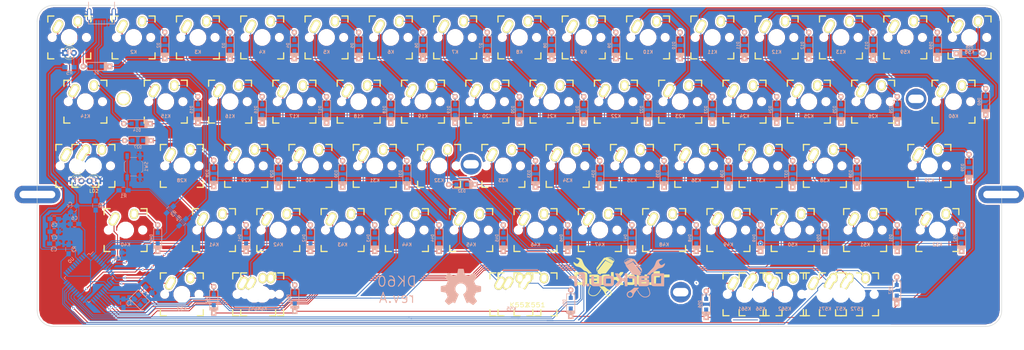
<source format=kicad_pcb>
(kicad_pcb (version 4) (host pcbnew 4.0.6)
  (title_block (title "MX/Alps HHKB") (date 2017-04-30) (rev A) (company DarKou))
  (layers (0 F.Cu signal) (31 B.Cu signal) (34 B.Paste user) (35 F.Paste user) (36 B.SilkS user) (37 F.SilkS user) (38 B.Mask user) (39 F.Mask user) (44 Edge.Cuts user))
  (net 0 "")
  (net 1 "Net-(C1-Pad1)")
  (net 2 GND)
  (net 3 "Net-(C2-Pad1)")
  (net 4 VCC)
  (net 5 "Net-(C8-Pad1)")
  (net 6 "Net-(D1-Pad2)")
  (net 7 /Row0)
  (net 8 "Net-(D2-Pad2)")
  (net 9 "Net-(D3-Pad2)")
  (net 10 "Net-(D4-Pad2)")
  (net 11 "Net-(D5-Pad2)")
  (net 12 "Net-(D6-Pad2)")
  (net 13 "Net-(D7-Pad2)")
  (net 14 "Net-(D8-Pad2)")
  (net 15 "Net-(D9-Pad2)")
  (net 16 "Net-(D10-Pad2)")
  (net 17 "Net-(D11-Pad2)")
  (net 18 "Net-(D12-Pad2)")
  (net 19 "Net-(D13-Pad2)")
  (net 20 "Net-(D14-Pad2)")
  (net 21 /Row1)
  (net 22 "Net-(D15-Pad2)")
  (net 23 "Net-(D16-Pad2)")
  (net 24 "Net-(D17-Pad2)")
  (net 25 "Net-(D18-Pad2)")
  (net 26 "Net-(D19-Pad2)")
  (net 27 "Net-(D20-Pad2)")
  (net 28 "Net-(D21-Pad2)")
  (net 29 "Net-(D22-Pad2)")
  (net 30 "Net-(D23-Pad2)")
  (net 31 "Net-(D24-Pad2)")
  (net 32 "Net-(D25-Pad2)")
  (net 33 "Net-(D26-Pad2)")
  (net 34 "Net-(D27-Pad2)")
  (net 35 /Row2)
  (net 36 "Net-(D28-Pad2)")
  (net 37 "Net-(D29-Pad2)")
  (net 38 "Net-(D30-Pad2)")
  (net 39 "Net-(D31-Pad2)")
  (net 40 "Net-(D32-Pad2)")
  (net 41 "Net-(D33-Pad2)")
  (net 42 "Net-(D34-Pad2)")
  (net 43 "Net-(D35-Pad2)")
  (net 44 "Net-(D36-Pad2)")
  (net 45 "Net-(D37-Pad2)")
  (net 46 "Net-(D38-Pad2)")
  (net 47 "Net-(D39-Pad2)")
  (net 48 "Net-(D40-Pad2)")
  (net 49 /Row3)
  (net 50 "Net-(D41-Pad2)")
  (net 51 "Net-(D42-Pad2)")
  (net 52 "Net-(D43-Pad2)")
  (net 53 "Net-(D44-Pad2)")
  (net 54 "Net-(D45-Pad2)")
  (net 55 "Net-(D46-Pad2)")
  (net 56 "Net-(D47-Pad2)")
  (net 57 "Net-(D48-Pad2)")
  (net 58 "Net-(D49-Pad2)")
  (net 59 "Net-(D50-Pad2)")
  (net 60 "Net-(D51-Pad2)")
  (net 61 "Net-(D52-Pad2)")
  (net 62 "Net-(D53-Pad2)")
  (net 63 /Row4)
  (net 64 "Net-(D54-Pad2)")
  (net 65 "Net-(D55-Pad2)")
  (net 66 "Net-(D56-Pad2)")
  (net 67 "Net-(D57-Pad2)")
  (net 68 "Net-(D58-Pad2)")
  (net 69 "Net-(D59-Pad2)")
  (net 70 "Net-(D60-Pad2)")
  (net 71 "Net-(J1-Pad2)")
  (net 72 "Net-(J1-Pad3)")
  (net 73 "Net-(J1-Pad4)")
  (net 74 /Col0)
  (net 75 /Col1)
  (net 76 /Col2)
  (net 77 /Col3)
  (net 78 /Col4)
  (net 79 /Col5)
  (net 80 /Col6)
  (net 81 /Col7)
  (net 82 /Col8)
  (net 83 /Col9)
  (net 84 /Col10)
  (net 85 /Col11)
  (net 86 /Col12)
  (net 87 "Net-(R1-Pad2)")
  (net 88 "Net-(R2-Pad1)")
  (net 89 "Net-(R3-Pad1)")
  (net 90 "Net-(R4-Pad2)")
  (net 91 "Net-(U0-Pad35)")
  (net 92 "Net-(U0-Pad36)")
  (net 93 "Net-(U0-Pad37)")
  (net 94 "Net-(U0-Pad38)")
  (net 95 "Net-(U0-Pad39)")
  (net 96 "Net-(U0-Pad42)")
  (net 97 "Net-(U0-Pad43)")
  (net 98 "Net-(LD0-Pad2)")
  (net 99 "Net-(LD1-Pad2)")
  (net 100 /ESC_LED)
  (net 101 /CAPS_LED)
  (net 102 "Net-(U0-Pad40)")
  (module Fooprints:Mx_Alps_100 (layer F.Cu) (at 323.85 107.15625)
    (fp_text reference K59 (at 0 4.318) (layer B.SilkS) (effects (font (thickness 0.2)) (justify mirror)))
    (fp_text value \ hide)
    (pad HOLE np_thru_hole circle (at 0 0) (size 3.9878 3.9878) (drill 3.9878) (layers *.Cu))
    (pad HOLE np_thru_hole circle (at -5.08 0) (size 1.7018 1.7018) (drill 1.7018) (layers *.Cu))
    (pad HOLE np_thru_hole circle (at 5.08 0) (size 1.7018 1.7018) (drill 1.7018) (layers *.Cu))
    (pad 1 thru_hole oval (at -3.405 -3.27 330.95) (size 2.5 4.17) (drill oval 1.5 3.17) (layers *.Cu *.Mask F.SilkS) (net 85 /Col11))
    (pad 2 thru_hole oval (at 2.52 -4.79 356.1) (size 2.5 3.08) (drill oval 1.5 2.08) (layers *.Cu *.Mask F.SilkS) (net 69 "Net-(D59-Pad2)"))
  )
  (module Housings_QFP:TQFP-44_10x10mm_Pitch0.8mm (layer B.Cu) (at 82 178.5 225)
    (fp_text reference U0 (at 0 7.450001 225) (layer B.SilkS) (effects (justify mirror)))
    (fp_text value ATMEGA32U4)
    (pad 1 smd rect (at -5.7 4 225) (size 1.5 0.55) (layers B.Cu B.Paste B.Mask) (net 101 /CAPS_LED))
    (pad 2 smd rect (at -5.7 3.2 225) (size 1.5 0.55) (layers B.Cu B.Paste B.Mask) (net 4 VCC))
    (pad 3 smd rect (at -5.7 2.4 225) (size 1.5 0.55) (layers B.Cu B.Paste B.Mask) (net 89 "Net-(R3-Pad1)"))
    (pad 4 smd rect (at -5.7 1.6 225) (size 1.5 0.55) (layers B.Cu B.Paste B.Mask) (net 90 "Net-(R4-Pad2)"))
    (pad 5 smd rect (at -5.7 0.8 225) (size 1.5 0.55) (layers B.Cu B.Paste B.Mask) (net 2 GND))
    (pad 6 smd rect (at -5.7 0 225) (size 1.5 0.55) (layers B.Cu B.Paste B.Mask) (net 5 "Net-(C8-Pad1)"))
    (pad 7 smd rect (at -5.7 -0.8 225) (size 1.5 0.55) (layers B.Cu B.Paste B.Mask) (net 4 VCC))
    (pad 8 smd rect (at -5.7 -1.6 225) (size 1.5 0.55) (layers B.Cu B.Paste B.Mask) (net 74 /Col0))
    (pad 9 smd rect (at -5.7 -2.4 225) (size 1.5 0.55) (layers B.Cu B.Paste B.Mask) (net 77 /Col3))
    (pad 10 smd rect (at -5.7 -3.2 225) (size 1.5 0.55) (layers B.Cu B.Paste B.Mask) (net 76 /Col2))
    (pad 11 smd rect (at -5.7 -4 225) (size 1.5 0.55) (layers B.Cu B.Paste B.Mask) (net 75 /Col1))
    (pad 12 smd rect (at -4 -5.7 135) (size 1.5 0.55) (layers B.Cu B.Paste B.Mask) (net 81 /Col7))
    (pad 13 smd rect (at -3.2 -5.7 135) (size 1.5 0.55) (layers B.Cu B.Paste B.Mask) (net 87 "Net-(R1-Pad2)"))
    (pad 14 smd rect (at -2.4 -5.7 135) (size 1.5 0.55) (layers B.Cu B.Paste B.Mask) (net 4 VCC))
    (pad 15 smd rect (at -1.6 -5.7 135) (size 1.5 0.55) (layers B.Cu B.Paste B.Mask) (net 2 GND))
    (pad 16 smd rect (at -0.8 -5.7 135) (size 1.5 0.55) (layers B.Cu B.Paste B.Mask) (net 1 "Net-(C1-Pad1)"))
    (pad 17 smd rect (at 0 -5.7 135) (size 1.5 0.55) (layers B.Cu B.Paste B.Mask) (net 3 "Net-(C2-Pad1)"))
    (pad 18 smd rect (at 0.8 -5.7 135) (size 1.5 0.55) (layers B.Cu B.Paste B.Mask) (net 84 /Col10))
    (pad 19 smd rect (at 1.6 -5.7 135) (size 1.5 0.55) (layers B.Cu B.Paste B.Mask) (net 85 /Col11))
    (pad 20 smd rect (at 2.4 -5.7 135) (size 1.5 0.55) (layers B.Cu B.Paste B.Mask) (net 86 /Col12))
    (pad 21 smd rect (at 3.2 -5.7 135) (size 1.5 0.55) (layers B.Cu B.Paste B.Mask) (net 78 /Col4))
    (pad 22 smd rect (at 4 -5.7 135) (size 1.5 0.55) (layers B.Cu B.Paste B.Mask) (net 79 /Col5))
    (pad 23 smd rect (at 5.7 -4 225) (size 1.5 0.55) (layers B.Cu B.Paste B.Mask) (net 2 GND))
    (pad 24 smd rect (at 5.7 -3.2 225) (size 1.5 0.55) (layers B.Cu B.Paste B.Mask) (net 4 VCC))
    (pad 25 smd rect (at 5.7 -2.4 225) (size 1.5 0.55) (layers B.Cu B.Paste B.Mask) (net 63 /Row4))
    (pad 26 smd rect (at 5.7 -1.6 225) (size 1.5 0.55) (layers B.Cu B.Paste B.Mask) (net 49 /Row3))
    (pad 27 smd rect (at 5.7 -0.8 225) (size 1.5 0.55) (layers B.Cu B.Paste B.Mask) (net 35 /Row2))
    (pad 28 smd rect (at 5.7 0 225) (size 1.5 0.55) (layers B.Cu B.Paste B.Mask) (net 21 /Row1))
    (pad 29 smd rect (at 5.7 0.8 225) (size 1.5 0.55) (layers B.Cu B.Paste B.Mask) (net 80 /Col6))
    (pad 30 smd rect (at 5.7 1.6 225) (size 1.5 0.55) (layers B.Cu B.Paste B.Mask) (net 7 /Row0))
    (pad 31 smd rect (at 5.7 2.4 225) (size 1.5 0.55) (layers B.Cu B.Paste B.Mask) (net 82 /Col8))
    (pad 32 smd rect (at 5.7 3.2 225) (size 1.5 0.55) (layers B.Cu B.Paste B.Mask) (net 83 /Col9))
    (pad 33 smd rect (at 5.7 4 225) (size 1.5 0.55) (layers B.Cu B.Paste B.Mask) (net 88 "Net-(R2-Pad1)"))
    (pad 34 smd rect (at 4 5.7 135) (size 1.5 0.55) (layers B.Cu B.Paste B.Mask) (net 4 VCC))
    (pad 35 smd rect (at 3.2 5.7 135) (size 1.5 0.55) (layers B.Cu B.Paste B.Mask) (net 91 "Net-(U0-Pad35)"))
    (pad 36 smd rect (at 2.4 5.7 135) (size 1.5 0.55) (layers B.Cu B.Paste B.Mask) (net 92 "Net-(U0-Pad36)"))
    (pad 37 smd rect (at 1.6 5.7 135) (size 1.5 0.55) (layers B.Cu B.Paste B.Mask) (net 93 "Net-(U0-Pad37)"))
    (pad 38 smd rect (at 0.8 5.7 135) (size 1.5 0.55) (layers B.Cu B.Paste B.Mask) (net 94 "Net-(U0-Pad38)"))
    (pad 39 smd rect (at 0 5.7 135) (size 1.5 0.55) (layers B.Cu B.Paste B.Mask) (net 95 "Net-(U0-Pad39)"))
    (pad 40 smd rect (at -0.8 5.7 135) (size 1.5 0.55) (layers B.Cu B.Paste B.Mask) (net 102 "Net-(U0-Pad40)"))
    (pad 41 smd rect (at -1.6 5.7 135) (size 1.5 0.55) (layers B.Cu B.Paste B.Mask) (net 100 /ESC_LED))
    (pad 42 smd rect (at -2.4 5.7 135) (size 1.5 0.55) (layers B.Cu B.Paste B.Mask) (net 96 "Net-(U0-Pad42)"))
    (pad 43 smd rect (at -3.2 5.7 135) (size 1.5 0.55) (layers B.Cu B.Paste B.Mask) (net 97 "Net-(U0-Pad43)"))
    (pad 44 smd rect (at -4 5.7 135) (size 1.5 0.55) (layers B.Cu B.Paste B.Mask) (net 4 VCC))
  )
  (module Capacitors_SMD:C_0805_HandSoldering (layer B.Cu) (at 99.75 182 315)
    (fp_text reference C1 (at 0 1.75 315) (layer B.SilkS) (effects (justify mirror)))
    (fp_text value 22p)
    (pad 1 smd rect (at -1.25 0 315) (size 1.5 1.25) (layers B.Cu B.Paste B.Mask) (net 1 "Net-(C1-Pad1)"))
    (pad 2 smd rect (at 1.25 0 315) (size 1.5 1.25) (layers B.Cu B.Paste B.Mask) (net 2 GND))
  )
  (module Capacitors_SMD:C_0805_HandSoldering (layer B.Cu) (at 92.25 186 90)
    (fp_text reference C2 (at 0 1.75 90) (layer B.SilkS) (effects (justify mirror)))
    (fp_text value 22p)
    (pad 1 smd rect (at -1.25 0 90) (size 1.5 1.25) (layers B.Cu B.Paste B.Mask) (net 3 "Net-(C2-Pad1)"))
    (pad 2 smd rect (at 1.25 0 90) (size 1.5 1.25) (layers B.Cu B.Paste B.Mask) (net 2 GND))
  )
  (module Capacitors_SMD:C_0805_HandSoldering (layer B.Cu) (at 71.625 168.325)
    (fp_text reference C3 (at 0 1.75) (layer B.SilkS) (effects (justify mirror)))
    (fp_text value 0.1u)
    (pad 1 smd rect (at -1.25 0) (size 1.5 1.25) (layers B.Cu B.Paste B.Mask) (net 4 VCC))
    (pad 2 smd rect (at 1.25 0) (size 1.5 1.25) (layers B.Cu B.Paste B.Mask) (net 2 GND))
  )
  (module Capacitors_SMD:C_0805_HandSoldering (layer B.Cu) (at 77.5 158 225)
    (fp_text reference C4 (at 0 1.75 225) (layer B.SilkS) (effects (justify mirror)))
    (fp_text value 0.1u)
    (pad 1 smd rect (at -1.25 0 225) (size 1.5 1.25) (layers B.Cu B.Paste B.Mask) (net 4 VCC))
    (pad 2 smd rect (at 1.25 0 225) (size 1.5 1.25) (layers B.Cu B.Paste B.Mask) (net 2 GND))
  )
  (module Capacitors_SMD:C_0805_HandSoldering (layer B.Cu) (at 71.75 161)
    (fp_text reference C5 (at 0 1.75) (layer B.SilkS) (effects (justify mirror)))
    (fp_text value 0.1u)
    (pad 1 smd rect (at -1.25 0) (size 1.5 1.25) (layers B.Cu B.Paste B.Mask) (net 4 VCC))
    (pad 2 smd rect (at 1.25 0) (size 1.5 1.25) (layers B.Cu B.Paste B.Mask) (net 2 GND))
  )
  (module Capacitors_SMD:C_0805_HandSoldering (layer B.Cu) (at 77.75 162.5 180)
    (fp_text reference C6 (at 0 1.75 180) (layer B.SilkS) (effects (justify mirror)))
    (fp_text value 0.1u)
    (pad 1 smd rect (at -1.25 0 180) (size 1.5 1.25) (layers B.Cu B.Paste B.Mask) (net 4 VCC))
    (pad 2 smd rect (at 1.25 0 180) (size 1.5 1.25) (layers B.Cu B.Paste B.Mask) (net 2 GND))
  )
  (module Capacitors_SMD:C_0805_HandSoldering (layer B.Cu) (at 71.75 164.75)
    (fp_text reference C7 (at 0 1.75) (layer B.SilkS) (effects (justify mirror)))
    (fp_text value 4.7u)
    (pad 1 smd rect (at -1.25 0) (size 1.5 1.25) (layers B.Cu B.Paste B.Mask) (net 4 VCC))
    (pad 2 smd rect (at 1.25 0) (size 1.5 1.25) (layers B.Cu B.Paste B.Mask) (net 2 GND))
  )
  (module Capacitors_SMD:C_0805_HandSoldering (layer B.Cu) (at 90.5 171)
    (fp_text reference C8 (at 0 1.75) (layer B.SilkS) (effects (justify mirror)))
    (fp_text value 1u)
    (pad 1 smd rect (at -1.25 0) (size 1.5 1.25) (layers B.Cu B.Paste B.Mask) (net 5 "Net-(C8-Pad1)"))
    (pad 2 smd rect (at 1.25 0) (size 1.5 1.25) (layers B.Cu B.Paste B.Mask) (net 2 GND))
  )
  (module Fooprints:D_SOD123_axial (layer B.Cu) (at 84.25 115.75 180)
    (fp_text reference D1 (at 0 -1.925 180) (layer B.SilkS) (effects (font (size 0.8 0.8)) (justify mirror)))
    (fp_text value D hide)
    (pad 2 smd rect (at 1.575 0 180) (size 1.2 1.2) (layers B.Cu B.Paste B.Mask) (net 6 "Net-(D1-Pad2)"))
    (pad 1 smd rect (at -1.575 0 180) (size 1.2 1.2) (layers B.Cu B.Paste B.Mask) (net 7 /Row0))
    (pad 1 thru_hole rect (at -3.9 0 180) (size 1.6 1.6) (drill 0.7) (layers *.Cu *.Mask B.SilkS) (net 7 /Row0))
    (pad 2 thru_hole circle (at 3.9 0 180) (size 1.6 1.6) (drill 0.7) (layers *.Cu *.Mask B.SilkS) (net 6 "Net-(D1-Pad2)"))
    (pad 1 smd rect (at -2.7 0 180) (size 2.5 0.5) (layers B.Cu) (net 7 /Row0))
    (pad 2 smd rect (at 2.7 0 180) (size 2.5 0.5) (layers B.Cu) (net 6 "Net-(D1-Pad2)"))
  )
  (module Fooprints:D_SOD123_axial (layer B.Cu) (at 104.5 109.5 90)
    (fp_text reference D2 (at 0 -1.925 90) (layer B.SilkS) (effects (font (size 0.8 0.8)) (justify mirror)))
    (fp_text value D hide)
    (pad 2 smd rect (at 1.575 0 90) (size 1.2 1.2) (layers B.Cu B.Paste B.Mask) (net 8 "Net-(D2-Pad2)"))
    (pad 1 smd rect (at -1.575 0 90) (size 1.2 1.2) (layers B.Cu B.Paste B.Mask) (net 7 /Row0))
    (pad 1 thru_hole rect (at -3.9 0 90) (size 1.6 1.6) (drill 0.7) (layers *.Cu *.Mask B.SilkS) (net 7 /Row0))
    (pad 2 thru_hole circle (at 3.9 0 90) (size 1.6 1.6) (drill 0.7) (layers *.Cu *.Mask B.SilkS) (net 8 "Net-(D2-Pad2)"))
    (pad 1 smd rect (at -2.7 0 90) (size 2.5 0.5) (layers B.Cu) (net 7 /Row0))
    (pad 2 smd rect (at 2.7 0 90) (size 2.5 0.5) (layers B.Cu) (net 8 "Net-(D2-Pad2)"))
  )
  (module Fooprints:D_SOD123_axial (layer B.Cu) (at 123.825 109.5375 90)
    (fp_text reference D3 (at 0 -1.925 90) (layer B.SilkS) (effects (font (size 0.8 0.8)) (justify mirror)))
    (fp_text value D hide)
    (pad 2 smd rect (at 1.575 0 90) (size 1.2 1.2) (layers B.Cu B.Paste B.Mask) (net 9 "Net-(D3-Pad2)"))
    (pad 1 smd rect (at -1.575 0 90) (size 1.2 1.2) (layers B.Cu B.Paste B.Mask) (net 7 /Row0))
    (pad 1 thru_hole rect (at -3.9 0 90) (size 1.6 1.6) (drill 0.7) (layers *.Cu *.Mask B.SilkS) (net 7 /Row0))
    (pad 2 thru_hole circle (at 3.9 0 90) (size 1.6 1.6) (drill 0.7) (layers *.Cu *.Mask B.SilkS) (net 9 "Net-(D3-Pad2)"))
    (pad 1 smd rect (at -2.7 0 90) (size 2.5 0.5) (layers B.Cu) (net 7 /Row0))
    (pad 2 smd rect (at 2.7 0 90) (size 2.5 0.5) (layers B.Cu) (net 9 "Net-(D3-Pad2)"))
  )
  (module Fooprints:D_SOD123_axial (layer B.Cu) (at 142.875 109.5375 90)
    (fp_text reference D4 (at 0 -1.925 90) (layer B.SilkS) (effects (font (size 0.8 0.8)) (justify mirror)))
    (fp_text value D hide)
    (pad 2 smd rect (at 1.575 0 90) (size 1.2 1.2) (layers B.Cu B.Paste B.Mask) (net 10 "Net-(D4-Pad2)"))
    (pad 1 smd rect (at -1.575 0 90) (size 1.2 1.2) (layers B.Cu B.Paste B.Mask) (net 7 /Row0))
    (pad 1 thru_hole rect (at -3.9 0 90) (size 1.6 1.6) (drill 0.7) (layers *.Cu *.Mask B.SilkS) (net 7 /Row0))
    (pad 2 thru_hole circle (at 3.9 0 90) (size 1.6 1.6) (drill 0.7) (layers *.Cu *.Mask B.SilkS) (net 10 "Net-(D4-Pad2)"))
    (pad 1 smd rect (at -2.7 0 90) (size 2.5 0.5) (layers B.Cu) (net 7 /Row0))
    (pad 2 smd rect (at 2.7 0 90) (size 2.5 0.5) (layers B.Cu) (net 10 "Net-(D4-Pad2)"))
  )
  (module Fooprints:D_SOD123_axial (layer B.Cu) (at 161.925 109.5375 90)
    (fp_text reference D5 (at 0 -1.925 90) (layer B.SilkS) (effects (font (size 0.8 0.8)) (justify mirror)))
    (fp_text value D hide)
    (pad 2 smd rect (at 1.575 0 90) (size 1.2 1.2) (layers B.Cu B.Paste B.Mask) (net 11 "Net-(D5-Pad2)"))
    (pad 1 smd rect (at -1.575 0 90) (size 1.2 1.2) (layers B.Cu B.Paste B.Mask) (net 7 /Row0))
    (pad 1 thru_hole rect (at -3.9 0 90) (size 1.6 1.6) (drill 0.7) (layers *.Cu *.Mask B.SilkS) (net 7 /Row0))
    (pad 2 thru_hole circle (at 3.9 0 90) (size 1.6 1.6) (drill 0.7) (layers *.Cu *.Mask B.SilkS) (net 11 "Net-(D5-Pad2)"))
    (pad 1 smd rect (at -2.7 0 90) (size 2.5 0.5) (layers B.Cu) (net 7 /Row0))
    (pad 2 smd rect (at 2.7 0 90) (size 2.5 0.5) (layers B.Cu) (net 11 "Net-(D5-Pad2)"))
  )
  (module Fooprints:D_SOD123_axial (layer B.Cu) (at 180.975 109.5375 90)
    (fp_text reference D6 (at 0 -1.925 90) (layer B.SilkS) (effects (font (size 0.8 0.8)) (justify mirror)))
    (fp_text value D hide)
    (pad 2 smd rect (at 1.575 0 90) (size 1.2 1.2) (layers B.Cu B.Paste B.Mask) (net 12 "Net-(D6-Pad2)"))
    (pad 1 smd rect (at -1.575 0 90) (size 1.2 1.2) (layers B.Cu B.Paste B.Mask) (net 7 /Row0))
    (pad 1 thru_hole rect (at -3.9 0 90) (size 1.6 1.6) (drill 0.7) (layers *.Cu *.Mask B.SilkS) (net 7 /Row0))
    (pad 2 thru_hole circle (at 3.9 0 90) (size 1.6 1.6) (drill 0.7) (layers *.Cu *.Mask B.SilkS) (net 12 "Net-(D6-Pad2)"))
    (pad 1 smd rect (at -2.7 0 90) (size 2.5 0.5) (layers B.Cu) (net 7 /Row0))
    (pad 2 smd rect (at 2.7 0 90) (size 2.5 0.5) (layers B.Cu) (net 12 "Net-(D6-Pad2)"))
  )
  (module Fooprints:D_SOD123_axial (layer B.Cu) (at 200.025 109.5375 90)
    (fp_text reference D7 (at 0 -1.925 90) (layer B.SilkS) (effects (font (size 0.8 0.8)) (justify mirror)))
    (fp_text value D hide)
    (pad 2 smd rect (at 1.575 0 90) (size 1.2 1.2) (layers B.Cu B.Paste B.Mask) (net 13 "Net-(D7-Pad2)"))
    (pad 1 smd rect (at -1.575 0 90) (size 1.2 1.2) (layers B.Cu B.Paste B.Mask) (net 7 /Row0))
    (pad 1 thru_hole rect (at -3.9 0 90) (size 1.6 1.6) (drill 0.7) (layers *.Cu *.Mask B.SilkS) (net 7 /Row0))
    (pad 2 thru_hole circle (at 3.9 0 90) (size 1.6 1.6) (drill 0.7) (layers *.Cu *.Mask B.SilkS) (net 13 "Net-(D7-Pad2)"))
    (pad 1 smd rect (at -2.7 0 90) (size 2.5 0.5) (layers B.Cu) (net 7 /Row0))
    (pad 2 smd rect (at 2.7 0 90) (size 2.5 0.5) (layers B.Cu) (net 13 "Net-(D7-Pad2)"))
  )
  (module Fooprints:D_SOD123_axial (layer B.Cu) (at 219.075 109.5375 90)
    (fp_text reference D8 (at 0 -1.925 90) (layer B.SilkS) (effects (font (size 0.8 0.8)) (justify mirror)))
    (fp_text value D hide)
    (pad 2 smd rect (at 1.575 0 90) (size 1.2 1.2) (layers B.Cu B.Paste B.Mask) (net 14 "Net-(D8-Pad2)"))
    (pad 1 smd rect (at -1.575 0 90) (size 1.2 1.2) (layers B.Cu B.Paste B.Mask) (net 7 /Row0))
    (pad 1 thru_hole rect (at -3.9 0 90) (size 1.6 1.6) (drill 0.7) (layers *.Cu *.Mask B.SilkS) (net 7 /Row0))
    (pad 2 thru_hole circle (at 3.9 0 90) (size 1.6 1.6) (drill 0.7) (layers *.Cu *.Mask B.SilkS) (net 14 "Net-(D8-Pad2)"))
    (pad 1 smd rect (at -2.7 0 90) (size 2.5 0.5) (layers B.Cu) (net 7 /Row0))
    (pad 2 smd rect (at 2.7 0 90) (size 2.5 0.5) (layers B.Cu) (net 14 "Net-(D8-Pad2)"))
  )
  (module Fooprints:D_SOD123_axial (layer B.Cu) (at 238.125 109.5375 90)
    (fp_text reference D9 (at 0 -1.925 90) (layer B.SilkS) (effects (font (size 0.8 0.8)) (justify mirror)))
    (fp_text value D hide)
    (pad 2 smd rect (at 1.575 0 90) (size 1.2 1.2) (layers B.Cu B.Paste B.Mask) (net 15 "Net-(D9-Pad2)"))
    (pad 1 smd rect (at -1.575 0 90) (size 1.2 1.2) (layers B.Cu B.Paste B.Mask) (net 7 /Row0))
    (pad 1 thru_hole rect (at -3.9 0 90) (size 1.6 1.6) (drill 0.7) (layers *.Cu *.Mask B.SilkS) (net 7 /Row0))
    (pad 2 thru_hole circle (at 3.9 0 90) (size 1.6 1.6) (drill 0.7) (layers *.Cu *.Mask B.SilkS) (net 15 "Net-(D9-Pad2)"))
    (pad 1 smd rect (at -2.7 0 90) (size 2.5 0.5) (layers B.Cu) (net 7 /Row0))
    (pad 2 smd rect (at 2.7 0 90) (size 2.5 0.5) (layers B.Cu) (net 15 "Net-(D9-Pad2)"))
  )
  (module Fooprints:D_SOD123_axial (layer B.Cu) (at 257.175 109.5375 90)
    (fp_text reference D10 (at 0 -1.925 90) (layer B.SilkS) (effects (font (size 0.8 0.8)) (justify mirror)))
    (fp_text value D hide)
    (pad 2 smd rect (at 1.575 0 90) (size 1.2 1.2) (layers B.Cu B.Paste B.Mask) (net 16 "Net-(D10-Pad2)"))
    (pad 1 smd rect (at -1.575 0 90) (size 1.2 1.2) (layers B.Cu B.Paste B.Mask) (net 7 /Row0))
    (pad 1 thru_hole rect (at -3.9 0 90) (size 1.6 1.6) (drill 0.7) (layers *.Cu *.Mask B.SilkS) (net 7 /Row0))
    (pad 2 thru_hole circle (at 3.9 0 90) (size 1.6 1.6) (drill 0.7) (layers *.Cu *.Mask B.SilkS) (net 16 "Net-(D10-Pad2)"))
    (pad 1 smd rect (at -2.7 0 90) (size 2.5 0.5) (layers B.Cu) (net 7 /Row0))
    (pad 2 smd rect (at 2.7 0 90) (size 2.5 0.5) (layers B.Cu) (net 16 "Net-(D10-Pad2)"))
  )
  (module Fooprints:D_SOD123_axial (layer B.Cu) (at 276.225 109.5375 90)
    (fp_text reference D11 (at 0 -1.925 90) (layer B.SilkS) (effects (font (size 0.8 0.8)) (justify mirror)))
    (fp_text value D hide)
    (pad 2 smd rect (at 1.575 0 90) (size 1.2 1.2) (layers B.Cu B.Paste B.Mask) (net 17 "Net-(D11-Pad2)"))
    (pad 1 smd rect (at -1.575 0 90) (size 1.2 1.2) (layers B.Cu B.Paste B.Mask) (net 7 /Row0))
    (pad 1 thru_hole rect (at -3.9 0 90) (size 1.6 1.6) (drill 0.7) (layers *.Cu *.Mask B.SilkS) (net 7 /Row0))
    (pad 2 thru_hole circle (at 3.9 0 90) (size 1.6 1.6) (drill 0.7) (layers *.Cu *.Mask B.SilkS) (net 17 "Net-(D11-Pad2)"))
    (pad 1 smd rect (at -2.7 0 90) (size 2.5 0.5) (layers B.Cu) (net 7 /Row0))
    (pad 2 smd rect (at 2.7 0 90) (size 2.5 0.5) (layers B.Cu) (net 17 "Net-(D11-Pad2)"))
  )
  (module Fooprints:D_SOD123_axial (layer B.Cu) (at 295.275 109.5375 90)
    (fp_text reference D12 (at 0 -1.925 90) (layer B.SilkS) (effects (font (size 0.8 0.8)) (justify mirror)))
    (fp_text value D hide)
    (pad 2 smd rect (at 1.575 0 90) (size 1.2 1.2) (layers B.Cu B.Paste B.Mask) (net 18 "Net-(D12-Pad2)"))
    (pad 1 smd rect (at -1.575 0 90) (size 1.2 1.2) (layers B.Cu B.Paste B.Mask) (net 7 /Row0))
    (pad 1 thru_hole rect (at -3.9 0 90) (size 1.6 1.6) (drill 0.7) (layers *.Cu *.Mask B.SilkS) (net 7 /Row0))
    (pad 2 thru_hole circle (at 3.9 0 90) (size 1.6 1.6) (drill 0.7) (layers *.Cu *.Mask B.SilkS) (net 18 "Net-(D12-Pad2)"))
    (pad 1 smd rect (at -2.7 0 90) (size 2.5 0.5) (layers B.Cu) (net 7 /Row0))
    (pad 2 smd rect (at 2.7 0 90) (size 2.5 0.5) (layers B.Cu) (net 18 "Net-(D12-Pad2)"))
  )
  (module Fooprints:D_SOD123_axial (layer B.Cu) (at 314.325 109.5375 90)
    (fp_text reference D13 (at 0 -1.925 90) (layer B.SilkS) (effects (font (size 0.8 0.8)) (justify mirror)))
    (fp_text value D hide)
    (pad 2 smd rect (at 1.575 0 90) (size 1.2 1.2) (layers B.Cu B.Paste B.Mask) (net 19 "Net-(D13-Pad2)"))
    (pad 1 smd rect (at -1.575 0 90) (size 1.2 1.2) (layers B.Cu B.Paste B.Mask) (net 7 /Row0))
    (pad 1 thru_hole rect (at -3.9 0 90) (size 1.6 1.6) (drill 0.7) (layers *.Cu *.Mask B.SilkS) (net 7 /Row0))
    (pad 2 thru_hole circle (at 3.9 0 90) (size 1.6 1.6) (drill 0.7) (layers *.Cu *.Mask B.SilkS) (net 19 "Net-(D13-Pad2)"))
    (pad 1 smd rect (at -2.7 0 90) (size 2.5 0.5) (layers B.Cu) (net 7 /Row0))
    (pad 2 smd rect (at 2.7 0 90) (size 2.5 0.5) (layers B.Cu) (net 19 "Net-(D13-Pad2)"))
  )
  (module Fooprints:D_SOD123_axial (layer B.Cu) (at 96.25 132.75 180)
    (fp_text reference D14 (at 0 -1.925001 180) (layer B.SilkS) (effects (font (size 0.8 0.8)) (justify mirror)))
    (fp_text value D hide)
    (pad 2 smd rect (at 1.575 0 180) (size 1.2 1.2) (layers B.Cu B.Paste B.Mask) (net 20 "Net-(D14-Pad2)"))
    (pad 1 smd rect (at -1.575 0 180) (size 1.2 1.2) (layers B.Cu B.Paste B.Mask) (net 21 /Row1))
    (pad 1 thru_hole rect (at -3.9 0 180) (size 1.6 1.6) (drill 0.7) (layers *.Cu *.Mask B.SilkS) (net 21 /Row1))
    (pad 2 thru_hole circle (at 3.9 0 180) (size 1.6 1.6) (drill 0.7) (layers *.Cu *.Mask B.SilkS) (net 20 "Net-(D14-Pad2)"))
    (pad 1 smd rect (at -2.7 0 180) (size 2.5 0.5) (layers B.Cu) (net 21 /Row1))
    (pad 2 smd rect (at 2.7 0 180) (size 2.5 0.5) (layers B.Cu) (net 20 "Net-(D14-Pad2)"))
  )
  (module Fooprints:D_SOD123_axial (layer B.Cu) (at 114.3 128.5875 90)
    (fp_text reference D15 (at 0 -1.925 90) (layer B.SilkS) (effects (font (size 0.8 0.8)) (justify mirror)))
    (fp_text value D hide)
    (pad 2 smd rect (at 1.575 0 90) (size 1.2 1.2) (layers B.Cu B.Paste B.Mask) (net 22 "Net-(D15-Pad2)"))
    (pad 1 smd rect (at -1.575 0 90) (size 1.2 1.2) (layers B.Cu B.Paste B.Mask) (net 21 /Row1))
    (pad 1 thru_hole rect (at -3.9 0 90) (size 1.6 1.6) (drill 0.7) (layers *.Cu *.Mask B.SilkS) (net 21 /Row1))
    (pad 2 thru_hole circle (at 3.9 0 90) (size 1.6 1.6) (drill 0.7) (layers *.Cu *.Mask B.SilkS) (net 22 "Net-(D15-Pad2)"))
    (pad 1 smd rect (at -2.7 0 90) (size 2.5 0.5) (layers B.Cu) (net 21 /Row1))
    (pad 2 smd rect (at 2.7 0 90) (size 2.5 0.5) (layers B.Cu) (net 22 "Net-(D15-Pad2)"))
  )
  (module Fooprints:D_SOD123_axial (layer B.Cu) (at 133.35 128.5875 90)
    (fp_text reference D16 (at 0 -1.925 90) (layer B.SilkS) (effects (font (size 0.8 0.8)) (justify mirror)))
    (fp_text value D hide)
    (pad 2 smd rect (at 1.575 0 90) (size 1.2 1.2) (layers B.Cu B.Paste B.Mask) (net 23 "Net-(D16-Pad2)"))
    (pad 1 smd rect (at -1.575 0 90) (size 1.2 1.2) (layers B.Cu B.Paste B.Mask) (net 21 /Row1))
    (pad 1 thru_hole rect (at -3.9 0 90) (size 1.6 1.6) (drill 0.7) (layers *.Cu *.Mask B.SilkS) (net 21 /Row1))
    (pad 2 thru_hole circle (at 3.9 0 90) (size 1.6 1.6) (drill 0.7) (layers *.Cu *.Mask B.SilkS) (net 23 "Net-(D16-Pad2)"))
    (pad 1 smd rect (at -2.7 0 90) (size 2.5 0.5) (layers B.Cu) (net 21 /Row1))
    (pad 2 smd rect (at 2.7 0 90) (size 2.5 0.5) (layers B.Cu) (net 23 "Net-(D16-Pad2)"))
  )
  (module Fooprints:D_SOD123_axial (layer B.Cu) (at 152.4 128.5875 90)
    (fp_text reference D17 (at 0 -1.925 90) (layer B.SilkS) (effects (font (size 0.8 0.8)) (justify mirror)))
    (fp_text value D hide)
    (pad 2 smd rect (at 1.575 0 90) (size 1.2 1.2) (layers B.Cu B.Paste B.Mask) (net 24 "Net-(D17-Pad2)"))
    (pad 1 smd rect (at -1.575 0 90) (size 1.2 1.2) (layers B.Cu B.Paste B.Mask) (net 21 /Row1))
    (pad 1 thru_hole rect (at -3.9 0 90) (size 1.6 1.6) (drill 0.7) (layers *.Cu *.Mask B.SilkS) (net 21 /Row1))
    (pad 2 thru_hole circle (at 3.9 0 90) (size 1.6 1.6) (drill 0.7) (layers *.Cu *.Mask B.SilkS) (net 24 "Net-(D17-Pad2)"))
    (pad 1 smd rect (at -2.7 0 90) (size 2.5 0.5) (layers B.Cu) (net 21 /Row1))
    (pad 2 smd rect (at 2.7 0 90) (size 2.5 0.5) (layers B.Cu) (net 24 "Net-(D17-Pad2)"))
  )
  (module Fooprints:D_SOD123_axial (layer B.Cu) (at 171.45 128.5875 90)
    (fp_text reference D18 (at 0 -1.925 90) (layer B.SilkS) (effects (font (size 0.8 0.8)) (justify mirror)))
    (fp_text value D hide)
    (pad 2 smd rect (at 1.575 0 90) (size 1.2 1.2) (layers B.Cu B.Paste B.Mask) (net 25 "Net-(D18-Pad2)"))
    (pad 1 smd rect (at -1.575 0 90) (size 1.2 1.2) (layers B.Cu B.Paste B.Mask) (net 21 /Row1))
    (pad 1 thru_hole rect (at -3.9 0 90) (size 1.6 1.6) (drill 0.7) (layers *.Cu *.Mask B.SilkS) (net 21 /Row1))
    (pad 2 thru_hole circle (at 3.9 0 90) (size 1.6 1.6) (drill 0.7) (layers *.Cu *.Mask B.SilkS) (net 25 "Net-(D18-Pad2)"))
    (pad 1 smd rect (at -2.7 0 90) (size 2.5 0.5) (layers B.Cu) (net 21 /Row1))
    (pad 2 smd rect (at 2.7 0 90) (size 2.5 0.5) (layers B.Cu) (net 25 "Net-(D18-Pad2)"))
  )
  (module Fooprints:D_SOD123_axial (layer B.Cu) (at 190.5 128.5875 90)
    (fp_text reference D19 (at 0 -1.925 90) (layer B.SilkS) (effects (font (size 0.8 0.8)) (justify mirror)))
    (fp_text value D hide)
    (pad 2 smd rect (at 1.575 0 90) (size 1.2 1.2) (layers B.Cu B.Paste B.Mask) (net 26 "Net-(D19-Pad2)"))
    (pad 1 smd rect (at -1.575 0 90) (size 1.2 1.2) (layers B.Cu B.Paste B.Mask) (net 21 /Row1))
    (pad 1 thru_hole rect (at -3.9 0 90) (size 1.6 1.6) (drill 0.7) (layers *.Cu *.Mask B.SilkS) (net 21 /Row1))
    (pad 2 thru_hole circle (at 3.9 0 90) (size 1.6 1.6) (drill 0.7) (layers *.Cu *.Mask B.SilkS) (net 26 "Net-(D19-Pad2)"))
    (pad 1 smd rect (at -2.7 0 90) (size 2.5 0.5) (layers B.Cu) (net 21 /Row1))
    (pad 2 smd rect (at 2.7 0 90) (size 2.5 0.5) (layers B.Cu) (net 26 "Net-(D19-Pad2)"))
  )
  (module Fooprints:D_SOD123_axial (layer B.Cu) (at 209.55 128.5875 90)
    (fp_text reference D20 (at 0 -1.925 90) (layer B.SilkS) (effects (font (size 0.8 0.8)) (justify mirror)))
    (fp_text value D hide)
    (pad 2 smd rect (at 1.575 0 90) (size 1.2 1.2) (layers B.Cu B.Paste B.Mask) (net 27 "Net-(D20-Pad2)"))
    (pad 1 smd rect (at -1.575 0 90) (size 1.2 1.2) (layers B.Cu B.Paste B.Mask) (net 21 /Row1))
    (pad 1 thru_hole rect (at -3.9 0 90) (size 1.6 1.6) (drill 0.7) (layers *.Cu *.Mask B.SilkS) (net 21 /Row1))
    (pad 2 thru_hole circle (at 3.9 0 90) (size 1.6 1.6) (drill 0.7) (layers *.Cu *.Mask B.SilkS) (net 27 "Net-(D20-Pad2)"))
    (pad 1 smd rect (at -2.7 0 90) (size 2.5 0.5) (layers B.Cu) (net 21 /Row1))
    (pad 2 smd rect (at 2.7 0 90) (size 2.5 0.5) (layers B.Cu) (net 27 "Net-(D20-Pad2)"))
  )
  (module Fooprints:D_SOD123_axial (layer B.Cu) (at 228.6 128.5875 90)
    (fp_text reference D21 (at 0 -1.925 90) (layer B.SilkS) (effects (font (size 0.8 0.8)) (justify mirror)))
    (fp_text value D hide)
    (pad 2 smd rect (at 1.575 0 90) (size 1.2 1.2) (layers B.Cu B.Paste B.Mask) (net 28 "Net-(D21-Pad2)"))
    (pad 1 smd rect (at -1.575 0 90) (size 1.2 1.2) (layers B.Cu B.Paste B.Mask) (net 21 /Row1))
    (pad 1 thru_hole rect (at -3.9 0 90) (size 1.6 1.6) (drill 0.7) (layers *.Cu *.Mask B.SilkS) (net 21 /Row1))
    (pad 2 thru_hole circle (at 3.9 0 90) (size 1.6 1.6) (drill 0.7) (layers *.Cu *.Mask B.SilkS) (net 28 "Net-(D21-Pad2)"))
    (pad 1 smd rect (at -2.7 0 90) (size 2.5 0.5) (layers B.Cu) (net 21 /Row1))
    (pad 2 smd rect (at 2.7 0 90) (size 2.5 0.5) (layers B.Cu) (net 28 "Net-(D21-Pad2)"))
  )
  (module Fooprints:D_SOD123_axial (layer B.Cu) (at 247.65 128.5875 90)
    (fp_text reference D22 (at 0 -1.925 90) (layer B.SilkS) (effects (font (size 0.8 0.8)) (justify mirror)))
    (fp_text value D hide)
    (pad 2 smd rect (at 1.575 0 90) (size 1.2 1.2) (layers B.Cu B.Paste B.Mask) (net 29 "Net-(D22-Pad2)"))
    (pad 1 smd rect (at -1.575 0 90) (size 1.2 1.2) (layers B.Cu B.Paste B.Mask) (net 21 /Row1))
    (pad 1 thru_hole rect (at -3.9 0 90) (size 1.6 1.6) (drill 0.7) (layers *.Cu *.Mask B.SilkS) (net 21 /Row1))
    (pad 2 thru_hole circle (at 3.9 0 90) (size 1.6 1.6) (drill 0.7) (layers *.Cu *.Mask B.SilkS) (net 29 "Net-(D22-Pad2)"))
    (pad 1 smd rect (at -2.7 0 90) (size 2.5 0.5) (layers B.Cu) (net 21 /Row1))
    (pad 2 smd rect (at 2.7 0 90) (size 2.5 0.5) (layers B.Cu) (net 29 "Net-(D22-Pad2)"))
  )
  (module Fooprints:D_SOD123_axial (layer B.Cu) (at 266.7 128.5875 90)
    (fp_text reference D23 (at 0 -1.925 90) (layer B.SilkS) (effects (font (size 0.8 0.8)) (justify mirror)))
    (fp_text value D hide)
    (pad 2 smd rect (at 1.575 0 90) (size 1.2 1.2) (layers B.Cu B.Paste B.Mask) (net 30 "Net-(D23-Pad2)"))
    (pad 1 smd rect (at -1.575 0 90) (size 1.2 1.2) (layers B.Cu B.Paste B.Mask) (net 21 /Row1))
    (pad 1 thru_hole rect (at -3.9 0 90) (size 1.6 1.6) (drill 0.7) (layers *.Cu *.Mask B.SilkS) (net 21 /Row1))
    (pad 2 thru_hole circle (at 3.9 0 90) (size 1.6 1.6) (drill 0.7) (layers *.Cu *.Mask B.SilkS) (net 30 "Net-(D23-Pad2)"))
    (pad 1 smd rect (at -2.7 0 90) (size 2.5 0.5) (layers B.Cu) (net 21 /Row1))
    (pad 2 smd rect (at 2.7 0 90) (size 2.5 0.5) (layers B.Cu) (net 30 "Net-(D23-Pad2)"))
  )
  (module Fooprints:D_SOD123_axial (layer B.Cu) (at 285.75 128.5875 90)
    (fp_text reference D24 (at 0 -1.925 90) (layer B.SilkS) (effects (font (size 0.8 0.8)) (justify mirror)))
    (fp_text value D hide)
    (pad 2 smd rect (at 1.575 0 90) (size 1.2 1.2) (layers B.Cu B.Paste B.Mask) (net 31 "Net-(D24-Pad2)"))
    (pad 1 smd rect (at -1.575 0 90) (size 1.2 1.2) (layers B.Cu B.Paste B.Mask) (net 21 /Row1))
    (pad 1 thru_hole rect (at -3.9 0 90) (size 1.6 1.6) (drill 0.7) (layers *.Cu *.Mask B.SilkS) (net 21 /Row1))
    (pad 2 thru_hole circle (at 3.9 0 90) (size 1.6 1.6) (drill 0.7) (layers *.Cu *.Mask B.SilkS) (net 31 "Net-(D24-Pad2)"))
    (pad 1 smd rect (at -2.7 0 90) (size 2.5 0.5) (layers B.Cu) (net 21 /Row1))
    (pad 2 smd rect (at 2.7 0 90) (size 2.5 0.5) (layers B.Cu) (net 31 "Net-(D24-Pad2)"))
  )
  (module Fooprints:D_SOD123_axial (layer B.Cu) (at 304.8 128.5875 90)
    (fp_text reference D25 (at 0 -1.925 90) (layer B.SilkS) (effects (font (size 0.8 0.8)) (justify mirror)))
    (fp_text value D hide)
    (pad 2 smd rect (at 1.575 0 90) (size 1.2 1.2) (layers B.Cu B.Paste B.Mask) (net 32 "Net-(D25-Pad2)"))
    (pad 1 smd rect (at -1.575 0 90) (size 1.2 1.2) (layers B.Cu B.Paste B.Mask) (net 21 /Row1))
    (pad 1 thru_hole rect (at -3.9 0 90) (size 1.6 1.6) (drill 0.7) (layers *.Cu *.Mask B.SilkS) (net 21 /Row1))
    (pad 2 thru_hole circle (at 3.9 0 90) (size 1.6 1.6) (drill 0.7) (layers *.Cu *.Mask B.SilkS) (net 32 "Net-(D25-Pad2)"))
    (pad 1 smd rect (at -2.7 0 90) (size 2.5 0.5) (layers B.Cu) (net 21 /Row1))
    (pad 2 smd rect (at 2.7 0 90) (size 2.5 0.5) (layers B.Cu) (net 32 "Net-(D25-Pad2)"))
  )
  (module Fooprints:D_SOD123_axial (layer B.Cu) (at 321.46875 128.5875 90)
    (fp_text reference D26 (at 0 -1.925 90) (layer B.SilkS) (effects (font (size 0.8 0.8)) (justify mirror)))
    (fp_text value D hide)
    (pad 2 smd rect (at 1.575 0 90) (size 1.2 1.2) (layers B.Cu B.Paste B.Mask) (net 33 "Net-(D26-Pad2)"))
    (pad 1 smd rect (at -1.575 0 90) (size 1.2 1.2) (layers B.Cu B.Paste B.Mask) (net 21 /Row1))
    (pad 1 thru_hole rect (at -3.9 0 90) (size 1.6 1.6) (drill 0.7) (layers *.Cu *.Mask B.SilkS) (net 21 /Row1))
    (pad 2 thru_hole circle (at 3.9 0 90) (size 1.6 1.6) (drill 0.7) (layers *.Cu *.Mask B.SilkS) (net 33 "Net-(D26-Pad2)"))
    (pad 1 smd rect (at -2.7 0 90) (size 2.5 0.5) (layers B.Cu) (net 21 /Row1))
    (pad 2 smd rect (at 2.7 0 90) (size 2.5 0.5) (layers B.Cu) (net 33 "Net-(D26-Pad2)"))
  )
  (module Fooprints:D_SOD123_axial (layer B.Cu) (at 96.5 137.75 180)
    (fp_text reference D27 (at 0 -1.925 180) (layer B.SilkS) (effects (font (size 0.8 0.8)) (justify mirror)))
    (fp_text value D hide)
    (pad 2 smd rect (at 1.575 0 180) (size 1.2 1.2) (layers B.Cu B.Paste B.Mask) (net 34 "Net-(D27-Pad2)"))
    (pad 1 smd rect (at -1.575 0 180) (size 1.2 1.2) (layers B.Cu B.Paste B.Mask) (net 35 /Row2))
    (pad 1 thru_hole rect (at -3.9 0 180) (size 1.6 1.6) (drill 0.7) (layers *.Cu *.Mask B.SilkS) (net 35 /Row2))
    (pad 2 thru_hole circle (at 3.9 0 180) (size 1.6 1.6) (drill 0.7) (layers *.Cu *.Mask B.SilkS) (net 34 "Net-(D27-Pad2)"))
    (pad 1 smd rect (at -2.7 0 180) (size 2.5 0.5) (layers B.Cu) (net 35 /Row2))
    (pad 2 smd rect (at 2.7 0 180) (size 2.5 0.5) (layers B.Cu) (net 34 "Net-(D27-Pad2)"))
  )
  (module Fooprints:D_SOD123_axial (layer B.Cu) (at 119 147.5 90)
    (fp_text reference D28 (at 0 -1.925 90) (layer B.SilkS) (effects (font (size 0.8 0.8)) (justify mirror)))
    (fp_text value D hide)
    (pad 2 smd rect (at 1.575 0 90) (size 1.2 1.2) (layers B.Cu B.Paste B.Mask) (net 36 "Net-(D28-Pad2)"))
    (pad 1 smd rect (at -1.575 0 90) (size 1.2 1.2) (layers B.Cu B.Paste B.Mask) (net 35 /Row2))
    (pad 1 thru_hole rect (at -3.9 0 90) (size 1.6 1.6) (drill 0.7) (layers *.Cu *.Mask B.SilkS) (net 35 /Row2))
    (pad 2 thru_hole circle (at 3.9 0 90) (size 1.6 1.6) (drill 0.7) (layers *.Cu *.Mask B.SilkS) (net 36 "Net-(D28-Pad2)"))
    (pad 1 smd rect (at -2.7 0 90) (size 2.5 0.5) (layers B.Cu) (net 35 /Row2))
    (pad 2 smd rect (at 2.7 0 90) (size 2.5 0.5) (layers B.Cu) (net 36 "Net-(D28-Pad2)"))
  )
  (module Fooprints:D_SOD123_axial (layer B.Cu) (at 138.1125 147.6375 90)
    (fp_text reference D29 (at 0 -1.925 90) (layer B.SilkS) (effects (font (size 0.8 0.8)) (justify mirror)))
    (fp_text value D hide)
    (pad 2 smd rect (at 1.575 0 90) (size 1.2 1.2) (layers B.Cu B.Paste B.Mask) (net 37 "Net-(D29-Pad2)"))
    (pad 1 smd rect (at -1.575 0 90) (size 1.2 1.2) (layers B.Cu B.Paste B.Mask) (net 35 /Row2))
    (pad 1 thru_hole rect (at -3.9 0 90) (size 1.6 1.6) (drill 0.7) (layers *.Cu *.Mask B.SilkS) (net 35 /Row2))
    (pad 2 thru_hole circle (at 3.9 0 90) (size 1.6 1.6) (drill 0.7) (layers *.Cu *.Mask B.SilkS) (net 37 "Net-(D29-Pad2)"))
    (pad 1 smd rect (at -2.7 0 90) (size 2.5 0.5) (layers B.Cu) (net 35 /Row2))
    (pad 2 smd rect (at 2.7 0 90) (size 2.5 0.5) (layers B.Cu) (net 37 "Net-(D29-Pad2)"))
  )
  (module Fooprints:D_SOD123_axial (layer B.Cu) (at 157.1625 147.6375 90)
    (fp_text reference D30 (at 0 -1.925 90) (layer B.SilkS) (effects (font (size 0.8 0.8)) (justify mirror)))
    (fp_text value D hide)
    (pad 2 smd rect (at 1.575 0 90) (size 1.2 1.2) (layers B.Cu B.Paste B.Mask) (net 38 "Net-(D30-Pad2)"))
    (pad 1 smd rect (at -1.575 0 90) (size 1.2 1.2) (layers B.Cu B.Paste B.Mask) (net 35 /Row2))
    (pad 1 thru_hole rect (at -3.9 0 90) (size 1.6 1.6) (drill 0.7) (layers *.Cu *.Mask B.SilkS) (net 35 /Row2))
    (pad 2 thru_hole circle (at 3.9 0 90) (size 1.6 1.6) (drill 0.7) (layers *.Cu *.Mask B.SilkS) (net 38 "Net-(D30-Pad2)"))
    (pad 1 smd rect (at -2.7 0 90) (size 2.5 0.5) (layers B.Cu) (net 35 /Row2))
    (pad 2 smd rect (at 2.7 0 90) (size 2.5 0.5) (layers B.Cu) (net 38 "Net-(D30-Pad2)"))
  )
  (module Fooprints:D_SOD123_axial (layer B.Cu) (at 176.2125 147.6375 90)
    (fp_text reference D31 (at 0 -1.925 90) (layer B.SilkS) (effects (font (size 0.8 0.8)) (justify mirror)))
    (fp_text value D hide)
    (pad 2 smd rect (at 1.575 0 90) (size 1.2 1.2) (layers B.Cu B.Paste B.Mask) (net 39 "Net-(D31-Pad2)"))
    (pad 1 smd rect (at -1.575 0 90) (size 1.2 1.2) (layers B.Cu B.Paste B.Mask) (net 35 /Row2))
    (pad 1 thru_hole rect (at -3.9 0 90) (size 1.6 1.6) (drill 0.7) (layers *.Cu *.Mask B.SilkS) (net 35 /Row2))
    (pad 2 thru_hole circle (at 3.9 0 90) (size 1.6 1.6) (drill 0.7) (layers *.Cu *.Mask B.SilkS) (net 39 "Net-(D31-Pad2)"))
    (pad 1 smd rect (at -2.7 0 90) (size 2.5 0.5) (layers B.Cu) (net 35 /Row2))
    (pad 2 smd rect (at 2.7 0 90) (size 2.5 0.5) (layers B.Cu) (net 39 "Net-(D31-Pad2)"))
  )
  (module Fooprints:D_SOD123_axial (layer B.Cu) (at 192.475 150.8 180)
    (fp_text reference D32 (at 0 -1.925 180) (layer B.SilkS) (effects (font (size 0.8 0.8)) (justify mirror)))
    (fp_text value D hide)
    (pad 2 smd rect (at 1.575 0 180) (size 1.2 1.2) (layers B.Cu B.Paste B.Mask) (net 40 "Net-(D32-Pad2)"))
    (pad 1 smd rect (at -1.575 0 180) (size 1.2 1.2) (layers B.Cu B.Paste B.Mask) (net 35 /Row2))
    (pad 1 thru_hole rect (at -3.9 0 180) (size 1.6 1.6) (drill 0.7) (layers *.Cu *.Mask B.SilkS) (net 35 /Row2))
    (pad 2 thru_hole circle (at 3.9 0 180) (size 1.6 1.6) (drill 0.7) (layers *.Cu *.Mask B.SilkS) (net 40 "Net-(D32-Pad2)"))
    (pad 1 smd rect (at -2.7 0 180) (size 2.5 0.5) (layers B.Cu) (net 35 /Row2))
    (pad 2 smd rect (at 2.7 0 180) (size 2.5 0.5) (layers B.Cu) (net 40 "Net-(D32-Pad2)"))
  )
  (module Fooprints:D_SOD123_axial (layer B.Cu) (at 214.3125 147.6375 90)
    (fp_text reference D33 (at 0 -1.925 90) (layer B.SilkS) (effects (font (size 0.8 0.8)) (justify mirror)))
    (fp_text value D hide)
    (pad 2 smd rect (at 1.575 0 90) (size 1.2 1.2) (layers B.Cu B.Paste B.Mask) (net 41 "Net-(D33-Pad2)"))
    (pad 1 smd rect (at -1.575 0 90) (size 1.2 1.2) (layers B.Cu B.Paste B.Mask) (net 35 /Row2))
    (pad 1 thru_hole rect (at -3.9 0 90) (size 1.6 1.6) (drill 0.7) (layers *.Cu *.Mask B.SilkS) (net 35 /Row2))
    (pad 2 thru_hole circle (at 3.9 0 90) (size 1.6 1.6) (drill 0.7) (layers *.Cu *.Mask B.SilkS) (net 41 "Net-(D33-Pad2)"))
    (pad 1 smd rect (at -2.7 0 90) (size 2.5 0.5) (layers B.Cu) (net 35 /Row2))
    (pad 2 smd rect (at 2.7 0 90) (size 2.5 0.5) (layers B.Cu) (net 41 "Net-(D33-Pad2)"))
  )
  (module Fooprints:D_SOD123_axial (layer B.Cu) (at 233.3625 147.6375 90)
    (fp_text reference D34 (at 0 -1.925 90) (layer B.SilkS) (effects (font (size 0.8 0.8)) (justify mirror)))
    (fp_text value D hide)
    (pad 2 smd rect (at 1.575 0 90) (size 1.2 1.2) (layers B.Cu B.Paste B.Mask) (net 42 "Net-(D34-Pad2)"))
    (pad 1 smd rect (at -1.575 0 90) (size 1.2 1.2) (layers B.Cu B.Paste B.Mask) (net 35 /Row2))
    (pad 1 thru_hole rect (at -3.9 0 90) (size 1.6 1.6) (drill 0.7) (layers *.Cu *.Mask B.SilkS) (net 35 /Row2))
    (pad 2 thru_hole circle (at 3.9 0 90) (size 1.6 1.6) (drill 0.7) (layers *.Cu *.Mask B.SilkS) (net 42 "Net-(D34-Pad2)"))
    (pad 1 smd rect (at -2.7 0 90) (size 2.5 0.5) (layers B.Cu) (net 35 /Row2))
    (pad 2 smd rect (at 2.7 0 90) (size 2.5 0.5) (layers B.Cu) (net 42 "Net-(D34-Pad2)"))
  )
  (module Fooprints:D_SOD123_axial (layer B.Cu) (at 252.4125 147.6375 90)
    (fp_text reference D35 (at 0 -1.925 90) (layer B.SilkS) (effects (font (size 0.8 0.8)) (justify mirror)))
    (fp_text value D hide)
    (pad 2 smd rect (at 1.575 0 90) (size 1.2 1.2) (layers B.Cu B.Paste B.Mask) (net 43 "Net-(D35-Pad2)"))
    (pad 1 smd rect (at -1.575 0 90) (size 1.2 1.2) (layers B.Cu B.Paste B.Mask) (net 35 /Row2))
    (pad 1 thru_hole rect (at -3.9 0 90) (size 1.6 1.6) (drill 0.7) (layers *.Cu *.Mask B.SilkS) (net 35 /Row2))
    (pad 2 thru_hole circle (at 3.9 0 90) (size 1.6 1.6) (drill 0.7) (layers *.Cu *.Mask B.SilkS) (net 43 "Net-(D35-Pad2)"))
    (pad 1 smd rect (at -2.7 0 90) (size 2.5 0.5) (layers B.Cu) (net 35 /Row2))
    (pad 2 smd rect (at 2.7 0 90) (size 2.5 0.5) (layers B.Cu) (net 43 "Net-(D35-Pad2)"))
  )
  (module Fooprints:D_SOD123_axial (layer B.Cu) (at 271.4625 147.6375 90)
    (fp_text reference D36 (at 0 -1.925 90) (layer B.SilkS) (effects (font (size 0.8 0.8)) (justify mirror)))
    (fp_text value D hide)
    (pad 2 smd rect (at 1.575 0 90) (size 1.2 1.2) (layers B.Cu B.Paste B.Mask) (net 44 "Net-(D36-Pad2)"))
    (pad 1 smd rect (at -1.575 0 90) (size 1.2 1.2) (layers B.Cu B.Paste B.Mask) (net 35 /Row2))
    (pad 1 thru_hole rect (at -3.9 0 90) (size 1.6 1.6) (drill 0.7) (layers *.Cu *.Mask B.SilkS) (net 35 /Row2))
    (pad 2 thru_hole circle (at 3.9 0 90) (size 1.6 1.6) (drill 0.7) (layers *.Cu *.Mask B.SilkS) (net 44 "Net-(D36-Pad2)"))
    (pad 1 smd rect (at -2.7 0 90) (size 2.5 0.5) (layers B.Cu) (net 35 /Row2))
    (pad 2 smd rect (at 2.7 0 90) (size 2.5 0.5) (layers B.Cu) (net 44 "Net-(D36-Pad2)"))
  )
  (module Fooprints:D_SOD123_axial (layer B.Cu) (at 290.5125 147.6375 90)
    (fp_text reference D37 (at 0 -1.925 90) (layer B.SilkS) (effects (font (size 0.8 0.8)) (justify mirror)))
    (fp_text value D hide)
    (pad 2 smd rect (at 1.575 0 90) (size 1.2 1.2) (layers B.Cu B.Paste B.Mask) (net 45 "Net-(D37-Pad2)"))
    (pad 1 smd rect (at -1.575 0 90) (size 1.2 1.2) (layers B.Cu B.Paste B.Mask) (net 35 /Row2))
    (pad 1 thru_hole rect (at -3.9 0 90) (size 1.6 1.6) (drill 0.7) (layers *.Cu *.Mask B.SilkS) (net 35 /Row2))
    (pad 2 thru_hole circle (at 3.9 0 90) (size 1.6 1.6) (drill 0.7) (layers *.Cu *.Mask B.SilkS) (net 45 "Net-(D37-Pad2)"))
    (pad 1 smd rect (at -2.7 0 90) (size 2.5 0.5) (layers B.Cu) (net 35 /Row2))
    (pad 2 smd rect (at 2.7 0 90) (size 2.5 0.5) (layers B.Cu) (net 45 "Net-(D37-Pad2)"))
  )
  (module Fooprints:D_SOD123_axial (layer B.Cu) (at 309.5625 147.6375 90)
    (fp_text reference D38 (at 0 -1.925 90) (layer B.SilkS) (effects (font (size 0.8 0.8)) (justify mirror)))
    (fp_text value D hide)
    (pad 2 smd rect (at 1.575 0 90) (size 1.2 1.2) (layers B.Cu B.Paste B.Mask) (net 46 "Net-(D38-Pad2)"))
    (pad 1 smd rect (at -1.575 0 90) (size 1.2 1.2) (layers B.Cu B.Paste B.Mask) (net 35 /Row2))
    (pad 1 thru_hole rect (at -3.9 0 90) (size 1.6 1.6) (drill 0.7) (layers *.Cu *.Mask B.SilkS) (net 35 /Row2))
    (pad 2 thru_hole circle (at 3.9 0 90) (size 1.6 1.6) (drill 0.7) (layers *.Cu *.Mask B.SilkS) (net 46 "Net-(D38-Pad2)"))
    (pad 1 smd rect (at -2.7 0 90) (size 2.5 0.5) (layers B.Cu) (net 35 /Row2))
    (pad 2 smd rect (at 2.7 0 90) (size 2.5 0.5) (layers B.Cu) (net 46 "Net-(D38-Pad2)"))
  )
  (module Fooprints:D_SOD123_axial (layer B.Cu) (at 342.75 145.75 90)
    (fp_text reference D39 (at 0 -1.925 90) (layer B.SilkS) (effects (font (size 0.8 0.8)) (justify mirror)))
    (fp_text value D hide)
    (pad 2 smd rect (at 1.575 0 90) (size 1.2 1.2) (layers B.Cu B.Paste B.Mask) (net 47 "Net-(D39-Pad2)"))
    (pad 1 smd rect (at -1.575 0 90) (size 1.2 1.2) (layers B.Cu B.Paste B.Mask) (net 35 /Row2))
    (pad 1 thru_hole rect (at -3.9 0 90) (size 1.6 1.6) (drill 0.7) (layers *.Cu *.Mask B.SilkS) (net 35 /Row2))
    (pad 2 thru_hole circle (at 3.9 0 90) (size 1.6 1.6) (drill 0.7) (layers *.Cu *.Mask B.SilkS) (net 47 "Net-(D39-Pad2)"))
    (pad 1 smd rect (at -2.7 0 90) (size 2.5 0.5) (layers B.Cu) (net 35 /Row2))
    (pad 2 smd rect (at 2.7 0 90) (size 2.5 0.5) (layers B.Cu) (net 47 "Net-(D39-Pad2)"))
  )
  (module Fooprints:D_SOD123_axial (layer B.Cu) (at 102.39375 166.6875 90)
    (fp_text reference D40 (at 0 -1.925 90) (layer B.SilkS) (effects (font (size 0.8 0.8)) (justify mirror)))
    (fp_text value D hide)
    (pad 2 smd rect (at 1.575 0 90) (size 1.2 1.2) (layers B.Cu B.Paste B.Mask) (net 48 "Net-(D40-Pad2)"))
    (pad 1 smd rect (at -1.575 0 90) (size 1.2 1.2) (layers B.Cu B.Paste B.Mask) (net 49 /Row3))
    (pad 1 thru_hole rect (at -3.9 0 90) (size 1.6 1.6) (drill 0.7) (layers *.Cu *.Mask B.SilkS) (net 49 /Row3))
    (pad 2 thru_hole circle (at 3.9 0 90) (size 1.6 1.6) (drill 0.7) (layers *.Cu *.Mask B.SilkS) (net 48 "Net-(D40-Pad2)"))
    (pad 1 smd rect (at -2.7 0 90) (size 2.5 0.5) (layers B.Cu) (net 49 /Row3))
    (pad 2 smd rect (at 2.7 0 90) (size 2.5 0.5) (layers B.Cu) (net 48 "Net-(D40-Pad2)"))
  )
  (module Fooprints:D_SOD123_axial (layer B.Cu) (at 128.5875 166.6875 90)
    (fp_text reference D41 (at 0 -1.925 90) (layer B.SilkS) (effects (font (size 0.8 0.8)) (justify mirror)))
    (fp_text value D hide)
    (pad 2 smd rect (at 1.575 0 90) (size 1.2 1.2) (layers B.Cu B.Paste B.Mask) (net 50 "Net-(D41-Pad2)"))
    (pad 1 smd rect (at -1.575 0 90) (size 1.2 1.2) (layers B.Cu B.Paste B.Mask) (net 49 /Row3))
    (pad 1 thru_hole rect (at -3.9 0 90) (size 1.6 1.6) (drill 0.7) (layers *.Cu *.Mask B.SilkS) (net 49 /Row3))
    (pad 2 thru_hole circle (at 3.9 0 90) (size 1.6 1.6) (drill 0.7) (layers *.Cu *.Mask B.SilkS) (net 50 "Net-(D41-Pad2)"))
    (pad 1 smd rect (at -2.7 0 90) (size 2.5 0.5) (layers B.Cu) (net 49 /Row3))
    (pad 2 smd rect (at 2.7 0 90) (size 2.5 0.5) (layers B.Cu) (net 50 "Net-(D41-Pad2)"))
  )
  (module Fooprints:D_SOD123_axial (layer B.Cu) (at 147.6375 166.6875 90)
    (fp_text reference D42 (at 0 -1.925 90) (layer B.SilkS) (effects (font (size 0.8 0.8)) (justify mirror)))
    (fp_text value D hide)
    (pad 2 smd rect (at 1.575 0 90) (size 1.2 1.2) (layers B.Cu B.Paste B.Mask) (net 51 "Net-(D42-Pad2)"))
    (pad 1 smd rect (at -1.575 0 90) (size 1.2 1.2) (layers B.Cu B.Paste B.Mask) (net 49 /Row3))
    (pad 1 thru_hole rect (at -3.9 0 90) (size 1.6 1.6) (drill 0.7) (layers *.Cu *.Mask B.SilkS) (net 49 /Row3))
    (pad 2 thru_hole circle (at 3.9 0 90) (size 1.6 1.6) (drill 0.7) (layers *.Cu *.Mask B.SilkS) (net 51 "Net-(D42-Pad2)"))
    (pad 1 smd rect (at -2.7 0 90) (size 2.5 0.5) (layers B.Cu) (net 49 /Row3))
    (pad 2 smd rect (at 2.7 0 90) (size 2.5 0.5) (layers B.Cu) (net 51 "Net-(D42-Pad2)"))
  )
  (module Fooprints:D_SOD123_axial (layer B.Cu) (at 166.6875 166.6875 90)
    (fp_text reference D43 (at 0 -1.925 90) (layer B.SilkS) (effects (font (size 0.8 0.8)) (justify mirror)))
    (fp_text value D hide)
    (pad 2 smd rect (at 1.575 0 90) (size 1.2 1.2) (layers B.Cu B.Paste B.Mask) (net 52 "Net-(D43-Pad2)"))
    (pad 1 smd rect (at -1.575 0 90) (size 1.2 1.2) (layers B.Cu B.Paste B.Mask) (net 49 /Row3))
    (pad 1 thru_hole rect (at -3.9 0 90) (size 1.6 1.6) (drill 0.7) (layers *.Cu *.Mask B.SilkS) (net 49 /Row3))
    (pad 2 thru_hole circle (at 3.9 0 90) (size 1.6 1.6) (drill 0.7) (layers *.Cu *.Mask B.SilkS) (net 52 "Net-(D43-Pad2)"))
    (pad 1 smd rect (at -2.7 0 90) (size 2.5 0.5) (layers B.Cu) (net 49 /Row3))
    (pad 2 smd rect (at 2.7 0 90) (size 2.5 0.5) (layers B.Cu) (net 52 "Net-(D43-Pad2)"))
  )
  (module Fooprints:D_SOD123_axial (layer B.Cu) (at 185.7375 166.6875 90)
    (fp_text reference D44 (at 0 -1.925 90) (layer B.SilkS) (effects (font (size 0.8 0.8)) (justify mirror)))
    (fp_text value D hide)
    (pad 2 smd rect (at 1.575 0 90) (size 1.2 1.2) (layers B.Cu B.Paste B.Mask) (net 53 "Net-(D44-Pad2)"))
    (pad 1 smd rect (at -1.575 0 90) (size 1.2 1.2) (layers B.Cu B.Paste B.Mask) (net 49 /Row3))
    (pad 1 thru_hole rect (at -3.9 0 90) (size 1.6 1.6) (drill 0.7) (layers *.Cu *.Mask B.SilkS) (net 49 /Row3))
    (pad 2 thru_hole circle (at 3.9 0 90) (size 1.6 1.6) (drill 0.7) (layers *.Cu *.Mask B.SilkS) (net 53 "Net-(D44-Pad2)"))
    (pad 1 smd rect (at -2.7 0 90) (size 2.5 0.5) (layers B.Cu) (net 49 /Row3))
    (pad 2 smd rect (at 2.7 0 90) (size 2.5 0.5) (layers B.Cu) (net 53 "Net-(D44-Pad2)"))
  )
  (module Fooprints:D_SOD123_axial (layer B.Cu) (at 204.7875 166.6875 90)
    (fp_text reference D45 (at 0 -1.925 90) (layer B.SilkS) (effects (font (size 0.8 0.8)) (justify mirror)))
    (fp_text value D hide)
    (pad 2 smd rect (at 1.575 0 90) (size 1.2 1.2) (layers B.Cu B.Paste B.Mask) (net 54 "Net-(D45-Pad2)"))
    (pad 1 smd rect (at -1.575 0 90) (size 1.2 1.2) (layers B.Cu B.Paste B.Mask) (net 49 /Row3))
    (pad 1 thru_hole rect (at -3.9 0 90) (size 1.6 1.6) (drill 0.7) (layers *.Cu *.Mask B.SilkS) (net 49 /Row3))
    (pad 2 thru_hole circle (at 3.9 0 90) (size 1.6 1.6) (drill 0.7) (layers *.Cu *.Mask B.SilkS) (net 54 "Net-(D45-Pad2)"))
    (pad 1 smd rect (at -2.7 0 90) (size 2.5 0.5) (layers B.Cu) (net 49 /Row3))
    (pad 2 smd rect (at 2.7 0 90) (size 2.5 0.5) (layers B.Cu) (net 54 "Net-(D45-Pad2)"))
  )
  (module Fooprints:D_SOD123_axial (layer B.Cu) (at 223.8375 166.6875 90)
    (fp_text reference D46 (at 0 -1.925 90) (layer B.SilkS) (effects (font (size 0.8 0.8)) (justify mirror)))
    (fp_text value D hide)
    (pad 2 smd rect (at 1.575 0 90) (size 1.2 1.2) (layers B.Cu B.Paste B.Mask) (net 55 "Net-(D46-Pad2)"))
    (pad 1 smd rect (at -1.575 0 90) (size 1.2 1.2) (layers B.Cu B.Paste B.Mask) (net 49 /Row3))
    (pad 1 thru_hole rect (at -3.9 0 90) (size 1.6 1.6) (drill 0.7) (layers *.Cu *.Mask B.SilkS) (net 49 /Row3))
    (pad 2 thru_hole circle (at 3.9 0 90) (size 1.6 1.6) (drill 0.7) (layers *.Cu *.Mask B.SilkS) (net 55 "Net-(D46-Pad2)"))
    (pad 1 smd rect (at -2.7 0 90) (size 2.5 0.5) (layers B.Cu) (net 49 /Row3))
    (pad 2 smd rect (at 2.7 0 90) (size 2.5 0.5) (layers B.Cu) (net 55 "Net-(D46-Pad2)"))
  )
  (module Fooprints:D_SOD123_axial (layer B.Cu) (at 242.8875 166.6875 90)
    (fp_text reference D47 (at 0 -1.925 90) (layer B.SilkS) (effects (font (size 0.8 0.8)) (justify mirror)))
    (fp_text value D hide)
    (pad 2 smd rect (at 1.575 0 90) (size 1.2 1.2) (layers B.Cu B.Paste B.Mask) (net 56 "Net-(D47-Pad2)"))
    (pad 1 smd rect (at -1.575 0 90) (size 1.2 1.2) (layers B.Cu B.Paste B.Mask) (net 49 /Row3))
    (pad 1 thru_hole rect (at -3.9 0 90) (size 1.6 1.6) (drill 0.7) (layers *.Cu *.Mask B.SilkS) (net 49 /Row3))
    (pad 2 thru_hole circle (at 3.9 0 90) (size 1.6 1.6) (drill 0.7) (layers *.Cu *.Mask B.SilkS) (net 56 "Net-(D47-Pad2)"))
    (pad 1 smd rect (at -2.7 0 90) (size 2.5 0.5) (layers B.Cu) (net 49 /Row3))
    (pad 2 smd rect (at 2.7 0 90) (size 2.5 0.5) (layers B.Cu) (net 56 "Net-(D47-Pad2)"))
  )
  (module Fooprints:D_SOD123_axial (layer B.Cu) (at 261.9375 166.6875 90)
    (fp_text reference D48 (at 0 -1.925 90) (layer B.SilkS) (effects (font (size 0.8 0.8)) (justify mirror)))
    (fp_text value D hide)
    (pad 2 smd rect (at 1.575 0 90) (size 1.2 1.2) (layers B.Cu B.Paste B.Mask) (net 57 "Net-(D48-Pad2)"))
    (pad 1 smd rect (at -1.575 0 90) (size 1.2 1.2) (layers B.Cu B.Paste B.Mask) (net 49 /Row3))
    (pad 1 thru_hole rect (at -3.9 0 90) (size 1.6 1.6) (drill 0.7) (layers *.Cu *.Mask B.SilkS) (net 49 /Row3))
    (pad 2 thru_hole circle (at 3.9 0 90) (size 1.6 1.6) (drill 0.7) (layers *.Cu *.Mask B.SilkS) (net 57 "Net-(D48-Pad2)"))
    (pad 1 smd rect (at -2.7 0 90) (size 2.5 0.5) (layers B.Cu) (net 49 /Row3))
    (pad 2 smd rect (at 2.7 0 90) (size 2.5 0.5) (layers B.Cu) (net 57 "Net-(D48-Pad2)"))
  )
  (module Fooprints:D_SOD123_axial (layer B.Cu) (at 280.9875 166.6875 90)
    (fp_text reference D49 (at 0 -1.925 90) (layer B.SilkS) (effects (font (size 0.8 0.8)) (justify mirror)))
    (fp_text value D hide)
    (pad 2 smd rect (at 1.575 0 90) (size 1.2 1.2) (layers B.Cu B.Paste B.Mask) (net 58 "Net-(D49-Pad2)"))
    (pad 1 smd rect (at -1.575 0 90) (size 1.2 1.2) (layers B.Cu B.Paste B.Mask) (net 49 /Row3))
    (pad 1 thru_hole rect (at -3.9 0 90) (size 1.6 1.6) (drill 0.7) (layers *.Cu *.Mask B.SilkS) (net 49 /Row3))
    (pad 2 thru_hole circle (at 3.9 0 90) (size 1.6 1.6) (drill 0.7) (layers *.Cu *.Mask B.SilkS) (net 58 "Net-(D49-Pad2)"))
    (pad 1 smd rect (at -2.7 0 90) (size 2.5 0.5) (layers B.Cu) (net 49 /Row3))
    (pad 2 smd rect (at 2.7 0 90) (size 2.5 0.5) (layers B.Cu) (net 58 "Net-(D49-Pad2)"))
  )
  (module Fooprints:D_SOD123_axial (layer B.Cu) (at 300.0375 166.6875 90)
    (fp_text reference D50 (at 0 -1.925 90) (layer B.SilkS) (effects (font (size 0.8 0.8)) (justify mirror)))
    (fp_text value D hide)
    (pad 2 smd rect (at 1.575 0 90) (size 1.2 1.2) (layers B.Cu B.Paste B.Mask) (net 59 "Net-(D50-Pad2)"))
    (pad 1 smd rect (at -1.575 0 90) (size 1.2 1.2) (layers B.Cu B.Paste B.Mask) (net 49 /Row3))
    (pad 1 thru_hole rect (at -3.9 0 90) (size 1.6 1.6) (drill 0.7) (layers *.Cu *.Mask B.SilkS) (net 49 /Row3))
    (pad 2 thru_hole circle (at 3.9 0 90) (size 1.6 1.6) (drill 0.7) (layers *.Cu *.Mask B.SilkS) (net 59 "Net-(D50-Pad2)"))
    (pad 1 smd rect (at -2.7 0 90) (size 2.5 0.5) (layers B.Cu) (net 49 /Row3))
    (pad 2 smd rect (at 2.7 0 90) (size 2.5 0.5) (layers B.Cu) (net 59 "Net-(D50-Pad2)"))
  )
  (module Fooprints:D_SOD123_axial (layer B.Cu) (at 321.46875 166.6875 90)
    (fp_text reference D51 (at 0 -1.925 90) (layer B.SilkS) (effects (font (size 0.8 0.8)) (justify mirror)))
    (fp_text value D hide)
    (pad 2 smd rect (at 1.575 0 90) (size 1.2 1.2) (layers B.Cu B.Paste B.Mask) (net 60 "Net-(D51-Pad2)"))
    (pad 1 smd rect (at -1.575 0 90) (size 1.2 1.2) (layers B.Cu B.Paste B.Mask) (net 49 /Row3))
    (pad 1 thru_hole rect (at -3.9 0 90) (size 1.6 1.6) (drill 0.7) (layers *.Cu *.Mask B.SilkS) (net 49 /Row3))
    (pad 2 thru_hole circle (at 3.9 0 90) (size 1.6 1.6) (drill 0.7) (layers *.Cu *.Mask B.SilkS) (net 60 "Net-(D51-Pad2)"))
    (pad 1 smd rect (at -2.7 0 90) (size 2.5 0.5) (layers B.Cu) (net 49 /Row3))
    (pad 2 smd rect (at 2.7 0 90) (size 2.5 0.5) (layers B.Cu) (net 60 "Net-(D51-Pad2)"))
  )
  (module Fooprints:D_SOD123_axial (layer B.Cu) (at 340.51875 166.6875 90)
    (fp_text reference D52 (at 0 -1.925 90) (layer B.SilkS) (effects (font (size 0.8 0.8)) (justify mirror)))
    (fp_text value D hide)
    (pad 2 smd rect (at 1.575 0 90) (size 1.2 1.2) (layers B.Cu B.Paste B.Mask) (net 61 "Net-(D52-Pad2)"))
    (pad 1 smd rect (at -1.575 0 90) (size 1.2 1.2) (layers B.Cu B.Paste B.Mask) (net 49 /Row3))
    (pad 1 thru_hole rect (at -3.9 0 90) (size 1.6 1.6) (drill 0.7) (layers *.Cu *.Mask B.SilkS) (net 49 /Row3))
    (pad 2 thru_hole circle (at 3.9 0 90) (size 1.6 1.6) (drill 0.7) (layers *.Cu *.Mask B.SilkS) (net 61 "Net-(D52-Pad2)"))
    (pad 1 smd rect (at -2.7 0 90) (size 2.5 0.5) (layers B.Cu) (net 49 /Row3))
    (pad 2 smd rect (at 2.7 0 90) (size 2.5 0.5) (layers B.Cu) (net 61 "Net-(D52-Pad2)"))
  )
  (module Fooprints:D_SOD123_axial (layer B.Cu) (at 119 185 90)
    (fp_text reference D53 (at 0 -1.925 90) (layer B.SilkS) (effects (font (size 0.8 0.8)) (justify mirror)))
    (fp_text value D hide)
    (pad 2 smd rect (at 1.575 0 90) (size 1.2 1.2) (layers B.Cu B.Paste B.Mask) (net 62 "Net-(D53-Pad2)"))
    (pad 1 smd rect (at -1.575 0 90) (size 1.2 1.2) (layers B.Cu B.Paste B.Mask) (net 63 /Row4))
    (pad 1 thru_hole rect (at -3.9 0 90) (size 1.6 1.6) (drill 0.7) (layers *.Cu *.Mask B.SilkS) (net 63 /Row4))
    (pad 2 thru_hole circle (at 3.9 0 90) (size 1.6 1.6) (drill 0.7) (layers *.Cu *.Mask B.SilkS) (net 62 "Net-(D53-Pad2)"))
    (pad 1 smd rect (at -2.7 0 90) (size 2.5 0.5) (layers B.Cu) (net 63 /Row4))
    (pad 2 smd rect (at 2.7 0 90) (size 2.5 0.5) (layers B.Cu) (net 62 "Net-(D53-Pad2)"))
  )
  (module Fooprints:D_SOD123_axial (layer B.Cu) (at 143 184.5 90)
    (fp_text reference D54 (at 0 -1.925 90) (layer B.SilkS) (effects (font (size 0.8 0.8)) (justify mirror)))
    (fp_text value D hide)
    (pad 2 smd rect (at 1.575 0 90) (size 1.2 1.2) (layers B.Cu B.Paste B.Mask) (net 64 "Net-(D54-Pad2)"))
    (pad 1 smd rect (at -1.575 0 90) (size 1.2 1.2) (layers B.Cu B.Paste B.Mask) (net 63 /Row4))
    (pad 1 thru_hole rect (at -3.9 0 90) (size 1.6 1.6) (drill 0.7) (layers *.Cu *.Mask B.SilkS) (net 63 /Row4))
    (pad 2 thru_hole circle (at 3.9 0 90) (size 1.6 1.6) (drill 0.7) (layers *.Cu *.Mask B.SilkS) (net 64 "Net-(D54-Pad2)"))
    (pad 1 smd rect (at -2.7 0 90) (size 2.5 0.5) (layers B.Cu) (net 63 /Row4))
    (pad 2 smd rect (at 2.7 0 90) (size 2.5 0.5) (layers B.Cu) (net 64 "Net-(D54-Pad2)"))
  )
  (module Fooprints:D_SOD123_axial (layer B.Cu) (at 224.75 186 90)
    (fp_text reference D55 (at 0 -1.925 90) (layer B.SilkS) (effects (font (size 0.8 0.8)) (justify mirror)))
    (fp_text value D hide)
    (pad 2 smd rect (at 1.575 0 90) (size 1.2 1.2) (layers B.Cu B.Paste B.Mask) (net 65 "Net-(D55-Pad2)"))
    (pad 1 smd rect (at -1.575 0 90) (size 1.2 1.2) (layers B.Cu B.Paste B.Mask) (net 63 /Row4))
    (pad 1 thru_hole rect (at -3.9 0 90) (size 1.6 1.6) (drill 0.7) (layers *.Cu *.Mask B.SilkS) (net 63 /Row4))
    (pad 2 thru_hole circle (at 3.9 0 90) (size 1.6 1.6) (drill 0.7) (layers *.Cu *.Mask B.SilkS) (net 65 "Net-(D55-Pad2)"))
    (pad 1 smd rect (at -2.7 0 90) (size 2.5 0.5) (layers B.Cu) (net 63 /Row4))
    (pad 2 smd rect (at 2.7 0 90) (size 2.5 0.5) (layers B.Cu) (net 65 "Net-(D55-Pad2)"))
  )
  (module Fooprints:D_SOD123_axial (layer B.Cu) (at 264.875 186.3 90)
    (fp_text reference D56 (at 0 -1.925 90) (layer B.SilkS) (effects (font (size 0.8 0.8)) (justify mirror)))
    (fp_text value D hide)
    (pad 2 smd rect (at 1.575 0 90) (size 1.2 1.2) (layers B.Cu B.Paste B.Mask) (net 66 "Net-(D56-Pad2)"))
    (pad 1 smd rect (at -1.575 0 90) (size 1.2 1.2) (layers B.Cu B.Paste B.Mask) (net 63 /Row4))
    (pad 1 thru_hole rect (at -3.9 0 90) (size 1.6 1.6) (drill 0.7) (layers *.Cu *.Mask B.SilkS) (net 63 /Row4))
    (pad 2 thru_hole circle (at 3.9 0 90) (size 1.6 1.6) (drill 0.7) (layers *.Cu *.Mask B.SilkS) (net 66 "Net-(D56-Pad2)"))
    (pad 1 smd rect (at -2.7 0 90) (size 2.5 0.5) (layers B.Cu) (net 63 /Row4))
    (pad 2 smd rect (at 2.7 0 90) (size 2.5 0.5) (layers B.Cu) (net 66 "Net-(D56-Pad2)"))
  )
  (module Fooprints:D_SOD123_axial (layer B.Cu) (at 321.325 182.175 90)
    (fp_text reference D57 (at 0 -1.925 90) (layer B.SilkS) (effects (font (size 0.8 0.8)) (justify mirror)))
    (fp_text value D hide)
    (pad 2 smd rect (at 1.575 0 90) (size 1.2 1.2) (layers B.Cu B.Paste B.Mask) (net 67 "Net-(D57-Pad2)"))
    (pad 1 smd rect (at -1.575 0 90) (size 1.2 1.2) (layers B.Cu B.Paste B.Mask) (net 63 /Row4))
    (pad 1 thru_hole rect (at -3.9 0 90) (size 1.6 1.6) (drill 0.7) (layers *.Cu *.Mask B.SilkS) (net 63 /Row4))
    (pad 2 thru_hole circle (at 3.9 0 90) (size 1.6 1.6) (drill 0.7) (layers *.Cu *.Mask B.SilkS) (net 67 "Net-(D57-Pad2)"))
    (pad 1 smd rect (at -2.7 0 90) (size 2.5 0.5) (layers B.Cu) (net 63 /Row4))
    (pad 2 smd rect (at 2.7 0 90) (size 2.5 0.5) (layers B.Cu) (net 67 "Net-(D57-Pad2)"))
  )
  (module Fooprints:D_SOD123_axial (layer B.Cu) (at 342.9 111.91875)
    (fp_text reference D58 (at 0 -1.925) (layer B.SilkS) (effects (font (size 0.8 0.8)) (justify mirror)))
    (fp_text value D hide)
    (pad 2 smd rect (at 1.575 0) (size 1.2 1.2) (layers B.Cu B.Paste B.Mask) (net 68 "Net-(D58-Pad2)"))
    (pad 1 smd rect (at -1.575 0) (size 1.2 1.2) (layers B.Cu B.Paste B.Mask) (net 63 /Row4))
    (pad 1 thru_hole rect (at -3.9 0) (size 1.6 1.6) (drill 0.7) (layers *.Cu *.Mask B.SilkS) (net 63 /Row4))
    (pad 2 thru_hole circle (at 3.9 0) (size 1.6 1.6) (drill 0.7) (layers *.Cu *.Mask B.SilkS) (net 68 "Net-(D58-Pad2)"))
    (pad 1 smd rect (at -2.7 0) (size 2.5 0.5) (layers B.Cu) (net 63 /Row4))
    (pad 2 smd rect (at 2.7 0) (size 2.5 0.5) (layers B.Cu) (net 68 "Net-(D58-Pad2)"))
  )
  (module Fooprints:D_SOD123_axial (layer B.Cu) (at 333.375 109.5375 90)
    (fp_text reference D59 (at 0 -1.925 90) (layer B.SilkS) (effects (font (size 0.8 0.8)) (justify mirror)))
    (fp_text value D hide)
    (pad 2 smd rect (at 1.575 0 90) (size 1.2 1.2) (layers B.Cu B.Paste B.Mask) (net 69 "Net-(D59-Pad2)"))
    (pad 1 smd rect (at -1.575 0 90) (size 1.2 1.2) (layers B.Cu B.Paste B.Mask) (net 63 /Row4))
    (pad 1 thru_hole rect (at -3.9 0 90) (size 1.6 1.6) (drill 0.7) (layers *.Cu *.Mask B.SilkS) (net 63 /Row4))
    (pad 2 thru_hole circle (at 3.9 0 90) (size 1.6 1.6) (drill 0.7) (layers *.Cu *.Mask B.SilkS) (net 69 "Net-(D59-Pad2)"))
    (pad 1 smd rect (at -2.7 0 90) (size 2.5 0.5) (layers B.Cu) (net 63 /Row4))
    (pad 2 smd rect (at 2.7 0 90) (size 2.5 0.5) (layers B.Cu) (net 69 "Net-(D59-Pad2)"))
  )
  (module Fooprints:D_SOD123_axial (layer B.Cu) (at 347.6625 126.20625 90)
    (fp_text reference D60 (at 0 -1.925 90) (layer B.SilkS) (effects (font (size 0.8 0.8)) (justify mirror)))
    (fp_text value D hide)
    (pad 2 smd rect (at 1.575 0 90) (size 1.2 1.2) (layers B.Cu B.Paste B.Mask) (net 70 "Net-(D60-Pad2)"))
    (pad 1 smd rect (at -1.575 0 90) (size 1.2 1.2) (layers B.Cu B.Paste B.Mask) (net 63 /Row4))
    (pad 1 thru_hole rect (at -3.9 0 90) (size 1.6 1.6) (drill 0.7) (layers *.Cu *.Mask B.SilkS) (net 63 /Row4))
    (pad 2 thru_hole circle (at 3.9 0 90) (size 1.6 1.6) (drill 0.7) (layers *.Cu *.Mask B.SilkS) (net 70 "Net-(D60-Pad2)"))
    (pad 1 smd rect (at -2.7 0 90) (size 2.5 0.5) (layers B.Cu) (net 63 /Row4))
    (pad 2 smd rect (at 2.7 0 90) (size 2.5 0.5) (layers B.Cu) (net 70 "Net-(D60-Pad2)"))
  )
  (module Fooprints:USB_miniB_hirose_5S8 (layer B.Cu) (at 85.75 102.75)
    (fp_text reference J1 hide)
    (fp_text value USB_mini_micro_B hide)
    (pad 1 smd rect (at -1.6 0) (size 0.5 1.4) (layers B.Cu B.Paste B.Mask) (net 4 VCC))
    (pad 2 smd rect (at -0.8 0) (size 0.5 1.4) (layers B.Cu B.Paste B.Mask) (net 71 "Net-(J1-Pad2)"))
    (pad 3 smd rect (at 0 0) (size 0.5 1.4) (layers B.Cu B.Paste B.Mask) (net 72 "Net-(J1-Pad3)"))
    (pad 4 smd rect (at 0.8 0) (size 0.5 1.4) (layers B.Cu B.Paste B.Mask) (net 73 "Net-(J1-Pad4)"))
    (pad 5 smd rect (at 1.6 0) (size 0.5 1.4) (layers B.Cu B.Paste B.Mask) (net 2 GND))
    (pad 6 thru_hole oval (at -3.65 -2.4) (size 1.3 3.8) (drill oval 0.7 3.2) (layers *.Cu *.Mask B.Paste) (net 2 GND))
    (pad 6 thru_hole oval (at 3.65 -2.4) (size 1.3 3.8) (drill oval 0.7 3.2) (layers *.Cu *.Mask B.Paste) (net 2 GND))
  )
  (module Fooprints:Mx_Alps_100 (layer F.Cu) (at 76.2 107.15625)
    (fp_text reference K1 (at 0 4.318) (layer B.SilkS) (effects (font (thickness 0.2)) (justify mirror)))
    (fp_text value Esc hide)
    (pad HOLE np_thru_hole circle (at 0 0) (size 3.9878 3.9878) (drill 3.9878) (layers *.Cu))
    (pad HOLE np_thru_hole circle (at -5.08 0) (size 1.7018 1.7018) (drill 1.7018) (layers *.Cu))
    (pad HOLE np_thru_hole circle (at 5.08 0) (size 1.7018 1.7018) (drill 1.7018) (layers *.Cu))
    (pad 1 thru_hole oval (at -3.405 -3.27 330.95) (size 2.5 4.17) (drill oval 1.5 3.17) (layers *.Cu *.Mask F.SilkS) (net 74 /Col0))
    (pad 2 thru_hole oval (at 2.52 -4.79 356.1) (size 2.5 3.08) (drill oval 1.5 2.08) (layers *.Cu *.Mask F.SilkS) (net 6 "Net-(D1-Pad2)"))
  )
  (module Fooprints:Mx_Alps_100 (layer F.Cu) (at 95.25 107.15625)
    (fp_text reference K2 (at 0 4.318) (layer B.SilkS) (effects (font (thickness 0.2)) (justify mirror)))
    (fp_text value 1 hide)
    (pad HOLE np_thru_hole circle (at 0 0) (size 3.9878 3.9878) (drill 3.9878) (layers *.Cu))
    (pad HOLE np_thru_hole circle (at -5.08 0) (size 1.7018 1.7018) (drill 1.7018) (layers *.Cu))
    (pad HOLE np_thru_hole circle (at 5.08 0) (size 1.7018 1.7018) (drill 1.7018) (layers *.Cu))
    (pad 1 thru_hole oval (at -3.405 -3.27 330.95) (size 2.5 4.17) (drill oval 1.5 3.17) (layers *.Cu *.Mask F.SilkS) (net 75 /Col1))
    (pad 2 thru_hole oval (at 2.52 -4.79 356.1) (size 2.5 3.08) (drill oval 1.5 2.08) (layers *.Cu *.Mask F.SilkS) (net 8 "Net-(D2-Pad2)"))
  )
  (module Fooprints:Mx_Alps_100 (layer F.Cu) (at 114.3 107.15625)
    (fp_text reference K3 (at 0 4.318) (layer B.SilkS) (effects (font (thickness 0.2)) (justify mirror)))
    (fp_text value 2 hide)
    (pad HOLE np_thru_hole circle (at 0 0) (size 3.9878 3.9878) (drill 3.9878) (layers *.Cu))
    (pad HOLE np_thru_hole circle (at -5.08 0) (size 1.7018 1.7018) (drill 1.7018) (layers *.Cu))
    (pad HOLE np_thru_hole circle (at 5.08 0) (size 1.7018 1.7018) (drill 1.7018) (layers *.Cu))
    (pad 1 thru_hole oval (at -3.405 -3.27 330.95) (size 2.5 4.17) (drill oval 1.5 3.17) (layers *.Cu *.Mask F.SilkS) (net 76 /Col2))
    (pad 2 thru_hole oval (at 2.52 -4.79 356.1) (size 2.5 3.08) (drill oval 1.5 2.08) (layers *.Cu *.Mask F.SilkS) (net 9 "Net-(D3-Pad2)"))
  )
  (module Fooprints:Mx_Alps_100 (layer F.Cu) (at 133.35 107.15625)
    (fp_text reference K4 (at 0 4.318) (layer B.SilkS) (effects (font (thickness 0.2)) (justify mirror)))
    (fp_text value 3 hide)
    (pad HOLE np_thru_hole circle (at 0 0) (size 3.9878 3.9878) (drill 3.9878) (layers *.Cu))
    (pad HOLE np_thru_hole circle (at -5.08 0) (size 1.7018 1.7018) (drill 1.7018) (layers *.Cu))
    (pad HOLE np_thru_hole circle (at 5.08 0) (size 1.7018 1.7018) (drill 1.7018) (layers *.Cu))
    (pad 1 thru_hole oval (at -3.405 -3.27 330.95) (size 2.5 4.17) (drill oval 1.5 3.17) (layers *.Cu *.Mask F.SilkS) (net 77 /Col3))
    (pad 2 thru_hole oval (at 2.52 -4.79 356.1) (size 2.5 3.08) (drill oval 1.5 2.08) (layers *.Cu *.Mask F.SilkS) (net 10 "Net-(D4-Pad2)"))
  )
  (module Fooprints:Mx_Alps_100 (layer F.Cu) (at 152.4 107.15625)
    (fp_text reference K5 (at 0 4.318) (layer B.SilkS) (effects (font (thickness 0.2)) (justify mirror)))
    (fp_text value 4 hide)
    (pad HOLE np_thru_hole circle (at 0 0) (size 3.9878 3.9878) (drill 3.9878) (layers *.Cu))
    (pad HOLE np_thru_hole circle (at -5.08 0) (size 1.7018 1.7018) (drill 1.7018) (layers *.Cu))
    (pad HOLE np_thru_hole circle (at 5.08 0) (size 1.7018 1.7018) (drill 1.7018) (layers *.Cu))
    (pad 1 thru_hole oval (at -3.405 -3.27 330.95) (size 2.5 4.17) (drill oval 1.5 3.17) (layers *.Cu *.Mask F.SilkS) (net 78 /Col4))
    (pad 2 thru_hole oval (at 2.52 -4.79 356.1) (size 2.5 3.08) (drill oval 1.5 2.08) (layers *.Cu *.Mask F.SilkS) (net 11 "Net-(D5-Pad2)"))
  )
  (module Fooprints:Mx_Alps_100 (layer F.Cu) (at 171.45 107.15625)
    (fp_text reference K6 (at 0 4.318) (layer B.SilkS) (effects (font (thickness 0.2)) (justify mirror)))
    (fp_text value 5 hide)
    (pad HOLE np_thru_hole circle (at 0 0) (size 3.9878 3.9878) (drill 3.9878) (layers *.Cu))
    (pad HOLE np_thru_hole circle (at -5.08 0) (size 1.7018 1.7018) (drill 1.7018) (layers *.Cu))
    (pad HOLE np_thru_hole circle (at 5.08 0) (size 1.7018 1.7018) (drill 1.7018) (layers *.Cu))
    (pad 1 thru_hole oval (at -3.405 -3.27 330.95) (size 2.5 4.17) (drill oval 1.5 3.17) (layers *.Cu *.Mask F.SilkS) (net 79 /Col5))
    (pad 2 thru_hole oval (at 2.52 -4.79 356.1) (size 2.5 3.08) (drill oval 1.5 2.08) (layers *.Cu *.Mask F.SilkS) (net 12 "Net-(D6-Pad2)"))
  )
  (module Fooprints:Mx_Alps_100 (layer F.Cu) (at 190.5 107.15625)
    (fp_text reference K7 (at 0 4.318) (layer B.SilkS) (effects (font (thickness 0.2)) (justify mirror)))
    (fp_text value 6 hide)
    (pad HOLE np_thru_hole circle (at 0 0) (size 3.9878 3.9878) (drill 3.9878) (layers *.Cu))
    (pad HOLE np_thru_hole circle (at -5.08 0) (size 1.7018 1.7018) (drill 1.7018) (layers *.Cu))
    (pad HOLE np_thru_hole circle (at 5.08 0) (size 1.7018 1.7018) (drill 1.7018) (layers *.Cu))
    (pad 1 thru_hole oval (at -3.405 -3.27 330.95) (size 2.5 4.17) (drill oval 1.5 3.17) (layers *.Cu *.Mask F.SilkS) (net 80 /Col6))
    (pad 2 thru_hole oval (at 2.52 -4.79 356.1) (size 2.5 3.08) (drill oval 1.5 2.08) (layers *.Cu *.Mask F.SilkS) (net 13 "Net-(D7-Pad2)"))
  )
  (module Fooprints:Mx_Alps_100 (layer F.Cu) (at 209.55 107.15625)
    (fp_text reference K8 (at 0 4.318) (layer B.SilkS) (effects (font (thickness 0.2)) (justify mirror)))
    (fp_text value 7 hide)
    (pad HOLE np_thru_hole circle (at 0 0) (size 3.9878 3.9878) (drill 3.9878) (layers *.Cu))
    (pad HOLE np_thru_hole circle (at -5.08 0) (size 1.7018 1.7018) (drill 1.7018) (layers *.Cu))
    (pad HOLE np_thru_hole circle (at 5.08 0) (size 1.7018 1.7018) (drill 1.7018) (layers *.Cu))
    (pad 1 thru_hole oval (at -3.405 -3.27 330.95) (size 2.5 4.17) (drill oval 1.5 3.17) (layers *.Cu *.Mask F.SilkS) (net 81 /Col7))
    (pad 2 thru_hole oval (at 2.52 -4.79 356.1) (size 2.5 3.08) (drill oval 1.5 2.08) (layers *.Cu *.Mask F.SilkS) (net 14 "Net-(D8-Pad2)"))
  )
  (module Fooprints:Mx_Alps_100 (layer F.Cu) (at 228.6 107.15625)
    (fp_text reference K9 (at 0 4.318) (layer B.SilkS) (effects (font (thickness 0.2)) (justify mirror)))
    (fp_text value 8 hide)
    (pad HOLE np_thru_hole circle (at 0 0) (size 3.9878 3.9878) (drill 3.9878) (layers *.Cu))
    (pad HOLE np_thru_hole circle (at -5.08 0) (size 1.7018 1.7018) (drill 1.7018) (layers *.Cu))
    (pad HOLE np_thru_hole circle (at 5.08 0) (size 1.7018 1.7018) (drill 1.7018) (layers *.Cu))
    (pad 1 thru_hole oval (at -3.405 -3.27 330.95) (size 2.5 4.17) (drill oval 1.5 3.17) (layers *.Cu *.Mask F.SilkS) (net 82 /Col8))
    (pad 2 thru_hole oval (at 2.52 -4.79 356.1) (size 2.5 3.08) (drill oval 1.5 2.08) (layers *.Cu *.Mask F.SilkS) (net 15 "Net-(D9-Pad2)"))
  )
  (module Fooprints:Mx_Alps_100 (layer F.Cu) (at 247.65 107.15625)
    (fp_text reference K10 (at 0 4.318) (layer B.SilkS) (effects (font (thickness 0.2)) (justify mirror)))
    (fp_text value 9 hide)
    (pad HOLE np_thru_hole circle (at 0 0) (size 3.9878 3.9878) (drill 3.9878) (layers *.Cu))
    (pad HOLE np_thru_hole circle (at -5.08 0) (size 1.7018 1.7018) (drill 1.7018) (layers *.Cu))
    (pad HOLE np_thru_hole circle (at 5.08 0) (size 1.7018 1.7018) (drill 1.7018) (layers *.Cu))
    (pad 1 thru_hole oval (at -3.405 -3.27 330.95) (size 2.5 4.17) (drill oval 1.5 3.17) (layers *.Cu *.Mask F.SilkS) (net 83 /Col9))
    (pad 2 thru_hole oval (at 2.52 -4.79 356.1) (size 2.5 3.08) (drill oval 1.5 2.08) (layers *.Cu *.Mask F.SilkS) (net 16 "Net-(D10-Pad2)"))
  )
  (module Fooprints:Mx_Alps_100 (layer F.Cu) (at 266.7 107.15625)
    (fp_text reference K11 (at 0 4.318) (layer B.SilkS) (effects (font (thickness 0.2)) (justify mirror)))
    (fp_text value 0 hide)
    (pad HOLE np_thru_hole circle (at 0 0) (size 3.9878 3.9878) (drill 3.9878) (layers *.Cu))
    (pad HOLE np_thru_hole circle (at -5.08 0) (size 1.7018 1.7018) (drill 1.7018) (layers *.Cu))
    (pad HOLE np_thru_hole circle (at 5.08 0) (size 1.7018 1.7018) (drill 1.7018) (layers *.Cu))
    (pad 1 thru_hole oval (at -3.405 -3.27 330.95) (size 2.5 4.17) (drill oval 1.5 3.17) (layers *.Cu *.Mask F.SilkS) (net 84 /Col10))
    (pad 2 thru_hole oval (at 2.52 -4.79 356.1) (size 2.5 3.08) (drill oval 1.5 2.08) (layers *.Cu *.Mask F.SilkS) (net 17 "Net-(D11-Pad2)"))
  )
  (module Fooprints:Mx_Alps_100 (layer F.Cu) (at 285.75 107.15625)
    (fp_text reference K12 (at 0 4.318) (layer B.SilkS) (effects (font (thickness 0.2)) (justify mirror)))
    (fp_text value - hide)
    (pad HOLE np_thru_hole circle (at 0 0) (size 3.9878 3.9878) (drill 3.9878) (layers *.Cu))
    (pad HOLE np_thru_hole circle (at -5.08 0) (size 1.7018 1.7018) (drill 1.7018) (layers *.Cu))
    (pad HOLE np_thru_hole circle (at 5.08 0) (size 1.7018 1.7018) (drill 1.7018) (layers *.Cu))
    (pad 1 thru_hole oval (at -3.405 -3.27 330.95) (size 2.5 4.17) (drill oval 1.5 3.17) (layers *.Cu *.Mask F.SilkS) (net 85 /Col11))
    (pad 2 thru_hole oval (at 2.52 -4.79 356.1) (size 2.5 3.08) (drill oval 1.5 2.08) (layers *.Cu *.Mask F.SilkS) (net 18 "Net-(D12-Pad2)"))
  )
  (module Fooprints:Mx_Alps_100 (layer F.Cu) (at 304.8 107.15625)
    (fp_text reference K13 (at 0 4.318) (layer B.SilkS) (effects (font (thickness 0.2)) (justify mirror)))
    (fp_text value = hide)
    (pad HOLE np_thru_hole circle (at 0 0) (size 3.9878 3.9878) (drill 3.9878) (layers *.Cu))
    (pad HOLE np_thru_hole circle (at -5.08 0) (size 1.7018 1.7018) (drill 1.7018) (layers *.Cu))
    (pad HOLE np_thru_hole circle (at 5.08 0) (size 1.7018 1.7018) (drill 1.7018) (layers *.Cu))
    (pad 1 thru_hole oval (at -3.405 -3.27 330.95) (size 2.5 4.17) (drill oval 1.5 3.17) (layers *.Cu *.Mask F.SilkS) (net 86 /Col12))
    (pad 2 thru_hole oval (at 2.52 -4.79 356.1) (size 2.5 3.08) (drill oval 1.5 2.08) (layers *.Cu *.Mask F.SilkS) (net 19 "Net-(D13-Pad2)"))
  )
  (module Fooprints:Mx_Alps_150 (layer F.Cu) (at 80.9625 126.20625)
    (fp_text reference K14 (at 0 4.318) (layer B.SilkS) (effects (font (thickness 0.2)) (justify mirror)))
    (fp_text value Tab hide)
    (pad HOLE np_thru_hole circle (at 0 0) (size 3.9878 3.9878) (drill 3.9878) (layers *.Cu))
    (pad HOLE np_thru_hole circle (at -5.08 0) (size 1.7018 1.7018) (drill 1.7018) (layers *.Cu))
    (pad HOLE np_thru_hole circle (at 5.08 0) (size 1.7018 1.7018) (drill 1.7018) (layers *.Cu))
    (pad 1 thru_hole oval (at -3.405 -3.27 330.95) (size 2.5 4.17) (drill oval 1.5 3.17) (layers *.Cu *.Mask F.SilkS) (net 74 /Col0))
    (pad 2 thru_hole oval (at 2.52 -4.79 356.1) (size 2.5 3.08) (drill oval 1.5 2.08) (layers *.Cu *.Mask F.SilkS) (net 20 "Net-(D14-Pad2)"))
  )
  (module Fooprints:Mx_Alps_100 (layer F.Cu) (at 104.775 126.20625)
    (fp_text reference K15 (at 0 4.318) (layer B.SilkS) (effects (font (thickness 0.2)) (justify mirror)))
    (fp_text value Q hide)
    (pad HOLE np_thru_hole circle (at 0 0) (size 3.9878 3.9878) (drill 3.9878) (layers *.Cu))
    (pad HOLE np_thru_hole circle (at -5.08 0) (size 1.7018 1.7018) (drill 1.7018) (layers *.Cu))
    (pad HOLE np_thru_hole circle (at 5.08 0) (size 1.7018 1.7018) (drill 1.7018) (layers *.Cu))
    (pad 1 thru_hole oval (at -3.405 -3.27 330.95) (size 2.5 4.17) (drill oval 1.5 3.17) (layers *.Cu *.Mask F.SilkS) (net 75 /Col1))
    (pad 2 thru_hole oval (at 2.52 -4.79 356.1) (size 2.5 3.08) (drill oval 1.5 2.08) (layers *.Cu *.Mask F.SilkS) (net 22 "Net-(D15-Pad2)"))
  )
  (module Fooprints:Mx_Alps_100 (layer F.Cu) (at 123.825 126.20625)
    (fp_text reference K16 (at 0 4.318) (layer B.SilkS) (effects (font (thickness 0.2)) (justify mirror)))
    (fp_text value W hide)
    (pad HOLE np_thru_hole circle (at 0 0) (size 3.9878 3.9878) (drill 3.9878) (layers *.Cu))
    (pad HOLE np_thru_hole circle (at -5.08 0) (size 1.7018 1.7018) (drill 1.7018) (layers *.Cu))
    (pad HOLE np_thru_hole circle (at 5.08 0) (size 1.7018 1.7018) (drill 1.7018) (layers *.Cu))
    (pad 1 thru_hole oval (at -3.405 -3.27 330.95) (size 2.5 4.17) (drill oval 1.5 3.17) (layers *.Cu *.Mask F.SilkS) (net 76 /Col2))
    (pad 2 thru_hole oval (at 2.52 -4.79 356.1) (size 2.5 3.08) (drill oval 1.5 2.08) (layers *.Cu *.Mask F.SilkS) (net 23 "Net-(D16-Pad2)"))
  )
  (module Fooprints:Mx_Alps_100 (layer F.Cu) (at 142.875 126.20625)
    (fp_text reference K17 (at 0 4.318) (layer B.SilkS) (effects (font (thickness 0.2)) (justify mirror)))
    (fp_text value E hide)
    (pad HOLE np_thru_hole circle (at 0 0) (size 3.9878 3.9878) (drill 3.9878) (layers *.Cu))
    (pad HOLE np_thru_hole circle (at -5.08 0) (size 1.7018 1.7018) (drill 1.7018) (layers *.Cu))
    (pad HOLE np_thru_hole circle (at 5.08 0) (size 1.7018 1.7018) (drill 1.7018) (layers *.Cu))
    (pad 1 thru_hole oval (at -3.405 -3.27 330.95) (size 2.5 4.17) (drill oval 1.5 3.17) (layers *.Cu *.Mask F.SilkS) (net 77 /Col3))
    (pad 2 thru_hole oval (at 2.52 -4.79 356.1) (size 2.5 3.08) (drill oval 1.5 2.08) (layers *.Cu *.Mask F.SilkS) (net 24 "Net-(D17-Pad2)"))
  )
  (module Fooprints:Mx_Alps_100 (layer F.Cu) (at 161.925 126.20625)
    (fp_text reference K18 (at 0 4.318) (layer B.SilkS) (effects (font (thickness 0.2)) (justify mirror)))
    (fp_text value R hide)
    (pad HOLE np_thru_hole circle (at 0 0) (size 3.9878 3.9878) (drill 3.9878) (layers *.Cu))
    (pad HOLE np_thru_hole circle (at -5.08 0) (size 1.7018 1.7018) (drill 1.7018) (layers *.Cu))
    (pad HOLE np_thru_hole circle (at 5.08 0) (size 1.7018 1.7018) (drill 1.7018) (layers *.Cu))
    (pad 1 thru_hole oval (at -3.405 -3.27 330.95) (size 2.5 4.17) (drill oval 1.5 3.17) (layers *.Cu *.Mask F.SilkS) (net 78 /Col4))
    (pad 2 thru_hole oval (at 2.52 -4.79 356.1) (size 2.5 3.08) (drill oval 1.5 2.08) (layers *.Cu *.Mask F.SilkS) (net 25 "Net-(D18-Pad2)"))
  )
  (module Fooprints:Mx_Alps_100 (layer F.Cu) (at 180.975 126.20625)
    (fp_text reference K19 (at 0 4.318) (layer B.SilkS) (effects (font (thickness 0.2)) (justify mirror)))
    (fp_text value T hide)
    (pad HOLE np_thru_hole circle (at 0 0) (size 3.9878 3.9878) (drill 3.9878) (layers *.Cu))
    (pad HOLE np_thru_hole circle (at -5.08 0) (size 1.7018 1.7018) (drill 1.7018) (layers *.Cu))
    (pad HOLE np_thru_hole circle (at 5.08 0) (size 1.7018 1.7018) (drill 1.7018) (layers *.Cu))
    (pad 1 thru_hole oval (at -3.405 -3.27 330.95) (size 2.5 4.17) (drill oval 1.5 3.17) (layers *.Cu *.Mask F.SilkS) (net 79 /Col5))
    (pad 2 thru_hole oval (at 2.52 -4.79 356.1) (size 2.5 3.08) (drill oval 1.5 2.08) (layers *.Cu *.Mask F.SilkS) (net 26 "Net-(D19-Pad2)"))
  )
  (module Fooprints:Mx_Alps_100 (layer F.Cu) (at 200.025 126.20625)
    (fp_text reference K20 (at 0 4.318) (layer B.SilkS) (effects (font (thickness 0.2)) (justify mirror)))
    (fp_text value Y hide)
    (pad HOLE np_thru_hole circle (at 0 0) (size 3.9878 3.9878) (drill 3.9878) (layers *.Cu))
    (pad HOLE np_thru_hole circle (at -5.08 0) (size 1.7018 1.7018) (drill 1.7018) (layers *.Cu))
    (pad HOLE np_thru_hole circle (at 5.08 0) (size 1.7018 1.7018) (drill 1.7018) (layers *.Cu))
    (pad 1 thru_hole oval (at -3.405 -3.27 330.95) (size 2.5 4.17) (drill oval 1.5 3.17) (layers *.Cu *.Mask F.SilkS) (net 80 /Col6))
    (pad 2 thru_hole oval (at 2.52 -4.79 356.1) (size 2.5 3.08) (drill oval 1.5 2.08) (layers *.Cu *.Mask F.SilkS) (net 27 "Net-(D20-Pad2)"))
  )
  (module Fooprints:Mx_Alps_100 (layer F.Cu) (at 219.075 126.20625)
    (fp_text reference K21 (at 0 4.318) (layer B.SilkS) (effects (font (thickness 0.2)) (justify mirror)))
    (fp_text value U hide)
    (pad HOLE np_thru_hole circle (at 0 0) (size 3.9878 3.9878) (drill 3.9878) (layers *.Cu))
    (pad HOLE np_thru_hole circle (at -5.08 0) (size 1.7018 1.7018) (drill 1.7018) (layers *.Cu))
    (pad HOLE np_thru_hole circle (at 5.08 0) (size 1.7018 1.7018) (drill 1.7018) (layers *.Cu))
    (pad 1 thru_hole oval (at -3.405 -3.27 330.95) (size 2.5 4.17) (drill oval 1.5 3.17) (layers *.Cu *.Mask F.SilkS) (net 81 /Col7))
    (pad 2 thru_hole oval (at 2.52 -4.79 356.1) (size 2.5 3.08) (drill oval 1.5 2.08) (layers *.Cu *.Mask F.SilkS) (net 28 "Net-(D21-Pad2)"))
  )
  (module Fooprints:Mx_Alps_100 (layer F.Cu) (at 238.125 126.20625)
    (fp_text reference K22 (at 0 4.318) (layer B.SilkS) (effects (font (thickness 0.2)) (justify mirror)))
    (fp_text value I hide)
    (pad HOLE np_thru_hole circle (at 0 0) (size 3.9878 3.9878) (drill 3.9878) (layers *.Cu))
    (pad HOLE np_thru_hole circle (at -5.08 0) (size 1.7018 1.7018) (drill 1.7018) (layers *.Cu))
    (pad HOLE np_thru_hole circle (at 5.08 0) (size 1.7018 1.7018) (drill 1.7018) (layers *.Cu))
    (pad 1 thru_hole oval (at -3.405 -3.27 330.95) (size 2.5 4.17) (drill oval 1.5 3.17) (layers *.Cu *.Mask F.SilkS) (net 82 /Col8))
    (pad 2 thru_hole oval (at 2.52 -4.79 356.1) (size 2.5 3.08) (drill oval 1.5 2.08) (layers *.Cu *.Mask F.SilkS) (net 29 "Net-(D22-Pad2)"))
  )
  (module Fooprints:Mx_Alps_100 (layer F.Cu) (at 257.175 126.20625)
    (fp_text reference K23 (at 0 4.318) (layer B.SilkS) (effects (font (thickness 0.2)) (justify mirror)))
    (fp_text value O hide)
    (pad HOLE np_thru_hole circle (at 0 0) (size 3.9878 3.9878) (drill 3.9878) (layers *.Cu))
    (pad HOLE np_thru_hole circle (at -5.08 0) (size 1.7018 1.7018) (drill 1.7018) (layers *.Cu))
    (pad HOLE np_thru_hole circle (at 5.08 0) (size 1.7018 1.7018) (drill 1.7018) (layers *.Cu))
    (pad 1 thru_hole oval (at -3.405 -3.27 330.95) (size 2.5 4.17) (drill oval 1.5 3.17) (layers *.Cu *.Mask F.SilkS) (net 83 /Col9))
    (pad 2 thru_hole oval (at 2.52 -4.79 356.1) (size 2.5 3.08) (drill oval 1.5 2.08) (layers *.Cu *.Mask F.SilkS) (net 30 "Net-(D23-Pad2)"))
  )
  (module Fooprints:Mx_Alps_100 (layer F.Cu) (at 276.225 126.20625)
    (fp_text reference K24 (at 0 4.318) (layer B.SilkS) (effects (font (thickness 0.2)) (justify mirror)))
    (fp_text value P hide)
    (pad HOLE np_thru_hole circle (at 0 0) (size 3.9878 3.9878) (drill 3.9878) (layers *.Cu))
    (pad HOLE np_thru_hole circle (at -5.08 0) (size 1.7018 1.7018) (drill 1.7018) (layers *.Cu))
    (pad HOLE np_thru_hole circle (at 5.08 0) (size 1.7018 1.7018) (drill 1.7018) (layers *.Cu))
    (pad 1 thru_hole oval (at -3.405 -3.27 330.95) (size 2.5 4.17) (drill oval 1.5 3.17) (layers *.Cu *.Mask F.SilkS) (net 84 /Col10))
    (pad 2 thru_hole oval (at 2.52 -4.79 356.1) (size 2.5 3.08) (drill oval 1.5 2.08) (layers *.Cu *.Mask F.SilkS) (net 31 "Net-(D24-Pad2)"))
  )
  (module Fooprints:Mx_Alps_100 (layer F.Cu) (at 295.275 126.20625)
    (fp_text reference K25 (at 0 4.318) (layer B.SilkS) (effects (font (thickness 0.2)) (justify mirror)))
    (fp_text value [ hide)
    (pad HOLE np_thru_hole circle (at 0 0) (size 3.9878 3.9878) (drill 3.9878) (layers *.Cu))
    (pad HOLE np_thru_hole circle (at -5.08 0) (size 1.7018 1.7018) (drill 1.7018) (layers *.Cu))
    (pad HOLE np_thru_hole circle (at 5.08 0) (size 1.7018 1.7018) (drill 1.7018) (layers *.Cu))
    (pad 1 thru_hole oval (at -3.405 -3.27 330.95) (size 2.5 4.17) (drill oval 1.5 3.17) (layers *.Cu *.Mask F.SilkS) (net 85 /Col11))
    (pad 2 thru_hole oval (at 2.52 -4.79 356.1) (size 2.5 3.08) (drill oval 1.5 2.08) (layers *.Cu *.Mask F.SilkS) (net 32 "Net-(D25-Pad2)"))
  )
  (module Fooprints:Mx_Alps_100 (layer F.Cu) (at 314.325 126.20625)
    (fp_text reference K26 (at 0 4.318) (layer B.SilkS) (effects (font (thickness 0.2)) (justify mirror)))
    (fp_text value ] hide)
    (pad HOLE np_thru_hole circle (at 0 0) (size 3.9878 3.9878) (drill 3.9878) (layers *.Cu))
    (pad HOLE np_thru_hole circle (at -5.08 0) (size 1.7018 1.7018) (drill 1.7018) (layers *.Cu))
    (pad HOLE np_thru_hole circle (at 5.08 0) (size 1.7018 1.7018) (drill 1.7018) (layers *.Cu))
    (pad 1 thru_hole oval (at -3.405 -3.27 330.95) (size 2.5 4.17) (drill oval 1.5 3.17) (layers *.Cu *.Mask F.SilkS) (net 86 /Col12))
    (pad 2 thru_hole oval (at 2.52 -4.79 356.1) (size 2.5 3.08) (drill oval 1.5 2.08) (layers *.Cu *.Mask F.SilkS) (net 33 "Net-(D26-Pad2)"))
  )
  (module Fooprints:Mx_Alps_175 (layer F.Cu) (at 83.34375 145.25625)
    (fp_text reference K27 (at 0 4.318) (layer B.SilkS) (effects (font (thickness 0.2)) (justify mirror)))
    (fp_text value Ctrl hide)
    (pad HOLE np_thru_hole circle (at 0 0) (size 3.9878 3.9878) (drill 3.9878) (layers *.Cu))
    (pad HOLE np_thru_hole circle (at -5.08 0) (size 1.7018 1.7018) (drill 1.7018) (layers *.Cu))
    (pad HOLE np_thru_hole circle (at 5.08 0) (size 1.7018 1.7018) (drill 1.7018) (layers *.Cu))
    (pad 1 thru_hole oval (at -3.405 -3.27 330.95) (size 2.5 4.17) (drill oval 1.5 3.17) (layers *.Cu *.Mask F.SilkS) (net 74 /Col0))
    (pad 2 thru_hole oval (at 2.52 -4.79 356.1) (size 2.5 3.08) (drill oval 1.5 2.08) (layers *.Cu *.Mask F.SilkS) (net 34 "Net-(D27-Pad2)"))
  )
  (module Fooprints:Mx_Alps_100 (layer F.Cu) (at 109.5375 145.25625)
    (fp_text reference K28 (at 0 4.318) (layer B.SilkS) (effects (font (thickness 0.2)) (justify mirror)))
    (fp_text value A hide)
    (pad HOLE np_thru_hole circle (at 0 0) (size 3.9878 3.9878) (drill 3.9878) (layers *.Cu))
    (pad HOLE np_thru_hole circle (at -5.08 0) (size 1.7018 1.7018) (drill 1.7018) (layers *.Cu))
    (pad HOLE np_thru_hole circle (at 5.08 0) (size 1.7018 1.7018) (drill 1.7018) (layers *.Cu))
    (pad 1 thru_hole oval (at -3.405 -3.27 330.95) (size 2.5 4.17) (drill oval 1.5 3.17) (layers *.Cu *.Mask F.SilkS) (net 75 /Col1))
    (pad 2 thru_hole oval (at 2.52 -4.79 356.1) (size 2.5 3.08) (drill oval 1.5 2.08) (layers *.Cu *.Mask F.SilkS) (net 36 "Net-(D28-Pad2)"))
  )
  (module Fooprints:Mx_Alps_100 (layer F.Cu) (at 128.5875 145.25625)
    (fp_text reference K29 (at 0 4.318) (layer B.SilkS) (effects (font (thickness 0.2)) (justify mirror)))
    (fp_text value S hide)
    (pad HOLE np_thru_hole circle (at 0 0) (size 3.9878 3.9878) (drill 3.9878) (layers *.Cu))
    (pad HOLE np_thru_hole circle (at -5.08 0) (size 1.7018 1.7018) (drill 1.7018) (layers *.Cu))
    (pad HOLE np_thru_hole circle (at 5.08 0) (size 1.7018 1.7018) (drill 1.7018) (layers *.Cu))
    (pad 1 thru_hole oval (at -3.405 -3.27 330.95) (size 2.5 4.17) (drill oval 1.5 3.17) (layers *.Cu *.Mask F.SilkS) (net 76 /Col2))
    (pad 2 thru_hole oval (at 2.52 -4.79 356.1) (size 2.5 3.08) (drill oval 1.5 2.08) (layers *.Cu *.Mask F.SilkS) (net 37 "Net-(D29-Pad2)"))
  )
  (module Fooprints:Mx_Alps_100 (layer F.Cu) (at 147.6375 145.25625)
    (fp_text reference K30 (at 0 4.318) (layer B.SilkS) (effects (font (thickness 0.2)) (justify mirror)))
    (fp_text value D hide)
    (pad HOLE np_thru_hole circle (at 0 0) (size 3.9878 3.9878) (drill 3.9878) (layers *.Cu))
    (pad HOLE np_thru_hole circle (at -5.08 0) (size 1.7018 1.7018) (drill 1.7018) (layers *.Cu))
    (pad HOLE np_thru_hole circle (at 5.08 0) (size 1.7018 1.7018) (drill 1.7018) (layers *.Cu))
    (pad 1 thru_hole oval (at -3.405 -3.27 330.95) (size 2.5 4.17) (drill oval 1.5 3.17) (layers *.Cu *.Mask F.SilkS) (net 77 /Col3))
    (pad 2 thru_hole oval (at 2.52 -4.79 356.1) (size 2.5 3.08) (drill oval 1.5 2.08) (layers *.Cu *.Mask F.SilkS) (net 38 "Net-(D30-Pad2)"))
  )
  (module Fooprints:Mx_Alps_100 (layer F.Cu) (at 166.6875 145.25625)
    (fp_text reference K31 (at 0 4.318) (layer B.SilkS) (effects (font (thickness 0.2)) (justify mirror)))
    (fp_text value F hide)
    (pad HOLE np_thru_hole circle (at 0 0) (size 3.9878 3.9878) (drill 3.9878) (layers *.Cu))
    (pad HOLE np_thru_hole circle (at -5.08 0) (size 1.7018 1.7018) (drill 1.7018) (layers *.Cu))
    (pad HOLE np_thru_hole circle (at 5.08 0) (size 1.7018 1.7018) (drill 1.7018) (layers *.Cu))
    (pad 1 thru_hole oval (at -3.405 -3.27 330.95) (size 2.5 4.17) (drill oval 1.5 3.17) (layers *.Cu *.Mask F.SilkS) (net 78 /Col4))
    (pad 2 thru_hole oval (at 2.52 -4.79 356.1) (size 2.5 3.08) (drill oval 1.5 2.08) (layers *.Cu *.Mask F.SilkS) (net 39 "Net-(D31-Pad2)"))
  )
  (module Fooprints:Mx_Alps_100 (layer F.Cu) (at 185.7375 145.25625)
    (fp_text reference K32 (at 0 4.318) (layer B.SilkS) (effects (font (thickness 0.2)) (justify mirror)))
    (fp_text value G hide)
    (pad HOLE np_thru_hole circle (at 0 0) (size 3.9878 3.9878) (drill 3.9878) (layers *.Cu))
    (pad HOLE np_thru_hole circle (at -5.08 0) (size 1.7018 1.7018) (drill 1.7018) (layers *.Cu))
    (pad HOLE np_thru_hole circle (at 5.08 0) (size 1.7018 1.7018) (drill 1.7018) (layers *.Cu))
    (pad 1 thru_hole oval (at -3.405 -3.27 330.95) (size 2.5 4.17) (drill oval 1.5 3.17) (layers *.Cu *.Mask F.SilkS) (net 79 /Col5))
    (pad 2 thru_hole oval (at 2.52 -4.79 356.1) (size 2.5 3.08) (drill oval 1.5 2.08) (layers *.Cu *.Mask F.SilkS) (net 40 "Net-(D32-Pad2)"))
  )
  (module Fooprints:Mx_Alps_100 (layer F.Cu) (at 204.7875 145.25625)
    (fp_text reference K33 (at 0 4.318) (layer B.SilkS) (effects (font (thickness 0.2)) (justify mirror)))
    (fp_text value H hide)
    (pad HOLE np_thru_hole circle (at 0 0) (size 3.9878 3.9878) (drill 3.9878) (layers *.Cu))
    (pad HOLE np_thru_hole circle (at -5.08 0) (size 1.7018 1.7018) (drill 1.7018) (layers *.Cu))
    (pad HOLE np_thru_hole circle (at 5.08 0) (size 1.7018 1.7018) (drill 1.7018) (layers *.Cu))
    (pad 1 thru_hole oval (at -3.405 -3.27 330.95) (size 2.5 4.17) (drill oval 1.5 3.17) (layers *.Cu *.Mask F.SilkS) (net 80 /Col6))
    (pad 2 thru_hole oval (at 2.52 -4.79 356.1) (size 2.5 3.08) (drill oval 1.5 2.08) (layers *.Cu *.Mask F.SilkS) (net 41 "Net-(D33-Pad2)"))
  )
  (module Fooprints:Mx_Alps_100 (layer F.Cu) (at 223.8375 145.25625)
    (fp_text reference K34 (at 0 4.318) (layer B.SilkS) (effects (font (thickness 0.2)) (justify mirror)))
    (fp_text value J hide)
    (pad HOLE np_thru_hole circle (at 0 0) (size 3.9878 3.9878) (drill 3.9878) (layers *.Cu))
    (pad HOLE np_thru_hole circle (at -5.08 0) (size 1.7018 1.7018) (drill 1.7018) (layers *.Cu))
    (pad HOLE np_thru_hole circle (at 5.08 0) (size 1.7018 1.7018) (drill 1.7018) (layers *.Cu))
    (pad 1 thru_hole oval (at -3.405 -3.27 330.95) (size 2.5 4.17) (drill oval 1.5 3.17) (layers *.Cu *.Mask F.SilkS) (net 81 /Col7))
    (pad 2 thru_hole oval (at 2.52 -4.79 356.1) (size 2.5 3.08) (drill oval 1.5 2.08) (layers *.Cu *.Mask F.SilkS) (net 42 "Net-(D34-Pad2)"))
  )
  (module Fooprints:Mx_Alps_100 (layer F.Cu) (at 242.8875 145.25625)
    (fp_text reference K35 (at 0 4.318) (layer B.SilkS) (effects (font (thickness 0.2)) (justify mirror)))
    (fp_text value K hide)
    (pad HOLE np_thru_hole circle (at 0 0) (size 3.9878 3.9878) (drill 3.9878) (layers *.Cu))
    (pad HOLE np_thru_hole circle (at -5.08 0) (size 1.7018 1.7018) (drill 1.7018) (layers *.Cu))
    (pad HOLE np_thru_hole circle (at 5.08 0) (size 1.7018 1.7018) (drill 1.7018) (layers *.Cu))
    (pad 1 thru_hole oval (at -3.405 -3.27 330.95) (size 2.5 4.17) (drill oval 1.5 3.17) (layers *.Cu *.Mask F.SilkS) (net 82 /Col8))
    (pad 2 thru_hole oval (at 2.52 -4.79 356.1) (size 2.5 3.08) (drill oval 1.5 2.08) (layers *.Cu *.Mask F.SilkS) (net 43 "Net-(D35-Pad2)"))
  )
  (module Fooprints:Mx_Alps_100 (layer F.Cu) (at 261.9375 145.25625)
    (fp_text reference K36 (at 0 4.318) (layer B.SilkS) (effects (font (thickness 0.2)) (justify mirror)))
    (fp_text value L hide)
    (pad HOLE np_thru_hole circle (at 0 0) (size 3.9878 3.9878) (drill 3.9878) (layers *.Cu))
    (pad HOLE np_thru_hole circle (at -5.08 0) (size 1.7018 1.7018) (drill 1.7018) (layers *.Cu))
    (pad HOLE np_thru_hole circle (at 5.08 0) (size 1.7018 1.7018) (drill 1.7018) (layers *.Cu))
    (pad 1 thru_hole oval (at -3.405 -3.27 330.95) (size 2.5 4.17) (drill oval 1.5 3.17) (layers *.Cu *.Mask F.SilkS) (net 83 /Col9))
    (pad 2 thru_hole oval (at 2.52 -4.79 356.1) (size 2.5 3.08) (drill oval 1.5 2.08) (layers *.Cu *.Mask F.SilkS) (net 44 "Net-(D36-Pad2)"))
  )
  (module Fooprints:Mx_Alps_100 (layer F.Cu) (at 280.9875 145.25625)
    (fp_text reference K37 (at 0 4.318) (layer B.SilkS) (effects (font (thickness 0.2)) (justify mirror)))
    (fp_text value ; hide)
    (pad HOLE np_thru_hole circle (at 0 0) (size 3.9878 3.9878) (drill 3.9878) (layers *.Cu))
    (pad HOLE np_thru_hole circle (at -5.08 0) (size 1.7018 1.7018) (drill 1.7018) (layers *.Cu))
    (pad HOLE np_thru_hole circle (at 5.08 0) (size 1.7018 1.7018) (drill 1.7018) (layers *.Cu))
    (pad 1 thru_hole oval (at -3.405 -3.27 330.95) (size 2.5 4.17) (drill oval 1.5 3.17) (layers *.Cu *.Mask F.SilkS) (net 84 /Col10))
    (pad 2 thru_hole oval (at 2.52 -4.79 356.1) (size 2.5 3.08) (drill oval 1.5 2.08) (layers *.Cu *.Mask F.SilkS) (net 45 "Net-(D37-Pad2)"))
  )
  (module Fooprints:Mx_Alps_100 (layer F.Cu) (at 300.0375 145.25625)
    (fp_text reference K38 (at 0 4.318) (layer B.SilkS) (effects (font (thickness 0.2)) (justify mirror)))
    (fp_text value ' hide)
    (pad HOLE np_thru_hole circle (at 0 0) (size 3.9878 3.9878) (drill 3.9878) (layers *.Cu))
    (pad HOLE np_thru_hole circle (at -5.08 0) (size 1.7018 1.7018) (drill 1.7018) (layers *.Cu))
    (pad HOLE np_thru_hole circle (at 5.08 0) (size 1.7018 1.7018) (drill 1.7018) (layers *.Cu))
    (pad 1 thru_hole oval (at -3.405 -3.27 330.95) (size 2.5 4.17) (drill oval 1.5 3.17) (layers *.Cu *.Mask F.SilkS) (net 85 /Col11))
    (pad 2 thru_hole oval (at 2.52 -4.79 356.1) (size 2.5 3.08) (drill oval 1.5 2.08) (layers *.Cu *.Mask F.SilkS) (net 46 "Net-(D38-Pad2)"))
  )
  (module Fooprints:Mx_Alps_100 (layer F.Cu) (at 119.0625 164.30625)
    (fp_text reference K41 (at 0 4.318) (layer B.SilkS) (effects (font (thickness 0.2)) (justify mirror)))
    (fp_text value Z hide)
    (pad HOLE np_thru_hole circle (at 0 0) (size 3.9878 3.9878) (drill 3.9878) (layers *.Cu))
    (pad HOLE np_thru_hole circle (at -5.08 0) (size 1.7018 1.7018) (drill 1.7018) (layers *.Cu))
    (pad HOLE np_thru_hole circle (at 5.08 0) (size 1.7018 1.7018) (drill 1.7018) (layers *.Cu))
    (pad 1 thru_hole oval (at -3.405 -3.27 330.95) (size 2.5 4.17) (drill oval 1.5 3.17) (layers *.Cu *.Mask F.SilkS) (net 75 /Col1))
    (pad 2 thru_hole oval (at 2.52 -4.79 356.1) (size 2.5 3.08) (drill oval 1.5 2.08) (layers *.Cu *.Mask F.SilkS) (net 50 "Net-(D41-Pad2)"))
  )
  (module Fooprints:Mx_Alps_100 (layer F.Cu) (at 138.1125 164.30625)
    (fp_text reference K42 (at 0 4.318) (layer B.SilkS) (effects (font (thickness 0.2)) (justify mirror)))
    (fp_text value X hide)
    (pad HOLE np_thru_hole circle (at 0 0) (size 3.9878 3.9878) (drill 3.9878) (layers *.Cu))
    (pad HOLE np_thru_hole circle (at -5.08 0) (size 1.7018 1.7018) (drill 1.7018) (layers *.Cu))
    (pad HOLE np_thru_hole circle (at 5.08 0) (size 1.7018 1.7018) (drill 1.7018) (layers *.Cu))
    (pad 1 thru_hole oval (at -3.405 -3.27 330.95) (size 2.5 4.17) (drill oval 1.5 3.17) (layers *.Cu *.Mask F.SilkS) (net 76 /Col2))
    (pad 2 thru_hole oval (at 2.52 -4.79 356.1) (size 2.5 3.08) (drill oval 1.5 2.08) (layers *.Cu *.Mask F.SilkS) (net 51 "Net-(D42-Pad2)"))
  )
  (module Fooprints:Mx_Alps_100 (layer F.Cu) (at 157.1625 164.30625)
    (fp_text reference K43 (at 0 4.318) (layer B.SilkS) (effects (font (thickness 0.2)) (justify mirror)))
    (fp_text value C hide)
    (pad HOLE np_thru_hole circle (at 0 0) (size 3.9878 3.9878) (drill 3.9878) (layers *.Cu))
    (pad HOLE np_thru_hole circle (at -5.08 0) (size 1.7018 1.7018) (drill 1.7018) (layers *.Cu))
    (pad HOLE np_thru_hole circle (at 5.08 0) (size 1.7018 1.7018) (drill 1.7018) (layers *.Cu))
    (pad 1 thru_hole oval (at -3.405 -3.27 330.95) (size 2.5 4.17) (drill oval 1.5 3.17) (layers *.Cu *.Mask F.SilkS) (net 77 /Col3))
    (pad 2 thru_hole oval (at 2.52 -4.79 356.1) (size 2.5 3.08) (drill oval 1.5 2.08) (layers *.Cu *.Mask F.SilkS) (net 52 "Net-(D43-Pad2)"))
  )
  (module Fooprints:Mx_Alps_100 (layer F.Cu) (at 176.2125 164.30625)
    (fp_text reference K44 (at 0 4.318) (layer B.SilkS) (effects (font (thickness 0.2)) (justify mirror)))
    (fp_text value V hide)
    (pad HOLE np_thru_hole circle (at 0 0) (size 3.9878 3.9878) (drill 3.9878) (layers *.Cu))
    (pad HOLE np_thru_hole circle (at -5.08 0) (size 1.7018 1.7018) (drill 1.7018) (layers *.Cu))
    (pad HOLE np_thru_hole circle (at 5.08 0) (size 1.7018 1.7018) (drill 1.7018) (layers *.Cu))
    (pad 1 thru_hole oval (at -3.405 -3.27 330.95) (size 2.5 4.17) (drill oval 1.5 3.17) (layers *.Cu *.Mask F.SilkS) (net 78 /Col4))
    (pad 2 thru_hole oval (at 2.52 -4.79 356.1) (size 2.5 3.08) (drill oval 1.5 2.08) (layers *.Cu *.Mask F.SilkS) (net 53 "Net-(D44-Pad2)"))
  )
  (module Fooprints:Mx_Alps_100 (layer F.Cu) (at 195.2625 164.30625)
    (fp_text reference K45 (at 0 4.318) (layer B.SilkS) (effects (font (thickness 0.2)) (justify mirror)))
    (fp_text value B hide)
    (pad HOLE np_thru_hole circle (at 0 0) (size 3.9878 3.9878) (drill 3.9878) (layers *.Cu))
    (pad HOLE np_thru_hole circle (at -5.08 0) (size 1.7018 1.7018) (drill 1.7018) (layers *.Cu))
    (pad HOLE np_thru_hole circle (at 5.08 0) (size 1.7018 1.7018) (drill 1.7018) (layers *.Cu))
    (pad 1 thru_hole oval (at -3.405 -3.27 330.95) (size 2.5 4.17) (drill oval 1.5 3.17) (layers *.Cu *.Mask F.SilkS) (net 79 /Col5))
    (pad 2 thru_hole oval (at 2.52 -4.79 356.1) (size 2.5 3.08) (drill oval 1.5 2.08) (layers *.Cu *.Mask F.SilkS) (net 54 "Net-(D45-Pad2)"))
  )
  (module Fooprints:Mx_Alps_100 (layer F.Cu) (at 214.3125 164.30625)
    (fp_text reference K46 (at 0 4.318) (layer B.SilkS) (effects (font (thickness 0.2)) (justify mirror)))
    (fp_text value N hide)
    (pad HOLE np_thru_hole circle (at 0 0) (size 3.9878 3.9878) (drill 3.9878) (layers *.Cu))
    (pad HOLE np_thru_hole circle (at -5.08 0) (size 1.7018 1.7018) (drill 1.7018) (layers *.Cu))
    (pad HOLE np_thru_hole circle (at 5.08 0) (size 1.7018 1.7018) (drill 1.7018) (layers *.Cu))
    (pad 1 thru_hole oval (at -3.405 -3.27 330.95) (size 2.5 4.17) (drill oval 1.5 3.17) (layers *.Cu *.Mask F.SilkS) (net 80 /Col6))
    (pad 2 thru_hole oval (at 2.52 -4.79 356.1) (size 2.5 3.08) (drill oval 1.5 2.08) (layers *.Cu *.Mask F.SilkS) (net 55 "Net-(D46-Pad2)"))
  )
  (module Fooprints:Mx_Alps_100 (layer F.Cu) (at 233.3625 164.30625)
    (fp_text reference K47 (at 0 4.318) (layer B.SilkS) (effects (font (thickness 0.2)) (justify mirror)))
    (fp_text value M hide)
    (pad HOLE np_thru_hole circle (at 0 0) (size 3.9878 3.9878) (drill 3.9878) (layers *.Cu))
    (pad HOLE np_thru_hole circle (at -5.08 0) (size 1.7018 1.7018) (drill 1.7018) (layers *.Cu))
    (pad HOLE np_thru_hole circle (at 5.08 0) (size 1.7018 1.7018) (drill 1.7018) (layers *.Cu))
    (pad 1 thru_hole oval (at -3.405 -3.27 330.95) (size 2.5 4.17) (drill oval 1.5 3.17) (layers *.Cu *.Mask F.SilkS) (net 81 /Col7))
    (pad 2 thru_hole oval (at 2.52 -4.79 356.1) (size 2.5 3.08) (drill oval 1.5 2.08) (layers *.Cu *.Mask F.SilkS) (net 56 "Net-(D47-Pad2)"))
  )
  (module Fooprints:Mx_Alps_100 (layer F.Cu) (at 252.4125 164.30625)
    (fp_text reference K48 (at 0 4.318) (layer B.SilkS) (effects (font (thickness 0.2)) (justify mirror)))
    (fp_text value , hide)
    (pad HOLE np_thru_hole circle (at 0 0) (size 3.9878 3.9878) (drill 3.9878) (layers *.Cu))
    (pad HOLE np_thru_hole circle (at -5.08 0) (size 1.7018 1.7018) (drill 1.7018) (layers *.Cu))
    (pad HOLE np_thru_hole circle (at 5.08 0) (size 1.7018 1.7018) (drill 1.7018) (layers *.Cu))
    (pad 1 thru_hole oval (at -3.405 -3.27 330.95) (size 2.5 4.17) (drill oval 1.5 3.17) (layers *.Cu *.Mask F.SilkS) (net 82 /Col8))
    (pad 2 thru_hole oval (at 2.52 -4.79 356.1) (size 2.5 3.08) (drill oval 1.5 2.08) (layers *.Cu *.Mask F.SilkS) (net 57 "Net-(D48-Pad2)"))
  )
  (module Fooprints:Mx_Alps_100 (layer F.Cu) (at 271.4625 164.30625)
    (fp_text reference K49 (at 0 4.318) (layer B.SilkS) (effects (font (thickness 0.2)) (justify mirror)))
    (fp_text value . hide)
    (pad HOLE np_thru_hole circle (at 0 0) (size 3.9878 3.9878) (drill 3.9878) (layers *.Cu))
    (pad HOLE np_thru_hole circle (at -5.08 0) (size 1.7018 1.7018) (drill 1.7018) (layers *.Cu))
    (pad HOLE np_thru_hole circle (at 5.08 0) (size 1.7018 1.7018) (drill 1.7018) (layers *.Cu))
    (pad 1 thru_hole oval (at -3.405 -3.27 330.95) (size 2.5 4.17) (drill oval 1.5 3.17) (layers *.Cu *.Mask F.SilkS) (net 83 /Col9))
    (pad 2 thru_hole oval (at 2.52 -4.79 356.1) (size 2.5 3.08) (drill oval 1.5 2.08) (layers *.Cu *.Mask F.SilkS) (net 58 "Net-(D49-Pad2)"))
  )
  (module Fooprints:Mx_Alps_100 (layer F.Cu) (at 290.5125 164.30625)
    (fp_text reference K50 (at 0 4.318) (layer B.SilkS) (effects (font (thickness 0.2)) (justify mirror)))
    (fp_text value / hide)
    (pad HOLE np_thru_hole circle (at 0 0) (size 3.9878 3.9878) (drill 3.9878) (layers *.Cu))
    (pad HOLE np_thru_hole circle (at -5.08 0) (size 1.7018 1.7018) (drill 1.7018) (layers *.Cu))
    (pad HOLE np_thru_hole circle (at 5.08 0) (size 1.7018 1.7018) (drill 1.7018) (layers *.Cu))
    (pad 1 thru_hole oval (at -3.405 -3.27 330.95) (size 2.5 4.17) (drill oval 1.5 3.17) (layers *.Cu *.Mask F.SilkS) (net 84 /Col10))
    (pad 2 thru_hole oval (at 2.52 -4.79 356.1) (size 2.5 3.08) (drill oval 1.5 2.08) (layers *.Cu *.Mask F.SilkS) (net 59 "Net-(D50-Pad2)"))
  )
  (module Fooprints:Mx_Alps_100 (layer F.Cu) (at 333.375 164.30625)
    (fp_text reference K52 (at 0 4.318) (layer B.SilkS) (effects (font (thickness 0.2)) (justify mirror)))
    (fp_text value Fn hide)
    (pad HOLE np_thru_hole circle (at 0 0) (size 3.9878 3.9878) (drill 3.9878) (layers *.Cu))
    (pad HOLE np_thru_hole circle (at -5.08 0) (size 1.7018 1.7018) (drill 1.7018) (layers *.Cu))
    (pad HOLE np_thru_hole circle (at 5.08 0) (size 1.7018 1.7018) (drill 1.7018) (layers *.Cu))
    (pad 1 thru_hole oval (at -3.405 -3.27 330.95) (size 2.5 4.17) (drill oval 1.5 3.17) (layers *.Cu *.Mask F.SilkS) (net 86 /Col12))
    (pad 2 thru_hole oval (at 2.52 -4.79 356.1) (size 2.5 3.08) (drill oval 1.5 2.08) (layers *.Cu *.Mask F.SilkS) (net 61 "Net-(D52-Pad2)"))
  )
  (module Fooprints:Mx_Alps_100 (layer F.Cu) (at 109.5375 183.35625)
    (fp_text reference K53 (at 0 4.318) (layer B.SilkS) (effects (font (thickness 0.2)) (justify mirror)))
    (fp_text value L_GUI hide)
    (pad HOLE np_thru_hole circle (at 0 0) (size 3.9878 3.9878) (drill 3.9878) (layers *.Cu))
    (pad HOLE np_thru_hole circle (at -5.08 0) (size 1.7018 1.7018) (drill 1.7018) (layers *.Cu))
    (pad HOLE np_thru_hole circle (at 5.08 0) (size 1.7018 1.7018) (drill 1.7018) (layers *.Cu))
    (pad 1 thru_hole oval (at -3.405 -3.27 330.95) (size 2.5 4.17) (drill oval 1.5 3.17) (layers *.Cu *.Mask F.SilkS) (net 75 /Col1))
    (pad 2 thru_hole oval (at 2.52 -4.79 356.1) (size 2.5 3.08) (drill oval 1.5 2.08) (layers *.Cu *.Mask F.SilkS) (net 62 "Net-(D53-Pad2)"))
  )
  (module Fooprints:Mx_Alps_150 (layer F.Cu) (at 133.35 183.35625)
    (fp_text reference K54 (at 0 4.318) (layer B.SilkS) (effects (font (thickness 0.2)) (justify mirror)))
    (fp_text value L_ALT hide)
    (pad HOLE np_thru_hole circle (at 0 0) (size 3.9878 3.9878) (drill 3.9878) (layers *.Cu))
    (pad HOLE np_thru_hole circle (at -5.08 0) (size 1.7018 1.7018) (drill 1.7018) (layers *.Cu))
    (pad HOLE np_thru_hole circle (at 5.08 0) (size 1.7018 1.7018) (drill 1.7018) (layers *.Cu))
    (pad 1 thru_hole oval (at -3.405 -3.27 330.95) (size 2.5 4.17) (drill oval 1.5 3.17) (layers *.Cu *.Mask F.SilkS) (net 76 /Col2))
    (pad 2 thru_hole oval (at 2.52 -4.79 356.1) (size 2.5 3.08) (drill oval 1.5 2.08) (layers *.Cu *.Mask F.SilkS) (net 64 "Net-(D54-Pad2)"))
  )
  (module Fooprints:Mx_Alps_150 (layer F.Cu) (at 280.9875 183.35625)
    (fp_text reference K56 (at 0 4.318) (layer B.SilkS) (effects (font (thickness 0.2)) (justify mirror)))
    (fp_text value R_ALT hide)
    (pad HOLE np_thru_hole circle (at 0 0) (size 3.9878 3.9878) (drill 3.9878) (layers *.Cu))
    (pad HOLE np_thru_hole circle (at -5.08 0) (size 1.7018 1.7018) (drill 1.7018) (layers *.Cu))
    (pad HOLE np_thru_hole circle (at 5.08 0) (size 1.7018 1.7018) (drill 1.7018) (layers *.Cu))
    (pad 1 thru_hole oval (at -3.405 -3.27 330.95) (size 2.5 4.17) (drill oval 1.5 3.17) (layers *.Cu *.Mask F.SilkS) (net 82 /Col8))
    (pad 2 thru_hole oval (at 2.52 -4.79 356.1) (size 2.5 3.08) (drill oval 1.5 2.08) (layers *.Cu *.Mask F.SilkS) (net 66 "Net-(D56-Pad2)"))
  )
  (module Fooprints:Mx_Alps_100 (layer F.Cu) (at 304.8 183.35625)
    (fp_text reference K57 (at 0 4.318) (layer B.SilkS) (effects (font (thickness 0.2)) (justify mirror)))
    (fp_text value R_GUI hide)
    (pad HOLE np_thru_hole circle (at 0 0) (size 3.9878 3.9878) (drill 3.9878) (layers *.Cu))
    (pad HOLE np_thru_hole circle (at -5.08 0) (size 1.7018 1.7018) (drill 1.7018) (layers *.Cu))
    (pad HOLE np_thru_hole circle (at 5.08 0) (size 1.7018 1.7018) (drill 1.7018) (layers *.Cu))
    (pad 1 thru_hole oval (at -3.405 -3.27 330.95) (size 2.5 4.17) (drill oval 1.5 3.17) (layers *.Cu *.Mask F.SilkS) (net 83 /Col9))
    (pad 2 thru_hole oval (at 2.52 -4.79 356.1) (size 2.5 3.08) (drill oval 1.5 2.08) (layers *.Cu *.Mask F.SilkS) (net 67 "Net-(D57-Pad2)"))
  )
  (module Fooprints:Mx_Alps_100 (layer F.Cu) (at 342.9 107.15625)
    (fp_text reference K58 (at 0 4.318) (layer B.SilkS) (effects (font (thickness 0.2)) (justify mirror)))
    (fp_text value ` hide)
    (pad HOLE np_thru_hole circle (at 0 0) (size 3.9878 3.9878) (drill 3.9878) (layers *.Cu))
    (pad HOLE np_thru_hole circle (at -5.08 0) (size 1.7018 1.7018) (drill 1.7018) (layers *.Cu))
    (pad HOLE np_thru_hole circle (at 5.08 0) (size 1.7018 1.7018) (drill 1.7018) (layers *.Cu))
    (pad 1 thru_hole oval (at -3.405 -3.27 330.95) (size 2.5 4.17) (drill oval 1.5 3.17) (layers *.Cu *.Mask F.SilkS) (net 84 /Col10))
    (pad 2 thru_hole oval (at 2.52 -4.79 356.1) (size 2.5 3.08) (drill oval 1.5 2.08) (layers *.Cu *.Mask F.SilkS) (net 68 "Net-(D58-Pad2)"))
  )
  (module Resistors_SMD:R_0805_HandSoldering (layer B.Cu) (at 92.25 152.5)
    (fp_text reference R1 (at 0 1.7) (layer B.SilkS) (effects (justify mirror)))
    (fp_text value 10K)
    (pad 1 smd rect (at -1.35 0) (size 1.5 1.3) (layers B.Cu B.Paste B.Mask) (net 4 VCC))
    (pad 2 smd rect (at 1.35 0) (size 1.5 1.3) (layers B.Cu B.Paste B.Mask) (net 87 "Net-(R1-Pad2)"))
  )
  (module Resistors_SMD:R_0805_HandSoldering (layer B.Cu) (at 76 170 90)
    (fp_text reference R2 (at 0 1.700001 90) (layer B.SilkS) (effects (justify mirror)))
    (fp_text value 10K)
    (pad 1 smd rect (at -1.35 0 90) (size 1.5 1.3) (layers B.Cu B.Paste B.Mask) (net 88 "Net-(R2-Pad1)"))
    (pad 2 smd rect (at 1.35 0 90) (size 1.5 1.3) (layers B.Cu B.Paste B.Mask) (net 2 GND))
  )
  (module Resistors_SMD:R_0805_HandSoldering (layer B.Cu) (at 106 158.25 45)
    (fp_text reference R3 (at 0 1.7 45) (layer B.SilkS) (effects (justify mirror)))
    (fp_text value 22)
    (pad 1 smd rect (at -1.35 0 45) (size 1.5 1.3) (layers B.Cu B.Paste B.Mask) (net 89 "Net-(R3-Pad1)"))
    (pad 2 smd rect (at 1.35 0 45) (size 1.5 1.3) (layers B.Cu B.Paste B.Mask) (net 71 "Net-(J1-Pad2)"))
  )
  (module Resistors_SMD:R_0805_HandSoldering (layer B.Cu) (at 109.75 162 225)
    (fp_text reference R4 (at 0 1.7 225) (layer B.SilkS) (effects (justify mirror)))
    (fp_text value 22)
    (pad 1 smd rect (at -1.35 0 225) (size 1.5 1.3) (layers B.Cu B.Paste B.Mask) (net 72 "Net-(J1-Pad3)"))
    (pad 2 smd rect (at 1.35 0 225) (size 1.5 1.3) (layers B.Cu B.Paste B.Mask) (net 90 "Net-(R4-Pad2)"))
  )
  (module Buttons_Switches_SMD:SW_SPST_TL3342 (layer B.Cu) (at 95.25 145.5 90)
    (fp_text reference SW1 (at 0 3.75 90) (layer B.SilkS) (effects (justify mirror)))
    (fp_text value SW_PUSH)
    (pad 1 smd rect (at -3.15 1.9 90) (size 1.7 1) (layers B.Cu B.Paste B.Mask) (net 2 GND))
    (pad 1 smd rect (at 3.15 1.9 90) (size 1.7 1) (layers B.Cu B.Paste B.Mask) (net 2 GND))
    (pad 2 smd rect (at -3.15 -1.9 90) (size 1.7 1) (layers B.Cu B.Paste B.Mask) (net 87 "Net-(R1-Pad2)"))
    (pad 2 smd rect (at 3.15 -1.9 90) (size 1.7 1) (layers B.Cu B.Paste B.Mask) (net 87 "Net-(R1-Pad2)"))
  )
  (module Fooprints:Mx_Alps_175 (layer F.Cu) (at 92.86875 164.30625)
    (fp_text reference K40 (at 0 4.318) (layer B.SilkS) (effects (font (thickness 0.2)) (justify mirror)))
    (fp_text value L_Shift hide)
    (pad HOLE np_thru_hole circle (at 0 0) (size 3.9878 3.9878) (drill 3.9878) (layers *.Cu))
    (pad HOLE np_thru_hole circle (at -5.08 0) (size 1.7018 1.7018) (drill 1.7018) (layers *.Cu))
    (pad HOLE np_thru_hole circle (at 5.08 0) (size 1.7018 1.7018) (drill 1.7018) (layers *.Cu))
    (pad 1 thru_hole oval (at -3.405 -3.27 330.95) (size 2.5 4.17) (drill oval 1.5 3.17) (layers *.Cu *.Mask F.SilkS) (net 74 /Col0))
    (pad 2 thru_hole oval (at 2.52 -4.79 356.1) (size 2.5 3.08) (drill oval 1.5 2.08) (layers *.Cu *.Mask F.SilkS) (net 48 "Net-(D40-Pad2)"))
  )
  (module Fooprints:Mx_Alps_125 (layer F.Cu) (at 311.94375 164.30625)
    (fp_text reference K51 (at 0 4.318) (layer B.SilkS) (effects (font (thickness 0.2)) (justify mirror)))
    (fp_text value R_Shift hide)
    (pad HOLE np_thru_hole circle (at 0 0) (size 3.9878 3.9878) (drill 3.9878) (layers *.Cu))
    (pad HOLE np_thru_hole circle (at -5.08 0) (size 1.7018 1.7018) (drill 1.7018) (layers *.Cu))
    (pad HOLE np_thru_hole circle (at 5.08 0) (size 1.7018 1.7018) (drill 1.7018) (layers *.Cu))
    (pad 1 thru_hole oval (at -3.405 -3.27 330.95) (size 2.5 4.17) (drill oval 1.5 3.17) (layers *.Cu *.Mask F.SilkS) (net 85 /Col11))
    (pad 2 thru_hole oval (at 2.52 -4.79 356.1) (size 2.5 3.08) (drill oval 1.5 2.08) (layers *.Cu *.Mask F.SilkS) (net 60 "Net-(D51-Pad2)"))
  )
  (module Fooprints:Mx_Alps_150 (layer F.Cu) (at 338.1375 126.20625)
    (fp_text reference K60 (at 0 4.318) (layer B.SilkS) (effects (font (thickness 0.2)) (justify mirror)))
    (fp_text value BACKSPACE hide)
    (pad HOLE np_thru_hole circle (at 0 0) (size 3.9878 3.9878) (drill 3.9878) (layers *.Cu))
    (pad HOLE np_thru_hole circle (at -5.08 0) (size 1.7018 1.7018) (drill 1.7018) (layers *.Cu))
    (pad HOLE np_thru_hole circle (at 5.08 0) (size 1.7018 1.7018) (drill 1.7018) (layers *.Cu))
    (pad 1 thru_hole oval (at -3.405 -3.27 330.95) (size 2.5 4.17) (drill oval 1.5 3.17) (layers *.Cu *.Mask F.SilkS) (net 86 /Col12))
    (pad 2 thru_hole oval (at 2.52 -4.79 356.1) (size 2.5 3.08) (drill oval 1.5 2.08) (layers *.Cu *.Mask F.SilkS) (net 70 "Net-(D60-Pad2)"))
  )
  (module Footprint:Mx_Alps_625 (layer F.Cu) (at 207.16875 183.35625)
    (fp_text reference K55 (at 0 4.318) (layer B.SilkS) (effects (font (thickness 0.2)) (justify mirror)))
    (fp_text value SPACE hide)
    (pad HOLE np_thru_hole circle (at 0 0) (size 3.9878 3.9878) (drill 3.9878) (layers *.Cu))
    (pad HOLE np_thru_hole circle (at -5.08 0) (size 1.7018 1.7018) (drill 1.7018) (layers *.Cu))
    (pad HOLE np_thru_hole circle (at 5.08 0) (size 1.7018 1.7018) (drill 1.7018) (layers *.Cu))
    (pad 1 thru_hole oval (at -3.405 -3.27 330.95) (size 2.5 4.17) (drill oval 1.5 3.17) (layers *.Cu *.Mask F.SilkS) (net 79 /Col5))
    (pad 2 thru_hole oval (at 2.52 -4.79 356.1) (size 2.5 3.08) (drill oval 1.5 2.08) (layers *.Cu *.Mask F.SilkS) (net 65 "Net-(D55-Pad2)"))
  )
  (module Footprint:Mx_Alps_225 (layer F.Cu) (at 330.99375 145.25625)
    (fp_text reference K39 (at 0 4.318) (layer B.SilkS) (effects (font (thickness 0.2)) (justify mirror)))
    (fp_text value Enter hide)
    (pad HOLE np_thru_hole circle (at 0 0) (size 3.9878 3.9878) (drill 3.9878) (layers *.Cu))
    (pad HOLE np_thru_hole circle (at -5.08 0) (size 1.7018 1.7018) (drill 1.7018) (layers *.Cu))
    (pad HOLE np_thru_hole circle (at 5.08 0) (size 1.7018 1.7018) (drill 1.7018) (layers *.Cu))
    (pad 1 thru_hole oval (at -3.405 -3.27 330.95) (size 2.5 4.17) (drill oval 1.5 3.17) (layers *.Cu *.Mask F.SilkS) (net 86 /Col12))
    (pad 2 thru_hole oval (at 2.52 -4.79 356.1) (size 2.5 3.08) (drill oval 1.5 2.08) (layers *.Cu *.Mask F.SilkS) (net 47 "Net-(D39-Pad2)"))
  )
  (module Footprint:Poker_side_edge_long (layer F.Cu) (at 66.75 153.75)
    (fp_text reference Poker_side_edge_long hide)
    (fp_text value VAL** hide)
    (pad "" thru_hole oval (at 0 0) (size 13.6 5.2) (drill oval 10.6 2.2) (layers *.Cu *.Mask))
  )
  (module Footprint:Poker_side_edge_long (layer F.Cu) (at 352.25 153.75)
    (fp_text reference Poker_side_edge_long hide)
    (fp_text value VAL** hide)
    (pad "" thru_hole oval (at 0 0) (size 13.6 5.2) (drill oval 10.6 2.2) (layers *.Cu *.Mask))
  )
  (module Footprint:HOLE_M3 (layer F.Cu) (at 92.275 125.3)
    (fp_text reference HOLE_M3 hide)
    (fp_text value VAL** hide)
    (pad 1 thru_hole circle (at 0 0) (size 4 4) (drill 3.2) (layers *.Cu *.Mask F.SilkS))
  )
  (module Footprint:Poker_oval_hole (layer F.Cu) (at 327.05 125.375)
    (fp_text reference Poker_oval_hole hide)
    (fp_text value VAL** hide)
    (pad "" thru_hole circle (at 0 0) (size 6.1 6.1) (drill oval 4.6 2.5) (layers *.Cu *.Mask))
  )
  (module Footprint:Poker_oval_hole (layer F.Cu) (at 257.325 182.725)
    (fp_text reference Poker_oval_hole hide)
    (fp_text value VAL** hide)
    (pad "" thru_hole circle (at 0 0) (size 6.1 6.1) (drill oval 4.6 2.5) (layers *.Cu *.Mask))
  )
  (module Footprint:Poker_oval_hole (layer F.Cu) (at 195.225 144.775)
    (fp_text reference Poker_oval_hole hide)
    (fp_text value VAL** hide)
    (pad "" thru_hole circle (at 0 0) (size 6.1 6.1) (drill oval 4.6 2.5) (layers *.Cu *.Mask))
  )
  (module Footprint:OPEN-HARDWARE (layer B.Cu) (at 192.25 181.25 180)
    (fp_text reference G*** hide)
    (fp_text value LOGO hide)
  )
  (module Footprint:darkou (layer B.Cu) (at 238.45 178.525 180)
    (fp_text reference G*** hide)
    (fp_text value LOGO hide)
  )
  (module Footprint:darkou (layer F.Cu) (at 239.775 178.15)
    (fp_text reference G*** hide)
    (fp_text value LOGO hide)
  )
  (module Footprint:FA-238 (layer B.Cu) (at 97 185 315)
    (fp_text reference X1 hide)
    (fp_text value XTAL_GND hide)
    (pad 3 smd rect (at -1.1 0.8 315) (size 1.4 1.2) (drill (offset -0.1 0.05)) (layers B.Cu B.Paste B.Mask) (net 2 GND) (clearance 0.2))
    (pad 2 smd rect (at 1.1 0.8 315) (size 1.4 1.2) (drill (offset 0.1 0.05)) (layers B.Cu B.Paste B.Mask) (net 3 "Net-(C2-Pad1)") (clearance 0.2))
    (pad 1 smd rect (at -1.1 -0.8 315) (size 1.4 1.2) (drill (offset -0.1 -0.05)) (layers B.Cu B.Paste B.Mask) (net 1 "Net-(C1-Pad1)") (clearance 0.2))
    (pad 3 smd rect (at 1.1 -0.8 315) (size 1.4 1.2) (drill (offset 0.1 -0.05)) (layers B.Cu B.Paste B.Mask) (net 2 GND) (clearance 0.2))
  )
  (module LEDs:LED_D3.0mm (layer F.Cu) (at 75 111.75)
    (fp_text reference LD0 (at 1.27 -2.96) (layer F.SilkS))
    (fp_text value ESC_LED)
    (pad 1 thru_hole rect (at 0 0) (size 1.8 1.8) (drill 0.9) (layers *.Cu *.Mask) (net 2 GND))
    (pad 2 thru_hole circle (at 2.54 0) (size 1.8 1.8) (drill 0.9) (layers *.Cu *.Mask) (net 98 "Net-(LD0-Pad2)"))
  )
  (module LEDs:LED_D3.0mm (layer F.Cu) (at 77.25 149.75)
    (fp_text reference LD1 (at 1.27 -2.96) (layer F.SilkS))
    (fp_text value CAPS_LED)
    (pad 1 thru_hole rect (at 0 0) (size 1.8 1.8) (drill 0.9) (layers *.Cu *.Mask) (net 2 GND))
    (pad 2 thru_hole circle (at 2.54 0) (size 1.8 1.8) (drill 0.9) (layers *.Cu *.Mask) (net 99 "Net-(LD1-Pad2)"))
  )
  (module Resistors_SMD:R_0805_HandSoldering (layer B.Cu) (at 76.25 116)
    (fp_text reference R5 (at 0 1.7) (layer B.SilkS) (effects (justify mirror)))
    (fp_text value R)
    (pad 1 smd rect (at -1.35 0) (size 1.5 1.3) (layers B.Cu B.Paste B.Mask) (net 100 /ESC_LED))
    (pad 2 smd rect (at 1.35 0) (size 1.5 1.3) (layers B.Cu B.Paste B.Mask) (net 98 "Net-(LD0-Pad2)"))
  )
  (module Resistors_SMD:R_0805_HandSoldering (layer B.Cu) (at 84 157 90)
    (fp_text reference R6 (at 0 1.7 90) (layer B.SilkS) (effects (justify mirror)))
    (fp_text value R)
    (pad 1 smd rect (at -1.35 0 90) (size 1.5 1.3) (layers B.Cu B.Paste B.Mask) (net 101 /CAPS_LED))
    (pad 2 smd rect (at 1.35 0 90) (size 1.5 1.3) (layers B.Cu B.Paste B.Mask) (net 99 "Net-(LD1-Pad2)"))
  )
  (module LEDs:LED_D3.0mm (layer F.Cu) (at 84.75 149.75 180)
    (fp_text reference LD2 (at 1.27 -2.96 180) (layer F.SilkS))
    (fp_text value CAPS_LED)
    (pad 1 thru_hole rect (at 0 0 180) (size 1.8 1.8) (drill 0.9) (layers *.Cu *.Mask) (net 2 GND))
    (pad 2 thru_hole circle (at 2.54 0 180) (size 1.8 1.8) (drill 0.9) (layers *.Cu *.Mask) (net 99 "Net-(LD1-Pad2)"))
  )
  (module Footprint:Mx_Alps_175_STEPPED (layer F.Cu) (at 78.58125 145.25625)
    (fp_text reference K271 (at 0 4.318) (layer B.SilkS) (effects (font (thickness 0.2)) (justify mirror)))
    (fp_text value Ctrl hide)
    (pad HOLE np_thru_hole circle (at 0 0) (size 3.9878 3.9878) (drill 3.9878) (layers *.Cu))
    (pad HOLE np_thru_hole circle (at -5.08 0) (size 1.7018 1.7018) (drill 1.7018) (layers *.Cu))
    (pad HOLE np_thru_hole circle (at 5.08 0) (size 1.7018 1.7018) (drill 1.7018) (layers *.Cu))
    (pad 1 thru_hole oval (at -3.405 -3.27 330.95) (size 2.5 4.17) (drill oval 1.5 3.17) (layers *.Cu *.Mask F.SilkS) (net 34 "Net-(D27-Pad2)"))
    (pad 2 thru_hole oval (at 2.52 -4.79 356.1) (size 2.5 3.08) (drill oval 1.5 2.08) (layers *.Cu *.Mask F.SilkS) (net 74 /Col0))
  )
  (module Footprint:Mx_Alps_125 (layer F.Cu) (at 130.96875 183.35625)
    (fp_text reference K541 (at 0 4.318) (layer B.SilkS) (effects (font (thickness 0.2)) (justify mirror)))
    (fp_text value L_ALT hide)
    (pad HOLE np_thru_hole circle (at 0 0) (size 3.9878 3.9878) (drill 3.9878) (layers *.Cu))
    (pad HOLE np_thru_hole circle (at -5.08 0) (size 1.7018 1.7018) (drill 1.7018) (layers *.Cu))
    (pad HOLE np_thru_hole circle (at 5.08 0) (size 1.7018 1.7018) (drill 1.7018) (layers *.Cu))
    (pad 1 thru_hole oval (at -3.405 -3.27 330.95) (size 2.5 4.17) (drill oval 1.5 3.17) (layers *.Cu *.Mask F.SilkS) (net 76 /Col2))
    (pad 2 thru_hole oval (at 2.52 -4.79 356.1) (size 2.5 3.08) (drill oval 1.5 2.08) (layers *.Cu *.Mask F.SilkS) (net 64 "Net-(D54-Pad2)"))
  )
  (module Footprint:Mx_Alps_600 (layer F.Cu) (at 214.3125 183.35625)
    (fp_text reference K551 (at 0 3.175) (layer F.SilkS) (effects (font (size 1.27 1.524) (thickness 0.2032))))
    (fp_text value SPACE hide)
    (pad HOLE np_thru_hole circle (at 0 0) (size 3.9878 3.9878) (drill 3.9878) (layers *.Cu))
    (pad HOLE np_thru_hole circle (at -5.08 0) (size 1.7018 1.7018) (drill 1.7018) (layers *.Cu))
    (pad HOLE np_thru_hole circle (at 5.08 0) (size 1.7018 1.7018) (drill 1.7018) (layers *.Cu))
    (pad 1 thru_hole oval (at -3.405 -3.27 330.95) (size 2.5 4.17) (drill oval 1.5 3.17) (layers *.Cu *.Mask F.SilkS) (net 65 "Net-(D55-Pad2)"))
    (pad 2 thru_hole oval (at 2.52 -4.79 356.1) (size 2.5 3.08) (drill oval 1.5 2.08) (layers *.Cu *.Mask F.SilkS) (net 79 /Col5))
  )
  (module Footprint:Mx_Alps_700 (layer F.Cu) (at 209.55 183.35625)
    (fp_text reference K552 (at 0 3.175) (layer F.SilkS) (effects (font (size 1.27 1.524) (thickness 0.2032))))
    (fp_text value SPACE hide)
    (pad HOLE np_thru_hole circle (at 0 0) (size 3.9878 3.9878) (drill 3.9878) (layers *.Cu))
    (pad HOLE np_thru_hole circle (at -5.08 0) (size 1.7018 1.7018) (drill 1.7018) (layers *.Cu))
    (pad HOLE np_thru_hole circle (at 5.08 0) (size 1.7018 1.7018) (drill 1.7018) (layers *.Cu))
    (pad 1 thru_hole oval (at -3.405 -3.27 330.95) (size 2.5 4.17) (drill oval 1.5 3.17) (layers *.Cu *.Mask F.SilkS) (net 79 /Col5))
    (pad 2 thru_hole oval (at 2.52 -4.79 356.1) (size 2.5 3.08) (drill oval 1.5 2.08) (layers *.Cu *.Mask F.SilkS) (net 65 "Net-(D55-Pad2)"))
  )
  (module Footprint:Mx_Alps_150 (layer F.Cu) (at 276.225 183.35625)
    (fp_text reference K561 (at 0 4.318) (layer B.SilkS) (effects (font (thickness 0.2)) (justify mirror)))
    (fp_text value R_ALT hide)
    (pad HOLE np_thru_hole circle (at 0 0) (size 3.9878 3.9878) (drill 3.9878) (layers *.Cu))
    (pad HOLE np_thru_hole circle (at -5.08 0) (size 1.7018 1.7018) (drill 1.7018) (layers *.Cu))
    (pad HOLE np_thru_hole circle (at 5.08 0) (size 1.7018 1.7018) (drill 1.7018) (layers *.Cu))
    (pad 1 thru_hole oval (at -3.405 -3.27 330.95) (size 2.5 4.17) (drill oval 1.5 3.17) (layers *.Cu *.Mask F.SilkS) (net 66 "Net-(D56-Pad2)"))
    (pad 2 thru_hole oval (at 2.52 -4.79 356.1) (size 2.5 3.08) (drill oval 1.5 2.08) (layers *.Cu *.Mask F.SilkS) (net 82 /Col8))
  )
  (module Footprint:Mx_Alps_125 (layer F.Cu) (at 288.13125 183.35625)
    (fp_text reference K562 (at 0 4.318) (layer B.SilkS) (effects (font (thickness 0.2)) (justify mirror)))
    (fp_text value R_ALT hide)
    (pad HOLE np_thru_hole circle (at 0 0) (size 3.9878 3.9878) (drill 3.9878) (layers *.Cu))
    (pad HOLE np_thru_hole circle (at -5.08 0) (size 1.7018 1.7018) (drill 1.7018) (layers *.Cu))
    (pad HOLE np_thru_hole circle (at 5.08 0) (size 1.7018 1.7018) (drill 1.7018) (layers *.Cu))
    (pad 1 thru_hole oval (at -3.405 -3.27 330.95) (size 2.5 4.17) (drill oval 1.5 3.17) (layers *.Cu *.Mask F.SilkS) (net 66 "Net-(D56-Pad2)"))
    (pad 2 thru_hole oval (at 2.52 -4.79 356.1) (size 2.5 3.08) (drill oval 1.5 2.08) (layers *.Cu *.Mask F.SilkS) (net 82 /Col8))
  )
  (module Footprint:Mx_Alps_100 (layer F.Cu) (at 300.0375 183.35625)
    (fp_text reference K571 (at 0 4.318) (layer B.SilkS) (effects (font (thickness 0.2)) (justify mirror)))
    (fp_text value R_GUI hide)
    (pad HOLE np_thru_hole circle (at 0 0) (size 3.9878 3.9878) (drill 3.9878) (layers *.Cu))
    (pad HOLE np_thru_hole circle (at -5.08 0) (size 1.7018 1.7018) (drill 1.7018) (layers *.Cu))
    (pad HOLE np_thru_hole circle (at 5.08 0) (size 1.7018 1.7018) (drill 1.7018) (layers *.Cu))
    (pad 1 thru_hole oval (at -3.405 -3.27 330.95) (size 2.5 4.17) (drill oval 1.5 3.17) (layers *.Cu *.Mask F.SilkS) (net 67 "Net-(D57-Pad2)"))
    (pad 2 thru_hole oval (at 2.52 -4.79 356.1) (size 2.5 3.08) (drill oval 1.5 2.08) (layers *.Cu *.Mask F.SilkS) (net 83 /Col9))
  )
  (module Footprint:Mx_Alps_100 (layer F.Cu) (at 309.5625 183.35625)
    (fp_text reference K572 (at 0 4.318) (layer B.SilkS) (effects (font (thickness 0.2)) (justify mirror)))
    (fp_text value R_GUI hide)
    (pad HOLE np_thru_hole circle (at 0 0) (size 3.9878 3.9878) (drill 3.9878) (layers *.Cu))
    (pad HOLE np_thru_hole circle (at -5.08 0) (size 1.7018 1.7018) (drill 1.7018) (layers *.Cu))
    (pad HOLE np_thru_hole circle (at 5.08 0) (size 1.7018 1.7018) (drill 1.7018) (layers *.Cu))
    (pad 1 thru_hole oval (at -3.405 -3.27 330.95) (size 2.5 4.17) (drill oval 1.5 3.17) (layers *.Cu *.Mask F.SilkS) (net 67 "Net-(D57-Pad2)"))
    (pad 2 thru_hole oval (at 2.52 -4.79 356.1) (size 2.5 3.08) (drill oval 1.5 2.08) (layers *.Cu *.Mask F.SilkS) (net 83 /Col9))
  )
  (gr_text "DK60\nrev.A" (at 173.25 182) (layer B.SilkS) (effects (font (size 3 3) (thickness 0.3)) (justify mirror)))
  (gr_arc (start 71.4375 188.11875) (end 71.4375 192.88125) (angle 90) (layer Edge.Cuts) (width 0.15))
  (gr_line (start 66.675 188.11875) (end 66.675 102.39375) (angle 90) (layer Edge.Cuts) (width 0.15))
  (gr_line (start 347.6625 192.88125) (end 71.4375 192.88125) (angle 90) (layer Edge.Cuts) (width 0.15))
  (gr_line (start 347.6625 97.63125) (end 71.4375 97.63125) (angle 90) (layer Edge.Cuts) (width 0.15))
  (gr_line (start 352.425 188.11875) (end 352.425 102.39375) (angle 90) (layer Edge.Cuts) (width 0.15))
  (gr_arc (start 347.6625 188.11875) (end 352.425 188.11875) (angle 90) (layer Edge.Cuts) (width 0.15))
  (gr_arc (start 347.6625 102.39375) (end 347.6625 97.63125) (angle 90) (layer Edge.Cuts) (width 0.15))
  (gr_arc (start 71.4375 102.39375) (end 66.675 102.39375) (angle 90) (layer Edge.Cuts) (width 0.15))
  (segment (start 103.25 189) (end 103.25 188.699391) (width 0.25) (layer B.Cu) (net 0))
  (segment (start 188.75 159) (end 188.75 161) (width 0.25) (layer B.Cu) (net 0))
  (segment (start 188.75 160) (end 188.75 161) (width 0.25) (layer B.Cu) (net 0))
  (segment (start 261.9125 179.9375) (end 261.9125 179.9625) (width 0.25) (layer B.Cu) (net 0))
  (segment (start 272.9 190.95) (end 280.1 190.95) (width 0.25) (layer B.Cu) (net 0))
  (segment (start 261.9125 179.9375) (end 262.06125 180.08625) (width 0.25) (layer B.Cu) (net 0))
  (segment (start 87.5 183) (end 96.131371 183) (width 0.25) (layer B.Cu) (net 1))
  (segment (start 86.596194 182.096194) (end 87.5 183) (width 0.25) (layer B.Cu) (net 1))
  (segment (start 96.131371 183) (end 96.787868 183.656497) (width 0.25) (layer B.Cu) (net 1))
  (segment (start 96.787868 183.656497) (end 96.787868 183.194366) (width 0.25) (layer B.Cu) (net 1))
  (segment (start 96.787868 183.194366) (end 98.866117 181.116117) (width 0.25) (layer B.Cu) (net 1))
  (segment (start 98.866117 181.116117) (end 98.866117 181.578248) (width 0.25) (layer B.Cu) (net 1))
  (segment (start 86.596194 181.964823) (end 86.596194 182.096194) (width 0.25) (layer B.Cu) (net 1))
  (segment (start 86.596194 181.964823) (end 86.714823 181.964823) (width 0.25) (layer B.Cu) (net 1))
  (segment (start 97.15 148.65) (end 97.15 149.013602) (width 0.25) (layer B.Cu) (net 2))
  (segment (start 97.15 149.013602) (end 111.75 163.613602) (width 0.25) (layer B.Cu) (net 2))
  (segment (start 111.75 163.613602) (end 111.75 164.25) (width 0.25) (layer B.Cu) (net 2))
  (segment (start 72.875 168.325) (end 72.875 168.7) (width 0.25) (layer B.Cu) (net 2))
  (segment (start 72.875 168.7) (end 72.125 169.45) (width 0.25) (layer B.Cu) (net 2))
  (segment (start 81.025 99.275) (end 82.1 100.35) (width 0.25) (layer B.Cu) (net 2))
  (segment (start 72.35 99.275) (end 81.025 99.275) (width 0.25) (layer B.Cu) (net 2))
  (segment (start 69.05 102.575) (end 72.35 99.275) (width 0.25) (layer B.Cu) (net 2))
  (segment (start 69.05 109.725) (end 69.05 102.575) (width 0.25) (layer B.Cu) (net 2))
  (segment (start 72.8 113.475) (end 69.05 109.725) (width 0.25) (layer B.Cu) (net 2))
  (segment (start 74.525 113.475) (end 72.8 113.475) (width 0.25) (layer B.Cu) (net 2))
  (segment (start 76.4 115.35) (end 74.525 113.475) (width 0.25) (layer B.Cu) (net 2))
  (segment (start 76.4 117.825) (end 76.4 115.35) (width 0.25) (layer B.Cu) (net 2))
  (segment (start 70.75 123.475) (end 76.4 117.825) (width 0.25) (layer B.Cu) (net 2))
  (segment (start 70.75 147.4) (end 70.75 123.475) (width 0.25) (layer B.Cu) (net 2))
  (segment (start 75.3 151.95) (end 70.75 147.4) (width 0.25) (layer B.Cu) (net 2))
  (segment (start 75.3 156.325) (end 75.3 151.95) (width 0.25) (layer B.Cu) (net 2))
  (segment (start 73.1 158.525) (end 75.3 156.325) (width 0.25) (layer B.Cu) (net 2))
  (segment (start 70.7 158.525) (end 73.1 158.525) (width 0.25) (layer B.Cu) (net 2))
  (segment (start 68.725 160.5) (end 70.7 158.525) (width 0.25) (layer B.Cu) (net 2))
  (segment (start 68.725 169.125) (end 68.725 160.5) (width 0.25) (layer B.Cu) (net 2))
  (segment (start 69.05 169.45) (end 68.725 169.125) (width 0.25) (layer B.Cu) (net 2))
  (segment (start 72.125 169.45) (end 69.05 169.45) (width 0.25) (layer B.Cu) (net 2))
  (segment (start 96.75 141.95) (end 97.15 142.35) (width 0.25) (layer B.Cu) (net 2))
  (segment (start 91.75 140.25) (end 91 140.25) (width 0.25) (layer B.Cu) (net 2))
  (segment (start 86.5 148) (end 84.75 149.75) (width 0.25) (layer B.Cu) (net 2))
  (segment (start 86.5 144.75) (end 86.5 148) (width 0.25) (layer B.Cu) (net 2))
  (segment (start 91 140.25) (end 86.5 144.75) (width 0.25) (layer B.Cu) (net 2))
  (segment (start 111.75 166.5) (end 103.75 174.5) (width 0.25) (layer B.Cu) (net 2))
  (segment (start 111.75 163.75) (end 111.75 164.25) (width 0.25) (layer B.Cu) (net 2))
  (segment (start 111.75 164.25) (end 111.75 166.5) (width 0.25) (layer B.Cu) (net 2))
  (segment (start 76.5 162.5) (end 76.5 168.15) (width 0.25) (layer B.Cu) (net 2))
  (segment (start 76.5 168.15) (end 76 168.65) (width 0.25) (layer B.Cu) (net 2))
  (segment (start 97.1 142.35) (end 95 140.25) (width 0.25) (layer B.Cu) (net 2))
  (segment (start 91.75 140.25) (end 95 140.25) (width 0.25) (layer B.Cu) (net 2))
  (segment (start 82.1 100.35) (end 81.6 100.35) (width 0.25) (layer F.Cu) (net 2))
  (segment (start 72.75 168.45) (end 72.875 168.325) (width 0.25) (layer B.Cu) (net 2))
  (segment (start 75 111.75) (end 75 111.5) (width 0.25) (layer B.Cu) (net 2))
  (segment (start 75 111.5) (end 76.75 109.75) (width 0.25) (layer B.Cu) (net 2))
  (segment (start 83 101.25) (end 82.1 100.35) (width 0.25) (layer B.Cu) (net 2))
  (segment (start 83 108.5) (end 83 101.25) (width 0.25) (layer B.Cu) (net 2))
  (segment (start 81.75 109.75) (end 83 108.5) (width 0.25) (layer B.Cu) (net 2))
  (segment (start 76.75 109.75) (end 81.75 109.75) (width 0.25) (layer B.Cu) (net 2))
  (segment (start 87.16188 181.399138) (end 87.16188 181.41188) (width 0.25) (layer B.Cu) (net 2))
  (segment (start 87.16188 181.41188) (end 88 182.25) (width 0.25) (layer B.Cu) (net 2))
  (segment (start 99 179.25) (end 101.633883 181.883883) (width 0.25) (layer B.Cu) (net 2))
  (segment (start 98 179.25) (end 99 179.25) (width 0.25) (layer B.Cu) (net 2))
  (segment (start 95 182.25) (end 98 179.25) (width 0.25) (layer B.Cu) (net 2))
  (segment (start 88 182.25) (end 95 182.25) (width 0.25) (layer B.Cu) (net 2))
  (segment (start 85.464823 173.903806) (end 85.464823 173.785177) (width 0.25) (layer B.Cu) (net 2))
  (segment (start 85.464823 173.785177) (end 88 171.25) (width 0.25) (layer B.Cu) (net 2))
  (segment (start 91.75 170) (end 91.75 171) (width 0.25) (layer B.Cu) (net 2))
  (segment (start 91.5 169.75) (end 91.75 170) (width 0.25) (layer B.Cu) (net 2))
  (segment (start 88.25 169.75) (end 91.5 169.75) (width 0.25) (layer B.Cu) (net 2))
  (segment (start 88 170) (end 88.25 169.75) (width 0.25) (layer B.Cu) (net 2))
  (segment (start 88 171.25) (end 88 170) (width 0.25) (layer B.Cu) (net 2))
  (segment (start 98 171.25) (end 100.5 171.25) (width 0.25) (layer B.Cu) (net 2))
  (segment (start 94 171.25) (end 98 171.25) (width 0.25) (layer B.Cu) (net 2))
  (segment (start 92 171.25) (end 94 171.25) (width 0.25) (layer B.Cu) (net 2))
  (segment (start 100.5 171.25) (end 103.75 174.5) (width 0.25) (layer B.Cu) (net 2))
  (segment (start 103.75 179.767766) (end 101.633883 181.883883) (width 0.25) (layer B.Cu) (net 2))
  (segment (start 103.75 174.5) (end 103.75 179.767766) (width 0.25) (layer B.Cu) (net 2))
  (segment (start 101.633883 181.883883) (end 100.633883 182.883883) (width 0.25) (layer B.Cu) (net 2))
  (segment (start 84.75 149.75) (end 85.5 149.75) (width 0.25) (layer B.Cu) (net 2))
  (segment (start 97.1 142.35) (end 97.15 142.35) (width 0.25) (layer B.Cu) (net 2))
  (segment (start 77.25 149.75) (end 77.25 149.25) (width 0.25) (layer B.Cu) (net 2))
  (segment (start 77.25 149.25) (end 78.25 148.25) (width 0.25) (layer B.Cu) (net 2))
  (segment (start 78.25 148.25) (end 83.25 148.25) (width 0.25) (layer B.Cu) (net 2))
  (segment (start 83.25 148.25) (end 84.75 149.75) (width 0.25) (layer B.Cu) (net 2))
  (segment (start 77.75 150.25) (end 78 150.5) (width 0.25) (layer F.Cu) (net 2))
  (via (at 77.75 150.25) (size 0.6) (drill 0.4) (layers F.Cu B.Cu) (net 2))
  (segment (start 80.797918 185.358936) (end 80.797918 185.202082) (width 0.25) (layer B.Cu) (net 2))
  (segment (start 80.797918 185.202082) (end 81.75 184.25) (width 0.25) (layer B.Cu) (net 2))
  (segment (start 81.75 184.25) (end 85.5 180.5) (width 0.25) (layer B.Cu) (net 2))
  (segment (start 85.5 180.5) (end 86.262742 180.5) (width 0.25) (layer B.Cu) (net 2))
  (segment (start 86.262742 180.5) (end 87.16188 181.399138) (width 0.25) (layer B.Cu) (net 2))
  (segment (start 76.5 162.5) (end 75.25 162.5) (width 0.25) (layer B.Cu) (net 2))
  (segment (start 75.25 162.5) (end 73 164.75) (width 0.25) (layer B.Cu) (net 2))
  (segment (start 76.616117 158.883883) (end 76.616117 162.383883) (width 0.25) (layer B.Cu) (net 2))
  (segment (start 76.616117 162.383883) (end 76.65 162.417766) (width 0.25) (layer B.Cu) (net 2))
  (segment (start 76.5 159) (end 76.616117 158.883883) (width 0.25) (layer B.Cu) (net 2))
  (segment (start 73 165.75) (end 73 168.2) (width 0.25) (layer B.Cu) (net 2))
  (segment (start 73 168.2) (end 72.875 168.325) (width 0.25) (layer B.Cu) (net 2))
  (segment (start 72.875 168.325) (end 72.875 168.625) (width 0.25) (layer B.Cu) (net 2))
  (segment (start 91.75 170.75) (end 91.75 171) (width 0.25) (layer B.Cu) (net 2))
  (segment (start 92 171.25) (end 91.75 171) (width 0.25) (layer B.Cu) (net 2))
  (segment (start 95.656497 184.787868) (end 95.656497 185.156497) (width 0.25) (layer B.Cu) (net 2))
  (segment (start 95.656497 185.156497) (end 96.25 185.75) (width 0.25) (layer B.Cu) (net 2))
  (segment (start 96.25 185.75) (end 97.5 184.5) (width 0.25) (layer B.Cu) (net 2))
  (segment (start 97.5 184.5) (end 97.631371 184.5) (width 0.25) (layer B.Cu) (net 2))
  (segment (start 97.631371 184.5) (end 98.343503 185.212132) (width 0.25) (layer B.Cu) (net 2))
  (segment (start 95.406497 185.037868) (end 92.537868 185.037868) (width 0.25) (layer B.Cu) (net 2))
  (segment (start 92.537868 185.037868) (end 92.25 184.75) (width 0.25) (layer B.Cu) (net 2))
  (segment (start 98.093503 185.462132) (end 98.093503 185.424263) (width 0.25) (layer B.Cu) (net 2))
  (segment (start 98.093503 185.424263) (end 100.633883 182.883883) (width 0.25) (layer B.Cu) (net 2))
  (segment (start 95.406497 185.037868) (end 95.406497 185.156497) (width 0.25) (layer B.Cu) (net 2))
  (segment (start 97.15 148.65) (end 97.15 142.35) (width 0.25) (layer B.Cu) (net 2))
  (segment (start 85.464823 173.903806) (end 85.596194 173.903806) (width 0.25) (layer B.Cu) (net 2))
  (segment (start 87.35 102.75) (end 87.35 100.85) (width 0.25) (layer B.Cu) (net 2))
  (segment (start 86.85 100.35) (end 82.1 100.35) (width 0.25) (layer B.Cu) (net 2))
  (segment (start 87.35 100.85) (end 86.85 100.35) (width 0.25) (layer B.Cu) (net 2))
  (segment (start 87.35 102.75) (end 87.35 100.9) (width 0.25) (layer B.Cu) (net 2))
  (segment (start 87.9 100.35) (end 89.4 100.35) (width 0.25) (layer B.Cu) (net 2))
  (segment (start 87.35 100.9) (end 87.9 100.35) (width 0.25) (layer B.Cu) (net 2))
  (segment (start 73 161.5) (end 73 165.75) (width 0.25) (layer B.Cu) (net 2))
  (segment (start 97.15 148.65) (end 97.15 148.95) (width 0.25) (layer B.Cu) (net 2))
  (segment (start 92.25 187.25) (end 96.305635 187.25) (width 0.25) (layer B.Cu) (net 3))
  (segment (start 96.305635 187.25) (end 96.962132 186.593503) (width 0.25) (layer B.Cu) (net 3))
  (segment (start 86.030509 182.530509) (end 90.5 187) (width 0.25) (layer B.Cu) (net 3))
  (segment (start 90.5 187) (end 92 187) (width 0.25) (layer B.Cu) (net 3))
  (segment (start 92 187) (end 92.25 187.25) (width 0.25) (layer B.Cu) (net 3))
  (segment (start 71.5 141.75) (end 71.5 125) (width 0.25) (layer B.Cu) (net 4))
  (segment (start 71.5 125) (end 76 120.5) (width 0.25) (layer B.Cu) (net 4))
  (segment (start 84.15 102.75) (end 84.15 108.6) (width 0.25) (layer B.Cu) (net 4))
  (segment (start 84.15 108.6) (end 83 109.75) (width 0.25) (layer B.Cu) (net 4))
  (segment (start 81.25 111.5) (end 83 109.75) (width 0.25) (layer B.Cu) (net 4))
  (segment (start 81.25 111.5) (end 79 113.75) (width 0.25) (layer B.Cu) (net 4))
  (segment (start 79 113.75) (end 79 117.5) (width 0.25) (layer B.Cu) (net 4))
  (segment (start 79 117.5) (end 76 120.5) (width 0.25) (layer B.Cu) (net 4))
  (segment (start 83 109.75) (end 84.15 108.6) (width 0.25) (layer B.Cu) (net 4))
  (segment (start 78.383883 153.883883) (end 78.383883 157.116117) (width 0.25) (layer B.Cu) (net 4))
  (segment (start 71.5 147) (end 78.383883 153.883883) (width 0.25) (layer B.Cu) (net 4))
  (segment (start 71.5 141.75) (end 71.5 147) (width 0.25) (layer B.Cu) (net 4))
  (segment (start 90.75 152.35) (end 90.9 152.5) (width 0.25) (layer B.Cu) (net 4))
  (segment (start 85 157.116117) (end 86.283883 157.116117) (width 0.25) (layer B.Cu) (net 4))
  (segment (start 86.283883 157.116117) (end 90.9 152.5) (width 0.25) (layer B.Cu) (net 4))
  (segment (start 75.141064 177.297918) (end 75.141064 177.391064) (width 0.25) (layer B.Cu) (net 4))
  (segment (start 75.141064 177.391064) (end 75.75 178) (width 0.25) (layer B.Cu) (net 4))
  (segment (start 75.75 178) (end 82.5 178) (width 0.25) (layer B.Cu) (net 4))
  (segment (start 78.383883 157.116117) (end 85 157.116117) (width 0.25) (layer B.Cu) (net 4))
  (segment (start 85 157.116117) (end 85.133883 157.116117) (width 0.25) (layer B.Cu) (net 4))
  (segment (start 75.141064 177.297918) (end 75.047918 177.297918) (width 0.25) (layer B.Cu) (net 4))
  (segment (start 70.5 161) (end 70.5 164.75) (width 0.25) (layer B.Cu) (net 4))
  (segment (start 70.5 164.75) (end 70.375 164.875) (width 0.25) (layer B.Cu) (net 4))
  (segment (start 70.375 164.875) (end 70.375 168.325) (width 0.25) (layer B.Cu) (net 4))
  (segment (start 71.05 159.675) (end 73.825 159.675) (width 0.25) (layer B.Cu) (net 4))
  (segment (start 70.5 160.225) (end 71.05 159.675) (width 0.25) (layer B.Cu) (net 4))
  (segment (start 70.5 161.5) (end 70.5 160.225) (width 0.25) (layer B.Cu) (net 4))
  (segment (start 73.825 159.675) (end 76.383883 157.116117) (width 0.25) (layer B.Cu) (net 4))
  (segment (start 76.383883 157.116117) (end 78.383883 157.116117) (width 0.25) (layer B.Cu) (net 4))
  (segment (start 80.797918 167.25) (end 80.797918 164.297918) (width 0.25) (layer B.Cu) (net 4))
  (segment (start 79 162.5) (end 79 161.5) (width 0.25) (layer B.Cu) (net 4))
  (segment (start 80.797918 164.297918) (end 79 162.5) (width 0.25) (layer B.Cu) (net 4))
  (segment (start 70.5 168.2) (end 70.375 168.325) (width 0.25) (layer B.Cu) (net 4))
  (segment (start 86.596194 175.035177) (end 86.464823 175.035177) (width 0.25) (layer B.Cu) (net 4))
  (segment (start 86.464823 175.035177) (end 82.5 179) (width 0.25) (layer B.Cu) (net 4))
  (segment (start 86.5 179.605887) (end 82.5 179.605887) (width 0.25) (layer B.Cu) (net 4))
  (segment (start 82.5 179.605887) (end 82.5 179.75) (width 0.25) (layer B.Cu) (net 4))
  (segment (start 80.232233 184.79325) (end 80.232233 184.767767) (width 0.25) (layer B.Cu) (net 4))
  (segment (start 80.232233 184.767767) (end 82.5 182.5) (width 0.25) (layer B.Cu) (net 4))
  (segment (start 82.5 182.5) (end 82.5 179.75) (width 0.25) (layer B.Cu) (net 4))
  (segment (start 82.5 179.75) (end 82.5 179) (width 0.25) (layer B.Cu) (net 4))
  (segment (start 82.5 179) (end 82.5 178.75) (width 0.25) (layer B.Cu) (net 4))
  (segment (start 82.5 178.75) (end 82.5 178) (width 0.25) (layer B.Cu) (net 4))
  (segment (start 82.5 178) (end 82.5 175.5) (width 0.25) (layer B.Cu) (net 4))
  (segment (start 82.5 175.5) (end 82.5 173.474517) (width 0.25) (layer B.Cu) (net 4))
  (segment (start 82.5 173.474517) (end 82.724517 173.25) (width 0.25) (layer B.Cu) (net 4))
  (segment (start 86.5 179.605887) (end 87.727565 180.833452) (width 0.25) (layer B.Cu) (net 4))
  (segment (start 80.797918 171.641064) (end 80.891064 171.641064) (width 0.25) (layer B.Cu) (net 4))
  (segment (start 80.891064 171.641064) (end 82.5 173.25) (width 0.25) (layer B.Cu) (net 4))
  (segment (start 82.724517 173.25) (end 83.767767 172.20675) (width 0.25) (layer B.Cu) (net 4))
  (segment (start 82.5 173.25) (end 82.724517 173.25) (width 0.25) (layer B.Cu) (net 4))
  (segment (start 80.797918 167.202082) (end 80.797918 167.25) (width 0.25) (layer B.Cu) (net 4))
  (segment (start 80.797918 167.25) (end 80.797918 168.452082) (width 0.25) (layer B.Cu) (net 4))
  (segment (start 80.797918 168.452082) (end 80.797918 171.641064) (width 0.25) (layer B.Cu) (net 4))
  (segment (start 79 157.25) (end 79 161.5) (width 0.25) (layer B.Cu) (net 4))
  (segment (start 86.030509 174.469491) (end 86.030509 174.219491) (width 0.25) (layer B.Cu) (net 5))
  (segment (start 86.030509 174.219491) (end 89.25 171) (width 0.25) (layer B.Cu) (net 5))
  (segment (start 89.366117 171.383883) (end 89.116117 171.383883) (width 0.25) (layer B.Cu) (net 5))
  (segment (start 78.72 102.36625) (end 78.72 108.22) (width 0.25) (layer F.Cu) (net 6))
  (segment (start 80.35 109.85) (end 80.35 115.75) (width 0.25) (layer F.Cu) (net 6))
  (segment (start 78.72 108.22) (end 80.35 109.85) (width 0.25) (layer F.Cu) (net 6))
  (segment (start 336.8 174) (end 336.8 163.8) (width 0.25) (layer F.Cu) (net 7))
  (segment (start 314.325 113.4375) (end 323.25 122.3625) (width 0.25) (layer F.Cu) (net 7))
  (segment (start 323.25 133.5) (end 323.25 122.3625) (width 0.25) (layer F.Cu) (net 7))
  (segment (start 334 144.25) (end 323.25 133.5) (width 0.25) (layer F.Cu) (net 7))
  (segment (start 334 161) (end 334 144.25) (width 0.25) (layer F.Cu) (net 7))
  (segment (start 335.4625 162.4625) (end 334 161) (width 0.25) (layer F.Cu) (net 7))
  (segment (start 336.8 174) (end 335.15 175.65) (width 0.25) (layer F.Cu) (net 7))
  (segment (start 335.4625 162.4625) (end 336.75 163.75) (width 0.25) (layer F.Cu) (net 7))
  (segment (start 336.8 163.8) (end 336.75 163.75) (width 0.25) (layer F.Cu) (net 7))
  (segment (start 336.75 174.05) (end 335.15 175.65) (width 0.25) (layer F.Cu) (net 7))
  (segment (start 289.525 191.75) (end 319.05 191.75) (width 0.25) (layer F.Cu) (net 7))
  (segment (start 289.525 191.75) (end 81.75 191.75) (width 0.25) (layer F.Cu) (net 7))
  (segment (start 75.25 185.25) (end 77.5 187.5) (width 0.25) (layer B.Cu) (net 7))
  (via (at 77.5 187.5) (size 0.6) (drill 0.4) (layers F.Cu B.Cu) (net 7))
  (segment (start 77.5 187.5) (end 81.75 191.75) (width 0.25) (layer F.Cu) (net 7))
  (segment (start 76.83812 181.41188) (end 75.25 183) (width 0.25) (layer B.Cu) (net 7))
  (segment (start 75.25 183) (end 75.25 185.25) (width 0.25) (layer B.Cu) (net 7))
  (segment (start 319.05 191.75) (end 335.15 175.65) (width 0.25) (layer F.Cu) (net 7))
  (segment (start 257.175 113.4375) (end 238.125 113.4375) (width 0.25) (layer F.Cu) (net 7))
  (segment (start 238.125 113.4375) (end 219.075 113.4375) (width 0.25) (layer F.Cu) (net 7))
  (segment (start 219.075 113.4375) (end 200.025 113.4375) (width 0.25) (layer F.Cu) (net 7))
  (segment (start 200.025 113.4375) (end 180.975 113.4375) (width 0.25) (layer F.Cu) (net 7))
  (segment (start 180.975 113.4375) (end 161.925 113.4375) (width 0.25) (layer F.Cu) (net 7))
  (segment (start 161.925 113.4375) (end 142.875 113.4375) (width 0.25) (layer F.Cu) (net 7))
  (segment (start 142.875 113.4375) (end 123.825 113.4375) (width 0.25) (layer F.Cu) (net 7))
  (via (at 123.825 113.4375) (size 0.6) (drill 0.4) (layers F.Cu B.Cu) (net 7))
  (segment (start 123.825 113.4375) (end 123.7875 113.4) (width 0.25) (layer B.Cu) (net 7))
  (segment (start 123.7875 113.4) (end 104.5 113.4) (width 0.25) (layer B.Cu) (net 7))
  (segment (start 295.275 113.4375) (end 314.325 113.4375) (width 0.25) (layer F.Cu) (net 7))
  (segment (start 276.225 113.4375) (end 277.1875 113.4375) (width 0.25) (layer F.Cu) (net 7))
  (segment (start 104.5 113.4) (end 93.35 113.4) (width 0.25) (layer B.Cu) (net 7))
  (segment (start 91 115.75) (end 88.15 115.75) (width 0.25) (layer B.Cu) (net 7))
  (segment (start 93.35 113.4) (end 91 115.75) (width 0.25) (layer B.Cu) (net 7))
  (segment (start 88.25 115.65) (end 88.15 115.75) (width 0.25) (layer F.Cu) (net 7))
  (segment (start 104.5 111.075) (end 104.925 111.075) (width 0.25) (layer B.Cu) (net 7))
  (segment (start 123.825 111.1125) (end 123.825 110.925) (width 0.25) (layer B.Cu) (net 7))
  (segment (start 180.975 111.1125) (end 181.1375 111.1125) (width 0.25) (layer B.Cu) (net 7))
  (segment (start 200.025 111.1125) (end 200.1375 111.1125) (width 0.25) (layer B.Cu) (net 7))
  (segment (start 276.225 113.4375) (end 257.175 113.4375) (width 0.25) (layer F.Cu) (net 7))
  (segment (start 295.275 113.4375) (end 276.225 113.4375) (width 0.25) (layer F.Cu) (net 7))
  (segment (start 76.83812 181.399138) (end 76.83812 181.41188) (width 0.25) (layer B.Cu) (net 7))
  (segment (start 97.77 102.36625) (end 101.26625 102.36625) (width 0.25) (layer B.Cu) (net 8))
  (segment (start 101.26625 102.36625) (end 104.5 105.6) (width 0.25) (layer B.Cu) (net 8))
  (segment (start 116.82 102.36625) (end 120.55375 102.36625) (width 0.25) (layer B.Cu) (net 9))
  (segment (start 120.55375 102.36625) (end 123.825 105.6375) (width 0.25) (layer B.Cu) (net 9))
  (segment (start 135.87 102.36625) (end 139.60375 102.36625) (width 0.25) (layer B.Cu) (net 10))
  (segment (start 139.60375 102.36625) (end 142.875 105.6375) (width 0.25) (layer B.Cu) (net 10))
  (segment (start 154.92 102.36625) (end 158.65375 102.36625) (width 0.25) (layer B.Cu) (net 11))
  (segment (start 158.65375 102.36625) (end 161.925 105.6375) (width 0.25) (layer B.Cu) (net 11))
  (segment (start 173.97 102.36625) (end 177.70375 102.36625) (width 0.25) (layer B.Cu) (net 12))
  (segment (start 177.70375 102.36625) (end 180.975 105.6375) (width 0.25) (layer B.Cu) (net 12))
  (segment (start 193.02 102.36625) (end 196.75375 102.36625) (width 0.25) (layer B.Cu) (net 13))
  (segment (start 196.75375 102.36625) (end 200.025 105.6375) (width 0.25) (layer B.Cu) (net 13))
  (segment (start 212.07 102.36625) (end 215.80375 102.36625) (width 0.25) (layer B.Cu) (net 14))
  (segment (start 215.80375 102.36625) (end 219.075 105.6375) (width 0.25) (layer B.Cu) (net 14))
  (segment (start 231.12 102.36625) (end 234.85375 102.36625) (width 0.25) (layer B.Cu) (net 15))
  (segment (start 234.85375 102.36625) (end 238.125 105.6375) (width 0.25) (layer B.Cu) (net 15))
  (segment (start 250.17 102.36625) (end 253.90375 102.36625) (width 0.25) (layer B.Cu) (net 16))
  (segment (start 253.90375 102.36625) (end 257.175 105.6375) (width 0.25) (layer B.Cu) (net 16))
  (segment (start 269.22 102.36625) (end 272.95375 102.36625) (width 0.25) (layer B.Cu) (net 17))
  (segment (start 272.95375 102.36625) (end 276.225 105.6375) (width 0.25) (layer B.Cu) (net 17))
  (segment (start 288.27 102.36625) (end 292.00375 102.36625) (width 0.25) (layer B.Cu) (net 18))
  (segment (start 292.00375 102.36625) (end 295.275 105.6375) (width 0.25) (layer B.Cu) (net 18))
  (segment (start 307.32 102.36625) (end 311.05375 102.36625) (width 0.25) (layer B.Cu) (net 19))
  (segment (start 311.05375 102.36625) (end 314.325 105.6375) (width 0.25) (layer B.Cu) (net 19))
  (segment (start 83.4825 121.41625) (end 84.91625 121.41625) (width 0.25) (layer B.Cu) (net 20))
  (segment (start 89 129.4) (end 92.35 132.75) (width 0.25) (layer B.Cu) (net 20))
  (segment (start 89 125.5) (end 89 129.4) (width 0.25) (layer B.Cu) (net 20))
  (segment (start 84.91625 121.41625) (end 89 125.5) (width 0.25) (layer B.Cu) (net 20))
  (segment (start 83.4825 121.41625) (end 84.41625 121.41625) (width 0.25) (layer F.Cu) (net 20))
  (segment (start 226.7 186.3) (end 226.7 186.275) (width 0.25) (layer B.Cu) (net 21))
  (segment (start 228.15 184.825) (end 228.15 180.25) (width 0.25) (layer B.Cu) (net 21))
  (segment (start 226.7 186.275) (end 228.15 184.825) (width 0.25) (layer B.Cu) (net 21))
  (segment (start 209.175 190.625) (end 219.4 190.625) (width 0.25) (layer B.Cu) (net 21))
  (segment (start 217.475 169.575) (end 212.325 169.575) (width 0.25) (layer B.Cu) (net 21))
  (segment (start 228.15 180.25) (end 217.475 169.575) (width 0.25) (layer B.Cu) (net 21))
  (segment (start 223.725 186.3) (end 226.7 186.3) (width 0.25) (layer B.Cu) (net 21))
  (segment (start 219.4 190.625) (end 223.725 186.3) (width 0.25) (layer B.Cu) (net 21))
  (segment (start 100.15 132.75) (end 114.0375 132.75) (width 0.25) (layer F.Cu) (net 21))
  (segment (start 114.0375 132.75) (end 114.3 132.4875) (width 0.25) (layer F.Cu) (net 21))
  (segment (start 114.3 132.4875) (end 133.35 132.4875) (width 0.25) (layer F.Cu) (net 21))
  (segment (start 191.75 148.75) (end 196.5 148.75) (width 0.25) (layer B.Cu) (net 21))
  (segment (start 189.25 146.25) (end 191.75 148.75) (width 0.25) (layer B.Cu) (net 21))
  (segment (start 189.25 144) (end 189.25 146.25) (width 0.25) (layer B.Cu) (net 21))
  (segment (start 190.5 142.75) (end 189.25 144) (width 0.25) (layer B.Cu) (net 21))
  (segment (start 190.5 138.25) (end 190.5 142.75) (width 0.25) (layer B.Cu) (net 21))
  (segment (start 191.25 137.5) (end 190.5 138.25) (width 0.25) (layer B.Cu) (net 21))
  (segment (start 191.25 130.1625) (end 191.25 137.5) (width 0.25) (layer B.Cu) (net 21))
  (segment (start 196.5 148.75) (end 200.25 152.5) (width 0.25) (layer B.Cu) (net 21))
  (segment (start 200.25 152.5) (end 207.5 159.75) (width 0.25) (layer B.Cu) (net 21))
  (segment (start 177.5 190.625) (end 209.175 190.625) (width 0.25) (layer B.Cu) (net 21))
  (segment (start 207.5 159.75) (end 200.25 152.5) (width 0.25) (layer B.Cu) (net 21))
  (segment (start 207.5 164.75) (end 207.5 159.75) (width 0.25) (layer B.Cu) (net 21))
  (segment (start 212.325 169.575) (end 207.5 164.75) (width 0.25) (layer B.Cu) (net 21))
  (segment (start 82.875 190.625) (end 177.5 190.625) (width 0.25) (layer B.Cu) (net 21))
  (segment (start 177.5 190.625) (end 177.625 190.625) (width 0.25) (layer B.Cu) (net 21))
  (segment (start 76.75 184.5) (end 82.875 190.625) (width 0.25) (layer B.Cu) (net 21))
  (segment (start 77.969491 182.530509) (end 76.75 183.75) (width 0.25) (layer B.Cu) (net 21))
  (segment (start 76.75 183.75) (end 76.75 184.5) (width 0.25) (layer B.Cu) (net 21))
  (segment (start 171.45 132.4875) (end 171.45 132.95) (width 0.25) (layer F.Cu) (net 21))
  (segment (start 114.0375 132.75) (end 114.3 132.4875) (width 0.25) (layer B.Cu) (net 21))
  (segment (start 114.0375 132.75) (end 114.3 132.4875) (width 0.25) (layer F.Cu) (net 21))
  (segment (start 133.35 130.1625) (end 152.4 130.1625) (width 0.25) (layer B.Cu) (net 21))
  (segment (start 152.4 130.1625) (end 171.45 130.1625) (width 0.25) (layer B.Cu) (net 21))
  (segment (start 171.45 130.1625) (end 190.5 130.1625) (width 0.25) (layer B.Cu) (net 21))
  (segment (start 190.5 130.1625) (end 191.25 130.1625) (width 0.25) (layer B.Cu) (net 21))
  (segment (start 191.25 130.1625) (end 209.55 130.1625) (width 0.25) (layer B.Cu) (net 21))
  (segment (start 209.55 130.1625) (end 228.6 130.1625) (width 0.25) (layer B.Cu) (net 21))
  (segment (start 228.6 130.1625) (end 247.65 130.1625) (width 0.25) (layer B.Cu) (net 21))
  (segment (start 247.65 130.1625) (end 266.7 130.1625) (width 0.25) (layer B.Cu) (net 21))
  (segment (start 266.7 130.1625) (end 285.75 130.1625) (width 0.25) (layer B.Cu) (net 21))
  (segment (start 285.75 130.1625) (end 304.8 130.1625) (width 0.25) (layer B.Cu) (net 21))
  (segment (start 304.8 130.1625) (end 321.46875 130.1625) (width 0.25) (layer B.Cu) (net 21))
  (segment (start 107.295 121.41625) (end 111.02875 121.41625) (width 0.25) (layer B.Cu) (net 22))
  (segment (start 111.02875 121.41625) (end 114.3 124.6875) (width 0.25) (layer B.Cu) (net 22))
  (segment (start 126.345 121.41625) (end 130.07875 121.41625) (width 0.25) (layer B.Cu) (net 23))
  (segment (start 130.07875 121.41625) (end 133.35 124.6875) (width 0.25) (layer B.Cu) (net 23))
  (segment (start 145.395 121.41625) (end 149.12875 121.41625) (width 0.25) (layer B.Cu) (net 24))
  (segment (start 149.12875 121.41625) (end 152.4 124.6875) (width 0.25) (layer B.Cu) (net 24))
  (segment (start 164.445 121.41625) (end 168.17875 121.41625) (width 0.25) (layer B.Cu) (net 25))
  (segment (start 168.17875 121.41625) (end 171.45 124.6875) (width 0.25) (layer B.Cu) (net 25))
  (segment (start 183.495 121.41625) (end 187.22875 121.41625) (width 0.25) (layer B.Cu) (net 26))
  (segment (start 187.22875 121.41625) (end 190.5 124.6875) (width 0.25) (layer B.Cu) (net 26))
  (segment (start 202.545 121.41625) (end 206.27875 121.41625) (width 0.25) (layer B.Cu) (net 27))
  (segment (start 206.27875 121.41625) (end 209.55 124.6875) (width 0.25) (layer B.Cu) (net 27))
  (segment (start 221.595 121.41625) (end 225.32875 121.41625) (width 0.25) (layer B.Cu) (net 28))
  (segment (start 225.32875 121.41625) (end 228.6 124.6875) (width 0.25) (layer B.Cu) (net 28))
  (segment (start 240.645 121.41625) (end 244.37875 121.41625) (width 0.25) (layer B.Cu) (net 29))
  (segment (start 244.37875 121.41625) (end 247.65 124.6875) (width 0.25) (layer B.Cu) (net 29))
  (segment (start 259.695 121.41625) (end 263.42875 121.41625) (width 0.25) (layer B.Cu) (net 30))
  (segment (start 263.42875 121.41625) (end 266.7 124.6875) (width 0.25) (layer B.Cu) (net 30))
  (segment (start 278.745 121.41625) (end 282.47875 121.41625) (width 0.25) (layer B.Cu) (net 31))
  (segment (start 282.47875 121.41625) (end 285.75 124.6875) (width 0.25) (layer B.Cu) (net 31))
  (segment (start 297.795 121.41625) (end 301.52875 121.41625) (width 0.25) (layer B.Cu) (net 32))
  (segment (start 301.52875 121.41625) (end 304.8 124.6875) (width 0.25) (layer B.Cu) (net 32))
  (segment (start 316.845 121.41625) (end 318.1975 121.41625) (width 0.25) (layer B.Cu) (net 33))
  (segment (start 318.1975 121.41625) (end 321.46875 124.6875) (width 0.25) (layer B.Cu) (net 33))
  (segment (start 92.6 137.75) (end 88.58 137.75) (width 0.25) (layer B.Cu) (net 34))
  (segment (start 88.58 137.75) (end 85.86375 140.46625) (width 0.25) (layer B.Cu) (net 34))
  (segment (start 85.86375 140.46625) (end 85.86375 140.11375) (width 0.25) (layer B.Cu) (net 34))
  (segment (start 85.86375 140.11375) (end 83.75 138) (width 0.25) (layer B.Cu) (net 34))
  (segment (start 79.1625 138) (end 75.17625 141.98625) (width 0.25) (layer B.Cu) (net 34))
  (segment (start 83.75 138) (end 79.1625 138) (width 0.25) (layer B.Cu) (net 34))
  (segment (start 75.175 141.9875) (end 75.17625 141.98625) (width 0.25) (layer B.Cu) (net 34))
  (segment (start 207.175 190.074997) (end 219.050003 190.074997) (width 0.25) (layer B.Cu) (net 35))
  (segment (start 217.35 170.325) (end 212.075 170.325) (width 0.25) (layer B.Cu) (net 35))
  (segment (start 227.625 180.6) (end 217.35 170.325) (width 0.25) (layer B.Cu) (net 35))
  (segment (start 227.625 184.675) (end 227.625 180.6) (width 0.25) (layer B.Cu) (net 35))
  (segment (start 226.675 185.625) (end 227.625 184.675) (width 0.25) (layer B.Cu) (net 35))
  (segment (start 223.5 185.625) (end 226.675 185.625) (width 0.25) (layer B.Cu) (net 35))
  (segment (start 219.050003 190.074997) (end 223.5 185.625) (width 0.25) (layer B.Cu) (net 35))
  (segment (start 100.4 137.75) (end 107.225 137.75) (width 0.25) (layer F.Cu) (net 35))
  (segment (start 117.2 151.4) (end 119 151.4) (width 0.25) (layer F.Cu) (net 35))
  (segment (start 112.65 146.85) (end 117.2 151.4) (width 0.25) (layer F.Cu) (net 35))
  (segment (start 112.65 144.175) (end 112.65 146.85) (width 0.25) (layer F.Cu) (net 35))
  (segment (start 109.3 140.825) (end 112.65 144.175) (width 0.25) (layer F.Cu) (net 35))
  (segment (start 109.3 139.825) (end 109.3 140.825) (width 0.25) (layer F.Cu) (net 35))
  (segment (start 107.225 137.75) (end 109.3 139.825) (width 0.25) (layer F.Cu) (net 35))
  (segment (start 176.75 190.074997) (end 207.175 190.074997) (width 0.25) (layer B.Cu) (net 35))
  (segment (start 207.175 190.074997) (end 209.675003 190.074997) (width 0.25) (layer B.Cu) (net 35))
  (segment (start 206.75 161.175) (end 196.375 150.8) (width 0.25) (layer B.Cu) (net 35))
  (segment (start 212.075 170.325) (end 206.75 165) (width 0.25) (layer B.Cu) (net 35))
  (segment (start 206.75 165) (end 206.75 161.175) (width 0.25) (layer B.Cu) (net 35))
  (segment (start 196.375 150.8) (end 213.575 150.8) (width 0.25) (layer F.Cu) (net 35))
  (segment (start 213.575 150.8) (end 214.3125 151.5375) (width 0.25) (layer F.Cu) (net 35))
  (segment (start 214.3125 151.5375) (end 233.3625 151.5375) (width 0.25) (layer F.Cu) (net 35))
  (segment (start 194.5 149) (end 194.575 149) (width 0.25) (layer F.Cu) (net 35))
  (segment (start 184.7125 151.5375) (end 187.25 149) (width 0.25) (layer F.Cu) (net 35))
  (segment (start 187.25 149) (end 194.5 149) (width 0.25) (layer F.Cu) (net 35))
  (segment (start 176.2125 151.5375) (end 184.7125 151.5375) (width 0.25) (layer F.Cu) (net 35))
  (segment (start 194.575 149) (end 196.375 150.8) (width 0.25) (layer F.Cu) (net 35))
  (segment (start 183.5 156.25) (end 177.75 150.5) (width 0.25) (layer B.Cu) (net 35))
  (segment (start 186.625 159.375) (end 183.5 156.25) (width 0.25) (layer B.Cu) (net 35))
  (segment (start 186.625 159.375) (end 188 160.75) (width 0.25) (layer B.Cu) (net 35))
  (segment (start 77.75 184.649994) (end 83.175003 190.074997) (width 0.25) (layer B.Cu) (net 35))
  (segment (start 77.625 184.524994) (end 77.75 184.649994) (width 0.25) (layer B.Cu) (net 35))
  (segment (start 83.175003 190.074997) (end 176.75 190.074997) (width 0.25) (layer B.Cu) (net 35))
  (segment (start 176.75 190.074997) (end 176.925003 190.074997) (width 0.25) (layer B.Cu) (net 35))
  (segment (start 177.75 149.5) (end 177.4625 149.2125) (width 0.25) (layer B.Cu) (net 35))
  (segment (start 177.75 150.5) (end 177.75 149.5) (width 0.25) (layer B.Cu) (net 35))
  (segment (start 77.625 184.524994) (end 77.625 183.875) (width 0.25) (layer B.Cu) (net 35))
  (segment (start 77.625 183.875) (end 78.403806 183.096194) (width 0.25) (layer B.Cu) (net 35))
  (segment (start 77.625 184.524994) (end 77.649994 184.5) (width 0.25) (layer B.Cu) (net 35))
  (segment (start 157.1625 149.2125) (end 138.1125 149.2125) (width 0.25) (layer B.Cu) (net 35))
  (segment (start 138.1125 149.2125) (end 121.25 149.2125) (width 0.25) (layer B.Cu) (net 35))
  (segment (start 121.25 149.2125) (end 119.1375 149.2125) (width 0.25) (layer B.Cu) (net 35))
  (segment (start 119.1375 149.2125) (end 119 149.075) (width 0.25) (layer B.Cu) (net 35))
  (segment (start 290.5125 149.2125) (end 272.7125 149.2125) (width 0.25) (layer B.Cu) (net 35))
  (segment (start 272.7125 149.2125) (end 271.4625 149.2125) (width 0.25) (layer B.Cu) (net 35))
  (segment (start 271.4625 149.2125) (end 252.4125 149.2125) (width 0.25) (layer B.Cu) (net 35))
  (segment (start 252.4125 149.2125) (end 233.3625 149.2125) (width 0.25) (layer B.Cu) (net 35))
  (segment (start 177.4625 149.2125) (end 176.2125 149.2125) (width 0.25) (layer B.Cu) (net 35))
  (segment (start 176.2125 149.2125) (end 138.1125 149.2125) (width 0.25) (layer B.Cu) (net 35))
  (segment (start 138.1125 149.2125) (end 137.975 149.075) (width 0.25) (layer B.Cu) (net 35))
  (segment (start 290.5125 149.2125) (end 309.5625 149.2125) (width 0.25) (layer B.Cu) (net 35))
  (segment (start 309.5625 149.2125) (end 340.8625 149.2125) (width 0.25) (layer B.Cu) (net 35))
  (segment (start 340.8625 149.2125) (end 342.75 147.325) (width 0.25) (layer B.Cu) (net 35))
  (segment (start 78.535177 183.096194) (end 78.403806 183.096194) (width 0.25) (layer B.Cu) (net 35))
  (segment (start 112.0575 140.46625) (end 115.86625 140.46625) (width 0.25) (layer F.Cu) (net 36))
  (segment (start 115.86625 140.46625) (end 119 143.6) (width 0.25) (layer F.Cu) (net 36))
  (segment (start 131.1075 140.46625) (end 134.84125 140.46625) (width 0.25) (layer B.Cu) (net 37))
  (segment (start 134.84125 140.46625) (end 138.1125 143.7375) (width 0.25) (layer B.Cu) (net 37))
  (segment (start 150.1575 140.46625) (end 153.89125 140.46625) (width 0.25) (layer B.Cu) (net 38))
  (segment (start 153.89125 140.46625) (end 157.1625 143.7375) (width 0.25) (layer B.Cu) (net 38))
  (segment (start 169.2075 140.46625) (end 172.94125 140.46625) (width 0.25) (layer B.Cu) (net 39))
  (segment (start 172.94125 140.46625) (end 176.2125 143.7375) (width 0.25) (layer B.Cu) (net 39))
  (segment (start 188.2575 140.46625) (end 188.2575 150.4825) (width 0.25) (layer B.Cu) (net 40))
  (segment (start 188.2575 150.4825) (end 188.575 150.8) (width 0.25) (layer B.Cu) (net 40))
  (segment (start 207.3075 140.46625) (end 211.04125 140.46625) (width 0.25) (layer B.Cu) (net 41))
  (segment (start 211.04125 140.46625) (end 214.3125 143.7375) (width 0.25) (layer B.Cu) (net 41))
  (segment (start 226.3575 140.46625) (end 230.09125 140.46625) (width 0.25) (layer B.Cu) (net 42))
  (segment (start 230.09125 140.46625) (end 233.3625 143.7375) (width 0.25) (layer B.Cu) (net 42))
  (segment (start 245.4075 140.46625) (end 249.14125 140.46625) (width 0.25) (layer B.Cu) (net 43))
  (segment (start 249.14125 140.46625) (end 252.4125 143.7375) (width 0.25) (layer B.Cu) (net 43))
  (segment (start 264.4575 140.46625) (end 268.19125 140.46625) (width 0.25) (layer B.Cu) (net 44))
  (segment (start 268.19125 140.46625) (end 271.4625 143.7375) (width 0.25) (layer B.Cu) (net 44))
  (segment (start 283.5075 140.46625) (end 287.24125 140.46625) (width 0.25) (layer B.Cu) (net 45))
  (segment (start 287.24125 140.46625) (end 290.5125 143.7375) (width 0.25) (layer B.Cu) (net 45))
  (segment (start 302.5575 140.46625) (end 306.29125 140.46625) (width 0.25) (layer B.Cu) (net 46))
  (segment (start 306.29125 140.46625) (end 309.5625 143.7375) (width 0.25) (layer B.Cu) (net 46))
  (segment (start 333.51375 140.46625) (end 341.36625 140.46625) (width 0.25) (layer B.Cu) (net 47))
  (segment (start 341.36625 140.46625) (end 342.75 141.85) (width 0.25) (layer B.Cu) (net 47))
  (segment (start 95.38875 159.51625) (end 99.1225 159.51625) (width 0.25) (layer F.Cu) (net 48))
  (segment (start 99.1225 159.51625) (end 102.39375 162.7875) (width 0.25) (layer F.Cu) (net 48))
  (via (at 81.25 181.75) (size 0.6) (drill 0.4) (layers F.Cu B.Cu) (net 49))
  (segment (start 81.75 181.25) (end 86.25 176.75) (width 0.25) (layer F.Cu) (net 49))
  (segment (start 92.25 176.75) (end 86.25 176.75) (width 0.25) (layer F.Cu) (net 49))
  (segment (start 81.25 181.75) (end 79.33812 183.66188) (width 0.25) (layer B.Cu) (net 49))
  (segment (start 81.8125 181.1875) (end 81.75 181.25) (width 0.25) (layer F.Cu) (net 49))
  (segment (start 81.25 181.75) (end 81.8125 181.1875) (width 0.25) (layer F.Cu) (net 49))
  (segment (start 102.39375 170.5875) (end 101.9125 170.5875) (width 0.25) (layer F.Cu) (net 49))
  (segment (start 101.9125 170.5875) (end 95.75 176.75) (width 0.25) (layer F.Cu) (net 49))
  (segment (start 95.75 176.75) (end 92.25 176.75) (width 0.25) (layer F.Cu) (net 49))
  (segment (start 102.39375 170.5875) (end 128.5875 170.5875) (width 0.25) (layer F.Cu) (net 49))
  (segment (start 204.7875 170.5875) (end 223.8375 170.5875) (width 0.25) (layer F.Cu) (net 49))
  (segment (start 92.25 176.75) (end 93.5 176.75) (width 0.25) (layer F.Cu) (net 49))
  (segment (start 102.23125 170.75) (end 102.39375 170.5875) (width 0.25) (layer F.Cu) (net 49))
  (segment (start 147.6375 170.5875) (end 166.6875 170.5875) (width 0.25) (layer F.Cu) (net 49))
  (segment (start 166.6875 170.5875) (end 185.7375 170.5875) (width 0.25) (layer F.Cu) (net 49))
  (segment (start 79.33812 183.66188) (end 79.100862 183.66188) (width 0.25) (layer B.Cu) (net 49))
  (segment (start 147.6375 170.5875) (end 128.5875 170.5875) (width 0.25) (layer F.Cu) (net 49))
  (segment (start 204.7875 170.5875) (end 185.7375 170.5875) (width 0.25) (layer F.Cu) (net 49))
  (segment (start 242.8875 168.2625) (end 223.8375 168.2625) (width 0.25) (layer B.Cu) (net 49))
  (segment (start 261.9375 170.5875) (end 242.8875 170.5875) (width 0.25) (layer F.Cu) (net 49))
  (segment (start 280.9875 170.5875) (end 261.9375 170.5875) (width 0.25) (layer F.Cu) (net 49))
  (segment (start 340.51875 168.2625) (end 321.46875 168.2625) (width 0.25) (layer B.Cu) (net 49))
  (segment (start 321.46875 168.2625) (end 300.0375 168.2625) (width 0.25) (layer B.Cu) (net 49))
  (segment (start 300.0375 168.2625) (end 280.9875 168.2625) (width 0.25) (layer B.Cu) (net 49))
  (via (at 280.9875 168.2625) (size 0.6) (drill 0.4) (layers F.Cu B.Cu) (net 49))
  (segment (start 280.9875 168.2625) (end 281 168.25) (width 0.25) (layer F.Cu) (net 49))
  (segment (start 121.5825 159.51625) (end 125.31625 159.51625) (width 0.25) (layer F.Cu) (net 50))
  (segment (start 125.31625 159.51625) (end 128.5875 162.7875) (width 0.25) (layer F.Cu) (net 50))
  (segment (start 140.6325 159.51625) (end 144.36625 159.51625) (width 0.25) (layer B.Cu) (net 51))
  (segment (start 144.36625 159.51625) (end 147.6375 162.7875) (width 0.25) (layer B.Cu) (net 51))
  (segment (start 159.6825 159.51625) (end 163.41625 159.51625) (width 0.25) (layer B.Cu) (net 52))
  (segment (start 163.41625 159.51625) (end 166.6875 162.7875) (width 0.25) (layer B.Cu) (net 52))
  (segment (start 178.7325 159.51625) (end 182.46625 159.51625) (width 0.25) (layer B.Cu) (net 53))
  (segment (start 182.46625 159.51625) (end 185.7375 162.7875) (width 0.25) (layer B.Cu) (net 53))
  (segment (start 197.7825 159.51625) (end 201.51625 159.51625) (width 0.25) (layer B.Cu) (net 54))
  (segment (start 201.51625 159.51625) (end 204.7875 162.7875) (width 0.25) (layer B.Cu) (net 54))
  (segment (start 216.8325 159.51625) (end 220.56625 159.51625) (width 0.25) (layer B.Cu) (net 55))
  (segment (start 220.56625 159.51625) (end 223.8375 162.7875) (width 0.25) (layer B.Cu) (net 55))
  (segment (start 235.8825 159.51625) (end 239.61625 159.51625) (width 0.25) (layer B.Cu) (net 56))
  (segment (start 239.61625 159.51625) (end 242.8875 162.7875) (width 0.25) (layer B.Cu) (net 56))
  (segment (start 254.9325 159.51625) (end 258.66625 159.51625) (width 0.25) (layer B.Cu) (net 57))
  (segment (start 258.66625 159.51625) (end 261.9375 162.7875) (width 0.25) (layer B.Cu) (net 57))
  (segment (start 273.9825 159.51625) (end 277.71625 159.51625) (width 0.25) (layer B.Cu) (net 58))
  (segment (start 277.71625 159.51625) (end 280.9875 162.7875) (width 0.25) (layer B.Cu) (net 58))
  (segment (start 293.0325 159.51625) (end 296.76625 159.51625) (width 0.25) (layer B.Cu) (net 59))
  (segment (start 296.76625 159.51625) (end 300.0375 162.7875) (width 0.25) (layer B.Cu) (net 59))
  (segment (start 314.46375 159.51625) (end 318.1975 159.51625) (width 0.25) (layer B.Cu) (net 60))
  (segment (start 318.1975 159.51625) (end 321.46875 162.7875) (width 0.25) (layer B.Cu) (net 60))
  (segment (start 335.895 159.51625) (end 337.2475 159.51625) (width 0.25) (layer B.Cu) (net 61))
  (segment (start 337.2475 159.51625) (end 340.51875 162.7875) (width 0.25) (layer B.Cu) (net 61))
  (segment (start 112.0575 178.56625) (end 116.46625 178.56625) (width 0.25) (layer F.Cu) (net 62))
  (segment (start 116.46625 178.56625) (end 119 181.1) (width 0.25) (layer F.Cu) (net 62))
  (segment (start 321.325 186.075) (end 321.325 186.725) (width 0.25) (layer F.Cu) (net 63))
  (segment (start 321.325 186.725) (end 317.85 190.2) (width 0.25) (layer F.Cu) (net 63))
  (segment (start 317.85 190.2) (end 264.875 190.2) (width 0.25) (layer F.Cu) (net 63))
  (segment (start 330 183.75) (end 343.85 169.9) (width 0.25) (layer B.Cu) (net 63))
  (segment (start 347.6625 130.10625) (end 347.6625 147.2375) (width 0.25) (layer B.Cu) (net 63))
  (segment (start 343.85 151.05) (end 347.6625 147.2375) (width 0.25) (layer B.Cu) (net 63))
  (segment (start 343.85 151.05) (end 343.85 169.9) (width 0.25) (layer B.Cu) (net 63))
  (segment (start 330 183.75) (end 321.325 183.75) (width 0.25) (layer B.Cu) (net 63))
  (segment (start 265.4375 189.6375) (end 264.875 190.2) (width 0.25) (layer F.Cu) (net 63))
  (segment (start 224.75 189.9) (end 264.575 189.9) (width 0.25) (layer F.Cu) (net 63))
  (segment (start 264.575 189.9) (end 264.875 190.2) (width 0.25) (layer F.Cu) (net 63))
  (segment (start 214.825 188.4) (end 223.25 188.4) (width 0.25) (layer F.Cu) (net 63))
  (segment (start 223.25 188.4) (end 224.75 189.9) (width 0.25) (layer F.Cu) (net 63))
  (segment (start 78.75 185) (end 78.75 185.013596) (width 0.25) (layer B.Cu) (net 63))
  (segment (start 112.5 187) (end 112.925 186.575) (width 0.25) (layer B.Cu) (net 63))
  (segment (start 119 186.575) (end 112.925 186.575) (width 0.25) (layer B.Cu) (net 63))
  (segment (start 78.75 185) (end 79.522435 184.227565) (width 0.25) (layer B.Cu) (net 63))
  (segment (start 83.236404 189.5) (end 99.5 189.5) (width 0.25) (layer B.Cu) (net 63))
  (segment (start 99.5 189.5) (end 102 187) (width 0.25) (layer B.Cu) (net 63))
  (segment (start 102 187) (end 112.5 187) (width 0.25) (layer B.Cu) (net 63))
  (segment (start 78.75 185.013596) (end 83.236404 189.5) (width 0.25) (layer B.Cu) (net 63))
  (segment (start 79.666548 184.227565) (end 79.522435 184.227565) (width 0.25) (layer B.Cu) (net 63))
  (segment (start 143 188.4) (end 214.825 188.4) (width 0.25) (layer F.Cu) (net 63))
  (segment (start 214.825 188.4) (end 215 188.4) (width 0.25) (layer F.Cu) (net 63))
  (segment (start 119 188.9) (end 142.5 188.9) (width 0.25) (layer F.Cu) (net 63))
  (segment (start 142.5 188.9) (end 143 188.4) (width 0.25) (layer F.Cu) (net 63))
  (segment (start 333.375 111.1125) (end 340.51875 111.1125) (width 0.25) (layer B.Cu) (net 63))
  (segment (start 340.51875 111.1125) (end 341.325 111.91875) (width 0.25) (layer B.Cu) (net 63))
  (segment (start 341.325 111.91875) (end 341.41875 111.91875) (width 0.25) (layer B.Cu) (net 63))
  (segment (start 341.41875 111.91875) (end 350.75 121.25) (width 0.25) (layer B.Cu) (net 63))
  (segment (start 350.75 121.25) (end 350.75 124.69375) (width 0.25) (layer B.Cu) (net 63))
  (segment (start 350.75 124.69375) (end 347.6625 127.78125) (width 0.25) (layer B.Cu) (net 63))
  (segment (start 79.666548 184.227565) (end 79.666548 184.333452) (width 0.25) (layer B.Cu) (net 63))
  (segment (start 133.48875 178.56625) (end 135.87 178.56625) (width 0.25) (layer B.Cu) (net 64))
  (segment (start 135.87 178.56625) (end 140.96625 178.56625) (width 0.25) (layer B.Cu) (net 64))
  (segment (start 140.96625 178.56625) (end 143 180.6) (width 0.25) (layer B.Cu) (net 64))
  (segment (start 210.9075 180.08625) (end 215.11125 180.08625) (width 0.25) (layer B.Cu) (net 65))
  (segment (start 224.175 181.525) (end 224.75 182.1) (width 0.25) (layer B.Cu) (net 65))
  (segment (start 216.55 181.525) (end 224.175 181.525) (width 0.25) (layer B.Cu) (net 65))
  (segment (start 215.11125 180.08625) (end 216.55 181.525) (width 0.25) (layer B.Cu) (net 65))
  (segment (start 209.68875 178.56625) (end 209.68875 178.8675) (width 0.25) (layer B.Cu) (net 65))
  (segment (start 209.68875 178.8675) (end 210.9075 180.08625) (width 0.25) (layer B.Cu) (net 65))
  (segment (start 264.875 182.4) (end 264.875 182.3) (width 0.25) (layer F.Cu) (net 66))
  (segment (start 264.875 182.3) (end 267.08875 180.08625) (width 0.25) (layer F.Cu) (net 66))
  (segment (start 267.08875 180.08625) (end 272.82 180.08625) (width 0.25) (layer F.Cu) (net 66))
  (segment (start 283.5075 178.56625) (end 283.5075 178.8675) (width 0.25) (layer F.Cu) (net 66))
  (segment (start 283.5075 178.8675) (end 284.72625 180.08625) (width 0.25) (layer F.Cu) (net 66))
  (segment (start 272.82 180.08625) (end 272.82 184.12) (width 0.25) (layer F.Cu) (net 66))
  (segment (start 284.72625 183.97375) (end 284.72625 180.08625) (width 0.25) (layer F.Cu) (net 66))
  (segment (start 282.15 186.55) (end 284.72625 183.97375) (width 0.25) (layer F.Cu) (net 66))
  (segment (start 275.25 186.55) (end 282.15 186.55) (width 0.25) (layer F.Cu) (net 66))
  (segment (start 272.82 184.12) (end 275.25 186.55) (width 0.25) (layer F.Cu) (net 66))
  (segment (start 307.32 178.56625) (end 308.84125 178.56625) (width 0.25) (layer B.Cu) (net 67))
  (segment (start 320.5 181.425) (end 321.325 180.6) (width 0.25) (layer B.Cu) (net 67))
  (segment (start 311.7 181.425) (end 320.5 181.425) (width 0.25) (layer B.Cu) (net 67))
  (segment (start 308.84125 178.56625) (end 311.7 181.425) (width 0.25) (layer B.Cu) (net 67))
  (segment (start 296.6325 180.08625) (end 297.21375 180.08625) (width 0.25) (layer F.Cu) (net 67))
  (segment (start 297.21375 180.08625) (end 301.15 176.15) (width 0.25) (layer F.Cu) (net 67))
  (segment (start 301.15 176.15) (end 304.90375 176.15) (width 0.25) (layer F.Cu) (net 67))
  (segment (start 304.90375 176.15) (end 307.32 178.56625) (width 0.25) (layer F.Cu) (net 67))
  (segment (start 345.42 102.36625) (end 345.42 111.595) (width 0.25) (layer B.Cu) (net 68))
  (segment (start 345.42 111.595) (end 345.825 112) (width 0.25) (layer B.Cu) (net 68))
  (segment (start 330.10375 102.36625) (end 333.375 105.6375) (width 0.25) (layer B.Cu) (net 69))
  (segment (start 326.37 102.36625) (end 330.10375 102.36625) (width 0.25) (layer B.Cu) (net 69))
  (segment (start 340.6575 121.41625) (end 346.7725 121.41625) (width 0.25) (layer B.Cu) (net 70))
  (segment (start 346.7725 121.41625) (end 347.6625 122.30625) (width 0.25) (layer B.Cu) (net 70))
  (segment (start 111.6 118.95) (end 85.75 118.95) (width 0.25) (layer B.Cu) (net 71))
  (segment (start 84.95 102.75) (end 84.95 107.05) (width 0.25) (layer B.Cu) (net 71))
  (segment (start 84.95 109.25) (end 83.825 110.375) (width 0.25) (layer B.Cu) (net 71))
  (segment (start 83.825 110.375) (end 83.825 117.025) (width 0.25) (layer B.Cu) (net 71))
  (segment (start 83.825 117.025) (end 85.75 118.95) (width 0.25) (layer B.Cu) (net 71))
  (segment (start 84.95 107.05) (end 84.95 109.25) (width 0.25) (layer B.Cu) (net 71))
  (segment (start 116.15 148.125) (end 116.15 123.5) (width 0.25) (layer B.Cu) (net 71))
  (segment (start 116.15 123.5) (end 111.6 118.95) (width 0.25) (layer B.Cu) (net 71))
  (segment (start 116.15 148.125) (end 106.979594 157.295406) (width 0.25) (layer B.Cu) (net 71))
  (segment (start 106.954594 157.295406) (end 106.979594 157.295406) (width 0.25) (layer B.Cu) (net 71))
  (segment (start 106.954594 157.295406) (end 107.204594 157.295406) (width 0.25) (layer B.Cu) (net 71))
  (segment (start 86.025 118.225) (end 111.95 118.225) (width 0.25) (layer B.Cu) (net 72))
  (segment (start 85.75 102.75) (end 85.75 107) (width 0.25) (layer B.Cu) (net 72))
  (segment (start 85.75 107) (end 85.775 107.025) (width 0.25) (layer B.Cu) (net 72))
  (segment (start 85.775 109.375) (end 84.5 110.65) (width 0.25) (layer B.Cu) (net 72))
  (segment (start 84.5 110.65) (end 84.5 116.7) (width 0.25) (layer B.Cu) (net 72))
  (segment (start 84.5 116.7) (end 86.025 118.225) (width 0.25) (layer B.Cu) (net 72))
  (segment (start 85.775 107.025) (end 85.775 109.375) (width 0.25) (layer B.Cu) (net 72))
  (segment (start 116.75 155) (end 110.704594 161.045406) (width 0.25) (layer B.Cu) (net 72))
  (segment (start 116.75 123.025) (end 116.75 155) (width 0.25) (layer B.Cu) (net 72))
  (segment (start 111.95 118.225) (end 116.75 123.025) (width 0.25) (layer B.Cu) (net 72))
  (segment (start 90.5 172.25) (end 89.25 173.5) (width 0.25) (layer F.Cu) (net 74))
  (segment (start 79.93875 141.98625) (end 84.73625 141.98625) (width 0.25) (layer F.Cu) (net 74))
  (segment (start 86.5 158.0725) (end 89.46375 161.03625) (width 0.25) (layer F.Cu) (net 74))
  (segment (start 86.5 143.75) (end 86.5 158.0725) (width 0.25) (layer F.Cu) (net 74))
  (segment (start 84.73625 141.98625) (end 86.5 143.75) (width 0.25) (layer F.Cu) (net 74))
  (segment (start 72.795 103.88625) (end 72.795 112.295) (width 0.25) (layer F.Cu) (net 74))
  (segment (start 76.25 121.62875) (end 77.5575 122.93625) (width 0.25) (layer F.Cu) (net 74))
  (segment (start 76.25 115.25) (end 76.25 121.62875) (width 0.25) (layer F.Cu) (net 74))
  (segment (start 75.75 114.75) (end 76.25 115.25) (width 0.25) (layer F.Cu) (net 74))
  (segment (start 75.25 114.75) (end 75.75 114.75) (width 0.25) (layer F.Cu) (net 74))
  (segment (start 72.795 112.295) (end 75.25 114.75) (width 0.25) (layer F.Cu) (net 74))
  (segment (start 77.5575 122.93625) (end 77.5575 136.9225) (width 0.25) (layer F.Cu) (net 74))
  (segment (start 77.5575 136.9225) (end 81.10125 140.46625) (width 0.25) (layer F.Cu) (net 74))
  (segment (start 81.10125 140.46625) (end 79.93875 141.98625) (width 0.25) (layer F.Cu) (net 74))
  (segment (start 90.5 165.75) (end 90.5 172.25) (width 0.25) (layer F.Cu) (net 74))
  (segment (start 89.25 173.5) (end 87.16188 175.58812) (width 0.25) (layer B.Cu) (net 74))
  (via (at 89.25 173.5) (size 0.6) (drill 0.4) (layers F.Cu B.Cu) (net 74))
  (segment (start 89.46375 161.03625) (end 89.46375 164.71375) (width 0.25) (layer F.Cu) (net 74))
  (segment (start 90.5 165.75) (end 89.46375 164.71375) (width 0.25) (layer F.Cu) (net 74))
  (segment (start 87.16188 175.58812) (end 87.16188 175.600862) (width 0.25) (layer B.Cu) (net 74))
  (segment (start 81.10125 140.46625) (end 79.93875 141.98625) (width 0.25) (layer F.Cu) (net 74))
  (segment (start 87.16188 175.58812) (end 87.16188 175.600862) (width 0.25) (layer B.Cu) (net 74))
  (segment (start 101.37 122.93625) (end 101.37 129.67) (width 0.25) (layer B.Cu) (net 75))
  (segment (start 106.1325 134.4325) (end 106.1325 141.98625) (width 0.25) (layer B.Cu) (net 75))
  (segment (start 101.37 129.67) (end 106.1325 134.4325) (width 0.25) (layer B.Cu) (net 75))
  (segment (start 115.6575 161.03625) (end 115.6575 170.56125) (width 0.25) (layer B.Cu) (net 75))
  (segment (start 115.6575 170.56125) (end 106.1325 180.08625) (width 0.25) (layer B.Cu) (net 75))
  (segment (start 115.75 161.12875) (end 115.6575 161.03625) (width 0.25) (layer B.Cu) (net 75))
  (segment (start 106.1325 180.08625) (end 106.16375 180.08625) (width 0.25) (layer F.Cu) (net 75))
  (segment (start 106.1325 180.08625) (end 103.08625 180.08625) (width 0.25) (layer F.Cu) (net 75))
  (segment (start 103.08625 180.08625) (end 101.5 178.5) (width 0.25) (layer F.Cu) (net 75))
  (segment (start 101.5 178.5) (end 92.75 178.5) (width 0.25) (layer F.Cu) (net 75))
  (via (at 92.75 178.5) (size 0.6) (drill 0.4) (layers F.Cu B.Cu) (net 75))
  (segment (start 92.75 178.5) (end 90.25 178.5) (width 0.25) (layer B.Cu) (net 75))
  (segment (start 90.25 178.5) (end 89.047918 177.297918) (width 0.25) (layer B.Cu) (net 75))
  (segment (start 89.047918 177.297918) (end 88.858936 177.297918) (width 0.25) (layer B.Cu) (net 75))
  (segment (start 106.1325 180.08625) (end 106.1325 179.3825) (width 0.25) (layer F.Cu) (net 75))
  (segment (start 106.1325 141.98625) (end 106.1325 151.51125) (width 0.25) (layer F.Cu) (net 75))
  (segment (start 106.1325 151.51125) (end 115.6575 161.03625) (width 0.25) (layer F.Cu) (net 75))
  (segment (start 91.845 103.88625) (end 91.845 113.41125) (width 0.25) (layer F.Cu) (net 75))
  (segment (start 91.845 113.41125) (end 101.37 122.93625) (width 0.25) (layer F.Cu) (net 75))
  (segment (start 88.858936 177.297918) (end 89.047918 177.297918) (width 0.25) (layer B.Cu) (net 75))
  (segment (start 89.047918 177.297918) (end 89.095836 177.25) (width 0.25) (layer B.Cu) (net 75))
  (segment (start 129.945 180.08625) (end 129.945 173.83) (width 0.25) (layer B.Cu) (net 76))
  (segment (start 129.945 173.83) (end 134.7075 169.0675) (width 0.25) (layer B.Cu) (net 76))
  (segment (start 127.56375 180.08625) (end 129.945 180.08625) (width 0.25) (layer B.Cu) (net 76))
  (segment (start 120.42 122.93625) (end 120.42 137.22375) (width 0.25) (layer B.Cu) (net 76))
  (segment (start 120.42 137.22375) (end 125.1825 141.98625) (width 0.25) (layer B.Cu) (net 76))
  (segment (start 110.895 103.88625) (end 110.895 113.41125) (width 0.25) (layer F.Cu) (net 76))
  (segment (start 110.895 113.41125) (end 120.42 122.93625) (width 0.25) (layer F.Cu) (net 76))
  (segment (start 108 176) (end 125.85875 176) (width 0.25) (layer F.Cu) (net 76))
  (segment (start 98 176) (end 102.75 176) (width 0.25) (layer F.Cu) (net 76))
  (via (at 98 176) (size 0.6) (drill 0.4) (layers F.Cu B.Cu) (net 76))
  (segment (start 89 176) (end 98 176) (width 0.25) (layer B.Cu) (net 76))
  (segment (start 88.29325 176.70675) (end 89 176) (width 0.25) (layer B.Cu) (net 76))
  (segment (start 108 176) (end 102.75 176) (width 0.25) (layer F.Cu) (net 76))
  (segment (start 125.85875 176) (end 129.945 180.08625) (width 0.25) (layer F.Cu) (net 76))
  (segment (start 125.1825 141.98625) (end 125.1825 151.51125) (width 0.25) (layer F.Cu) (net 76))
  (segment (start 125.1825 151.51125) (end 134.7075 161.03625) (width 0.25) (layer F.Cu) (net 76))
  (segment (start 129.945 180.08625) (end 129.945 179.695) (width 0.25) (layer B.Cu) (net 76))
  (segment (start 88.29325 176.732233) (end 88.29325 176.70675) (width 0.25) (layer B.Cu) (net 76))
  (segment (start 88.29325 176.732233) (end 88.517767 176.732233) (width 0.25) (layer B.Cu) (net 76))
  (segment (start 134.7075 161.03625) (end 134.7075 169.0675) (width 0.25) (layer B.Cu) (net 76))
  (segment (start 87.727565 176.166548) (end 87.727565 176.022435) (width 0.25) (layer B.Cu) (net 77))
  (segment (start 87.727565 176.022435) (end 89.7 174.05) (width 0.25) (layer B.Cu) (net 77))
  (segment (start 151.5 168.25) (end 154.25 165.5) (width 0.25) (layer F.Cu) (net 77))
  (segment (start 98.55 168.25) (end 151.5 168.25) (width 0.25) (layer F.Cu) (net 77))
  (segment (start 92.75 174.05) (end 98.55 168.25) (width 0.25) (layer F.Cu) (net 77))
  (via (at 92.75 174.05) (size 0.6) (drill 0.4) (layers F.Cu B.Cu) (net 77))
  (segment (start 89.7 174.05) (end 92.75 174.05) (width 0.25) (layer B.Cu) (net 77))
  (segment (start 154.25 165.5) (end 154.25 161.52875) (width 0.25) (layer F.Cu) (net 77))
  (segment (start 87.727565 176.166548) (end 87.833452 176.166548) (width 0.25) (layer B.Cu) (net 77))
  (segment (start 154.25 161.52875) (end 153.7575 161.03625) (width 0.25) (layer F.Cu) (net 77))
  (segment (start 144.2325 141.98625) (end 144.2325 151.51125) (width 0.25) (layer F.Cu) (net 77))
  (segment (start 144.2325 151.51125) (end 153.7575 161.03625) (width 0.25) (layer F.Cu) (net 77))
  (segment (start 139.47 122.93625) (end 139.47 137.22375) (width 0.25) (layer F.Cu) (net 77))
  (segment (start 139.47 137.22375) (end 144.2325 141.98625) (width 0.25) (layer F.Cu) (net 77))
  (segment (start 129.945 103.88625) (end 129.945 113.41125) (width 0.25) (layer B.Cu) (net 77))
  (segment (start 129.945 113.41125) (end 139.47 122.93625) (width 0.25) (layer B.Cu) (net 77))
  (segment (start 120.7 184.5) (end 123.85 187.65) (width 0.25) (layer B.Cu) (net 78))
  (segment (start 138.05 187.65) (end 141.7 184) (width 0.25) (layer B.Cu) (net 78))
  (segment (start 123.85 187.65) (end 138.05 187.65) (width 0.25) (layer B.Cu) (net 78))
  (segment (start 96 188.5) (end 98.25 188.5) (width 0.25) (layer B.Cu) (net 78))
  (segment (start 141.7 184) (end 161.25 184) (width 0.25) (layer B.Cu) (net 78))
  (segment (start 116.5 184.5) (end 120.7 184.5) (width 0.25) (layer B.Cu) (net 78))
  (segment (start 116.25 184.75) (end 116.5 184.5) (width 0.25) (layer B.Cu) (net 78))
  (segment (start 112 184.75) (end 116.25 184.75) (width 0.25) (layer B.Cu) (net 78))
  (segment (start 110.75 186) (end 112 184.75) (width 0.25) (layer B.Cu) (net 78))
  (segment (start 100.75 186) (end 110.75 186) (width 0.25) (layer B.Cu) (net 78))
  (segment (start 98.25 188.5) (end 100.75 186) (width 0.25) (layer B.Cu) (net 78))
  (segment (start 87 188) (end 87.5 188.5) (width 0.25) (layer B.Cu) (net 78))
  (segment (start 87.5 188.5) (end 96 188.5) (width 0.25) (layer B.Cu) (net 78))
  (segment (start 83.767767 184.79325) (end 83.79325 184.79325) (width 0.25) (layer B.Cu) (net 78))
  (segment (start 83.79325 184.79325) (end 87 188) (width 0.25) (layer B.Cu) (net 78))
  (segment (start 169.25 176) (end 161.25 184) (width 0.25) (layer B.Cu) (net 78))
  (segment (start 169.25 176) (end 173 172.25) (width 0.25) (layer B.Cu) (net 78))
  (segment (start 173 161.22875) (end 173 172.25) (width 0.25) (layer B.Cu) (net 78))
  (segment (start 173 161.22875) (end 172.8075 161.03625) (width 0.25) (layer B.Cu) (net 78))
  (segment (start 163.2825 141.98625) (end 163.2825 151.51125) (width 0.25) (layer F.Cu) (net 78))
  (segment (start 163.2825 151.51125) (end 172.8075 161.03625) (width 0.25) (layer F.Cu) (net 78))
  (segment (start 158.52 122.93625) (end 158.52 137.22375) (width 0.25) (layer F.Cu) (net 78))
  (segment (start 158.52 137.22375) (end 163.2825 141.98625) (width 0.25) (layer F.Cu) (net 78))
  (segment (start 148.995 103.88625) (end 148.995 113.41125) (width 0.25) (layer B.Cu) (net 78))
  (segment (start 148.995 113.41125) (end 158.52 122.93625) (width 0.25) (layer B.Cu) (net 78))
  (segment (start 83.767767 184.79325) (end 83.767767 184.767767) (width 0.25) (layer B.Cu) (net 78))
  (segment (start 203.76375 180.08625) (end 206.145 180.08625) (width 0.25) (layer B.Cu) (net 79))
  (segment (start 191.8575 168.05) (end 191.8575 168.0675) (width 0.25) (layer B.Cu) (net 79))
  (segment (start 191.8575 168.0675) (end 175.425 184.5) (width 0.25) (layer B.Cu) (net 79))
  (segment (start 142.3 184.5) (end 138.575 188.225) (width 0.25) (layer B.Cu) (net 79))
  (segment (start 142.3 184.5) (end 165.5 184.5) (width 0.25) (layer B.Cu) (net 79))
  (segment (start 98.75 189) (end 101.25 186.5) (width 0.25) (layer B.Cu) (net 79))
  (segment (start 101.25 186.5) (end 111.25 186.5) (width 0.25) (layer B.Cu) (net 79))
  (segment (start 111.25 186.5) (end 112.25 185.5) (width 0.25) (layer B.Cu) (net 79))
  (segment (start 112.25 185.5) (end 116.75 185.5) (width 0.25) (layer B.Cu) (net 79))
  (segment (start 116.75 185.5) (end 117 185.25) (width 0.25) (layer B.Cu) (net 79))
  (segment (start 117 185.25) (end 120.7 185.25) (width 0.25) (layer B.Cu) (net 79))
  (segment (start 86.75 189) (end 98.75 189) (width 0.25) (layer B.Cu) (net 79))
  (segment (start 83.202082 185.452082) (end 86.75 189) (width 0.25) (layer B.Cu) (net 79))
  (segment (start 165.5 184.5) (end 175.425 184.5) (width 0.25) (layer B.Cu) (net 79))
  (segment (start 138.575 188.225) (end 123.675 188.225) (width 0.25) (layer B.Cu) (net 79))
  (segment (start 123.675 188.225) (end 120.7 185.25) (width 0.25) (layer B.Cu) (net 79))
  (segment (start 203.76375 180.08625) (end 203.76375 177.76125) (width 0.25) (layer B.Cu) (net 79))
  (segment (start 214.84125 176.575) (end 216.8325 178.56625) (width 0.25) (layer B.Cu) (net 79))
  (segment (start 204.95 176.575) (end 214.84125 176.575) (width 0.25) (layer B.Cu) (net 79))
  (segment (start 203.76375 177.76125) (end 204.95 176.575) (width 0.25) (layer B.Cu) (net 79))
  (segment (start 182.3325 141.98625) (end 182.3325 151.51125) (width 0.25) (layer B.Cu) (net 79))
  (segment (start 182.3325 151.51125) (end 191.8575 161.03625) (width 0.25) (layer B.Cu) (net 79))
  (segment (start 83.202082 185.358936) (end 83.202082 185.452082) (width 0.25) (layer B.Cu) (net 79))
  (segment (start 191.8575 161.03625) (end 191.8575 168.05) (width 0.25) (layer B.Cu) (net 79))
  (segment (start 191.8575 168.05) (end 191.8575 168.18) (width 0.25) (layer B.Cu) (net 79))
  (segment (start 191.8575 168.18) (end 203.76375 180.08625) (width 0.25) (layer B.Cu) (net 79))
  (segment (start 177.57 122.93625) (end 177.57 137.22375) (width 0.25) (layer F.Cu) (net 79))
  (segment (start 177.57 137.22375) (end 182.3325 141.98625) (width 0.25) (layer F.Cu) (net 79))
  (segment (start 168.045 103.88625) (end 168.045 113.41125) (width 0.25) (layer B.Cu) (net 79))
  (segment (start 168.045 113.41125) (end 177.57 122.93625) (width 0.25) (layer B.Cu) (net 79))
  (segment (start 226.9875 177.7375) (end 228.625 179.375) (width 0.25) (layer B.Cu) (net 80))
  (segment (start 227.825 189.05) (end 227.825 189.075004) (width 0.25) (layer B.Cu) (net 80))
  (segment (start 228.625 188.25) (end 227.825 189.05) (width 0.25) (layer B.Cu) (net 80))
  (segment (start 228.625 179.375) (end 228.625 188.25) (width 0.25) (layer B.Cu) (net 80))
  (segment (start 217.75 191.200002) (end 225.700002 191.200002) (width 0.25) (layer B.Cu) (net 80))
  (segment (start 225.700002 191.200002) (end 227.825 189.075004) (width 0.25) (layer B.Cu) (net 80))
  (segment (start 214 169) (end 210.9075 165.9075) (width 0.25) (layer B.Cu) (net 80))
  (segment (start 218.25 169) (end 214 169) (width 0.25) (layer B.Cu) (net 80))
  (segment (start 226.9875 177.7375) (end 218.25 169) (width 0.25) (layer B.Cu) (net 80))
  (segment (start 201.3825 141.98625) (end 201.3825 151.51125) (width 0.25) (layer B.Cu) (net 80))
  (segment (start 201.3825 151.51125) (end 210.9075 161.03625) (width 0.25) (layer B.Cu) (net 80))
  (segment (start 89 191.200002) (end 82.450002 191.200002) (width 0.25) (layer B.Cu) (net 80))
  (segment (start 82.450002 191.200002) (end 81.5 190.25) (width 0.25) (layer B.Cu) (net 80))
  (segment (start 76.049998 184.799998) (end 81.5 190.25) (width 0.25) (layer B.Cu) (net 80))
  (segment (start 76 184.799998) (end 76.049998 184.799998) (width 0.25) (layer B.Cu) (net 80))
  (segment (start 77.285177 181.964823) (end 76 183.25) (width 0.25) (layer B.Cu) (net 80))
  (segment (start 76 183.25) (end 76 184.799998) (width 0.25) (layer B.Cu) (net 80))
  (segment (start 89 191.200002) (end 217.75 191.200002) (width 0.25) (layer B.Cu) (net 80))
  (segment (start 217.75 191.200002) (end 219.549998 191.200002) (width 0.25) (layer B.Cu) (net 80))
  (segment (start 77.403806 181.964823) (end 77.285177 181.964823) (width 0.25) (layer B.Cu) (net 80))
  (segment (start 77.403806 181.964823) (end 77.403806 182.096194) (width 0.25) (layer B.Cu) (net 80))
  (segment (start 210.9075 161.03625) (end 210.9075 165.9075) (width 0.25) (layer B.Cu) (net 80))
  (segment (start 196.62 122.93625) (end 196.62 137.22375) (width 0.25) (layer F.Cu) (net 80))
  (segment (start 196.62 137.22375) (end 201.3825 141.98625) (width 0.25) (layer F.Cu) (net 80))
  (segment (start 187.095 103.88625) (end 187.095 113.41125) (width 0.25) (layer B.Cu) (net 80))
  (segment (start 187.095 113.41125) (end 196.62 122.93625) (width 0.25) (layer B.Cu) (net 80))
  (segment (start 136.05 185.975) (end 139.7 185.975) (width 0.25) (layer F.Cu) (net 81))
  (segment (start 139.7 185.975) (end 140.925 184.75) (width 0.25) (layer F.Cu) (net 81))
  (segment (start 124.625 184.75) (end 123.875 184.75) (width 0.25) (layer F.Cu) (net 81))
  (segment (start 125.85 185.975) (end 124.625 184.75) (width 0.25) (layer F.Cu) (net 81))
  (segment (start 136.05 185.975) (end 125.85 185.975) (width 0.25) (layer F.Cu) (net 81))
  (segment (start 220.4325 141.98625) (end 220.4325 151.51125) (width 0.25) (layer B.Cu) (net 81))
  (segment (start 220.4325 151.51125) (end 229.9575 161.03625) (width 0.25) (layer B.Cu) (net 81))
  (segment (start 140.925 184.75) (end 146.25 184.75) (width 0.25) (layer F.Cu) (net 81))
  (segment (start 146.25 184.75) (end 146.25 184.799998) (width 0.25) (layer F.Cu) (net 81))
  (segment (start 222 174.75) (end 224.25 174.75) (width 0.25) (layer F.Cu) (net 81))
  (segment (start 224.25 174.75) (end 224.200002 174.799998) (width 0.25) (layer F.Cu) (net 81))
  (segment (start 196.875 176.125) (end 198.25 174.75) (width 0.25) (layer F.Cu) (net 81))
  (segment (start 224.200002 174.799998) (end 224.75 174.25) (width 0.25) (layer F.Cu) (net 81))
  (segment (start 230 169) (end 230 161.07875) (width 0.25) (layer F.Cu) (net 81))
  (segment (start 227.5 171.5) (end 230 169) (width 0.25) (layer F.Cu) (net 81))
  (segment (start 224.75 174.25) (end 227.5 171.5) (width 0.25) (layer F.Cu) (net 81))
  (segment (start 198.25 174.75) (end 222 174.75) (width 0.25) (layer F.Cu) (net 81))
  (segment (start 152.774999 178.274999) (end 152.774999 178.225001) (width 0.25) (layer F.Cu) (net 81))
  (segment (start 195.25 177.75) (end 196.875 176.125) (width 0.25) (layer F.Cu) (net 81))
  (segment (start 153.25 177.75) (end 195.25 177.75) (width 0.25) (layer F.Cu) (net 81))
  (segment (start 152.774999 178.225001) (end 153.25 177.75) (width 0.25) (layer F.Cu) (net 81))
  (segment (start 152.774999 178.274999) (end 146.25 184.799998) (width 0.25) (layer F.Cu) (net 81))
  (segment (start 109.75 186.5) (end 110.75 186.5) (width 0.25) (layer F.Cu) (net 81))
  (segment (start 96 180.25) (end 91.75 180.25) (width 0.25) (layer F.Cu) (net 81))
  (segment (start 102.25 186.5) (end 101.75 186) (width 0.25) (layer F.Cu) (net 81))
  (segment (start 109.75 186.5) (end 102.25 186.5) (width 0.25) (layer F.Cu) (net 81))
  (segment (start 91.75 180.25) (end 89.5 180.25) (width 0.25) (layer B.Cu) (net 81))
  (via (at 91.75 180.25) (size 0.6) (drill 0.4) (layers F.Cu B.Cu) (net 81))
  (segment (start 88.952082 179.702082) (end 89.5 180.25) (width 0.25) (layer B.Cu) (net 81))
  (segment (start 101.75 186) (end 96 180.25) (width 0.25) (layer F.Cu) (net 81))
  (segment (start 110.75 186.5) (end 112.5 184.75) (width 0.25) (layer F.Cu) (net 81))
  (segment (start 112.5 184.75) (end 123.875 184.75) (width 0.25) (layer F.Cu) (net 81))
  (segment (start 88.858936 179.702082) (end 88.952082 179.702082) (width 0.25) (layer B.Cu) (net 81))
  (segment (start 230 161.07875) (end 229.9575 161.03625) (width 0.25) (layer F.Cu) (net 81))
  (segment (start 215.67 122.93625) (end 215.67 137.22375) (width 0.25) (layer F.Cu) (net 81))
  (segment (start 215.67 137.22375) (end 220.4325 141.98625) (width 0.25) (layer F.Cu) (net 81))
  (segment (start 206.145 103.88625) (end 206.145 113.41125) (width 0.25) (layer B.Cu) (net 81))
  (segment (start 206.145 113.41125) (end 215.67 122.93625) (width 0.25) (layer B.Cu) (net 81))
  (segment (start 249.125 170.125) (end 258.475 170.125) (width 0.25) (layer B.Cu) (net 82))
  (segment (start 276.87875 176.7) (end 278.745 178.56625) (width 0.25) (layer B.Cu) (net 82))
  (segment (start 265.05 176.7) (end 276.87875 176.7) (width 0.25) (layer B.Cu) (net 82))
  (segment (start 258.475 170.125) (end 265.05 176.7) (width 0.25) (layer B.Cu) (net 82))
  (segment (start 278.745 178.56625) (end 277.5825 180.08625) (width 0.25) (layer B.Cu) (net 82))
  (segment (start 277.5825 180.08625) (end 277.5825 178.9925) (width 0.25) (layer F.Cu) (net 82))
  (segment (start 277.5825 178.9925) (end 279.924996 176.650004) (width 0.25) (layer F.Cu) (net 82))
  (segment (start 279.924996 176.650004) (end 288.735004 176.650004) (width 0.25) (layer F.Cu) (net 82))
  (segment (start 288.735004 176.650004) (end 290.65125 178.56625) (width 0.25) (layer F.Cu) (net 82))
  (segment (start 232.25 187) (end 249.125 170.125) (width 0.25) (layer B.Cu) (net 82))
  (segment (start 249.125 170.125) (end 249 170.25) (width 0.25) (layer B.Cu) (net 82))
  (segment (start 249.0075 161.03625) (end 249.0075 167.0325) (width 0.25) (layer B.Cu) (net 82))
  (segment (start 75 182.25) (end 74.75 182.5) (width 0.25) (layer B.Cu) (net 82))
  (segment (start 76.272435 180.977565) (end 75 182.25) (width 0.25) (layer B.Cu) (net 82))
  (segment (start 227.5 191.75) (end 232.25 187) (width 0.25) (layer B.Cu) (net 82))
  (segment (start 80.5 191.75) (end 227.5 191.75) (width 0.25) (layer B.Cu) (net 82))
  (segment (start 74.75 186) (end 80.5 191.75) (width 0.25) (layer B.Cu) (net 82))
  (segment (start 74.75 185.5) (end 74.75 186) (width 0.25) (layer B.Cu) (net 82))
  (segment (start 74.75 182.5) (end 74.75 185.5) (width 0.25) (layer B.Cu) (net 82))
  (segment (start 76.272435 180.977565) (end 76.272435 180.833452) (width 0.25) (layer B.Cu) (net 82))
  (segment (start 76.272435 180.833452) (end 76.166548 180.833452) (width 0.25) (layer B.Cu) (net 82))
  (segment (start 227.599996 191.650004) (end 231.75 187.5) (width 0.25) (layer B.Cu) (net 82))
  (segment (start 231.75 187.5) (end 232.25 187) (width 0.25) (layer B.Cu) (net 82))
  (segment (start 239.5 151.5) (end 239.4825 151.5) (width 0.25) (layer F.Cu) (net 82))
  (segment (start 239.4825 151.51125) (end 239.4825 151.5) (width 0.25) (layer F.Cu) (net 82))
  (segment (start 249.0075 161.03625) (end 249.0075 170.2575) (width 0.25) (layer B.Cu) (net 82))
  (segment (start 239.4825 141.98625) (end 239.4825 151.51125) (width 0.25) (layer F.Cu) (net 82))
  (segment (start 239.4825 151.51125) (end 249.0075 161.03625) (width 0.25) (layer F.Cu) (net 82))
  (segment (start 234.72 122.93625) (end 234.72 137.22375) (width 0.25) (layer F.Cu) (net 82))
  (segment (start 234.72 137.22375) (end 239.4825 141.98625) (width 0.25) (layer F.Cu) (net 82))
  (segment (start 225.195 103.88625) (end 225.195 113.41125) (width 0.25) (layer B.Cu) (net 82))
  (segment (start 225.195 113.41125) (end 234.72 122.93625) (width 0.25) (layer B.Cu) (net 82))
  (segment (start 301.395 180.08625) (end 301.395 178.98) (width 0.25) (layer B.Cu) (net 83))
  (segment (start 301.395 178.98) (end 304.05 176.325) (width 0.25) (layer B.Cu) (net 83))
  (segment (start 309.84125 176.325) (end 312.0825 178.56625) (width 0.25) (layer B.Cu) (net 83))
  (segment (start 304.05 176.325) (end 309.84125 176.325) (width 0.25) (layer B.Cu) (net 83))
  (segment (start 301.395 180.08625) (end 301.395 179.72875) (width 0.25) (layer B.Cu) (net 83))
  (segment (start 301.395 179.72875) (end 302.5575 178.56625) (width 0.25) (layer B.Cu) (net 83))
  (segment (start 302.5575 178.56625) (end 301.395 180.08625) (width 0.25) (layer B.Cu) (net 83))
  (segment (start 286.225 192.25) (end 287.925 192.25) (width 0.25) (layer B.Cu) (net 83))
  (segment (start 297.9 181.55) (end 299.36375 180.08625) (width 0.25) (layer B.Cu) (net 83))
  (segment (start 297.9 182.275) (end 297.9 181.55) (width 0.25) (layer B.Cu) (net 83))
  (segment (start 287.925 192.25) (end 297.9 182.275) (width 0.25) (layer B.Cu) (net 83))
  (segment (start 280.925 192.25) (end 286.225 192.25) (width 0.25) (layer B.Cu) (net 83))
  (segment (start 74.25 181.75) (end 74.25 186.25) (width 0.25) (layer B.Cu) (net 83))
  (segment (start 75.70675 180.29325) (end 74.25 181.75) (width 0.25) (layer B.Cu) (net 83))
  (segment (start 299.36375 180.08625) (end 301.395 180.08625) (width 0.25) (layer B.Cu) (net 83))
  (segment (start 80.25 192.25) (end 280.925 192.25) (width 0.25) (layer B.Cu) (net 83))
  (segment (start 74.25 186.25) (end 80.25 192.25) (width 0.25) (layer B.Cu) (net 83))
  (segment (start 75.70675 180.267767) (end 75.70675 180.29325) (width 0.25) (layer B.Cu) (net 83))
  (segment (start 75.70675 180.267767) (end 75.732233 180.267767) (width 0.25) (layer B.Cu) (net 83))
  (segment (start 253.77 122.93625) (end 253.77 137.22375) (width 0.25) (layer F.Cu) (net 83))
  (segment (start 253.77 137.22375) (end 258.5325 141.98625) (width 0.25) (layer F.Cu) (net 83))
  (segment (start 268.0575 161.03625) (end 268.0575 165.5575) (width 0.25) (layer B.Cu) (net 83))
  (segment (start 268.0575 165.5575) (end 277.75 175.25) (width 0.25) (layer B.Cu) (net 83))
  (segment (start 277.75 175.25) (end 296.55875 175.25) (width 0.25) (layer B.Cu) (net 83))
  (segment (start 296.55875 175.25) (end 301.395 180.08625) (width 0.25) (layer B.Cu) (net 83))
  (segment (start 258.5325 141.98625) (end 258.5325 151.51125) (width 0.25) (layer F.Cu) (net 83))
  (segment (start 258.5325 151.51125) (end 268.0575 161.03625) (width 0.25) (layer F.Cu) (net 83))
  (segment (start 244.245 103.88625) (end 244.245 103.005) (width 0.25) (layer B.Cu) (net 83))
  (segment (start 244.245 103.005) (end 248 99.25) (width 0.25) (layer B.Cu) (net 83))
  (segment (start 248 99.25) (end 254.25 99.25) (width 0.25) (layer B.Cu) (net 83))
  (segment (start 254.25 99.25) (end 259.5 104.5) (width 0.25) (layer B.Cu) (net 83))
  (segment (start 259.5 104.5) (end 259.5 117.20625) (width 0.25) (layer B.Cu) (net 83))
  (segment (start 259.5 117.20625) (end 253.77 122.93625) (width 0.25) (layer B.Cu) (net 83))
  (segment (start 136.35 186.7) (end 139.838602 186.7) (width 0.25) (layer F.Cu) (net 84))
  (segment (start 139.838602 186.7) (end 141.288602 185.25) (width 0.25) (layer F.Cu) (net 84))
  (segment (start 125.375 186.7) (end 123.925 185.25) (width 0.25) (layer F.Cu) (net 84))
  (segment (start 136.35 186.7) (end 125.375 186.7) (width 0.25) (layer F.Cu) (net 84))
  (segment (start 141.288602 185.25) (end 146.5 185.25) (width 0.25) (layer F.Cu) (net 84))
  (via (at 90 187.5) (size 0.6) (drill 0.4) (layers F.Cu B.Cu) (net 84))
  (segment (start 111.25 187) (end 113 185.25) (width 0.25) (layer F.Cu) (net 84))
  (segment (start 113 185.25) (end 123.925 185.25) (width 0.25) (layer F.Cu) (net 84))
  (segment (start 100.75 187) (end 111.25 187) (width 0.25) (layer F.Cu) (net 84))
  (segment (start 85.596194 183.096194) (end 90 187.5) (width 0.25) (layer B.Cu) (net 84))
  (segment (start 99 188.75) (end 100.75 187) (width 0.25) (layer F.Cu) (net 84))
  (segment (start 91.25 188.75) (end 99 188.75) (width 0.25) (layer F.Cu) (net 84))
  (segment (start 90 187.5) (end 91.25 188.75) (width 0.25) (layer F.Cu) (net 84))
  (segment (start 146.5 185.25) (end 153.5 178.25) (width 0.25) (layer F.Cu) (net 84))
  (segment (start 202.5 175.25) (end 198.5 175.25) (width 0.25) (layer F.Cu) (net 84))
  (segment (start 195.5 178.25) (end 153.5 178.25) (width 0.25) (layer F.Cu) (net 84))
  (segment (start 198.5 175.25) (end 195.5 178.25) (width 0.25) (layer F.Cu) (net 84))
  (segment (start 202.5 175.25) (end 282.5 175.25) (width 0.25) (layer F.Cu) (net 84))
  (segment (start 282.5 175.25) (end 287.1075 170.6425) (width 0.25) (layer F.Cu) (net 84))
  (segment (start 287.1075 170.6425) (end 287.1075 161.03625) (width 0.25) (layer F.Cu) (net 84))
  (segment (start 85.464823 183.096194) (end 85.596194 183.096194) (width 0.25) (layer B.Cu) (net 84))
  (segment (start 277.5825 141.98625) (end 277.5825 151.51125) (width 0.25) (layer F.Cu) (net 84))
  (segment (start 277.5825 151.51125) (end 287.1075 161.03625) (width 0.25) (layer F.Cu) (net 84))
  (segment (start 272.82 122.93625) (end 272.82 137.22375) (width 0.25) (layer F.Cu) (net 84))
  (segment (start 272.82 137.22375) (end 277.5825 141.98625) (width 0.25) (layer F.Cu) (net 84))
  (segment (start 263.295 103.88625) (end 263.295 113.41125) (width 0.25) (layer B.Cu) (net 84))
  (segment (start 263.295 113.41125) (end 272.82 122.93625) (width 0.25) (layer B.Cu) (net 84))
  (segment (start 315.25 98.75) (end 334.35875 98.75) (width 0.25) (layer B.Cu) (net 84))
  (segment (start 334.35875 98.75) (end 339.495 103.88625) (width 0.25) (layer B.Cu) (net 84))
  (segment (start 263.295 103.88625) (end 263.295 100.705) (width 0.25) (layer B.Cu) (net 84))
  (segment (start 263.295 100.705) (end 265.25 98.75) (width 0.25) (layer B.Cu) (net 84))
  (segment (start 265.25 98.75) (end 315.25 98.75) (width 0.25) (layer B.Cu) (net 84))
  (segment (start 315.25 98.75) (end 315.30875 98.75) (width 0.25) (layer B.Cu) (net 84))
  (segment (start 137.225 187.35) (end 139.825 187.35) (width 0.25) (layer F.Cu) (net 85))
  (segment (start 139.825 187.35) (end 141.425 185.75) (width 0.25) (layer F.Cu) (net 85))
  (segment (start 125.125 187.35) (end 123.525 185.75) (width 0.25) (layer F.Cu) (net 85))
  (segment (start 137.225 187.35) (end 125.125 187.35) (width 0.25) (layer F.Cu) (net 85))
  (segment (start 141.425 185.75) (end 146.75 185.75) (width 0.25) (layer F.Cu) (net 85))
  (segment (start 110.75 187.625) (end 111.625 187.625) (width 0.25) (layer F.Cu) (net 85))
  (segment (start 85.16188 183.66188) (end 88.75 187.25) (width 0.25) (layer B.Cu) (net 85))
  (segment (start 99.75 189.5) (end 101.625 187.625) (width 0.25) (layer F.Cu) (net 85))
  (segment (start 91 189.5) (end 99.75 189.5) (width 0.25) (layer F.Cu) (net 85))
  (segment (start 88.75 187.25) (end 91 189.5) (width 0.25) (layer F.Cu) (net 85))
  (via (at 88.75 187.25) (size 0.6) (drill 0.4) (layers F.Cu B.Cu) (net 85))
  (segment (start 101.625 187.625) (end 110.75 187.625) (width 0.25) (layer F.Cu) (net 85))
  (segment (start 111.625 187.625) (end 113.5 185.75) (width 0.25) (layer F.Cu) (net 85))
  (segment (start 113.5 185.75) (end 123.525 185.75) (width 0.25) (layer F.Cu) (net 85))
  (segment (start 199 175.75) (end 198.75 175.75) (width 0.25) (layer F.Cu) (net 85))
  (segment (start 153.549998 179) (end 153.5 179) (width 0.25) (layer F.Cu) (net 85))
  (segment (start 153.799998 178.75) (end 153.549998 179) (width 0.25) (layer F.Cu) (net 85))
  (segment (start 195.75 178.75) (end 153.799998 178.75) (width 0.25) (layer F.Cu) (net 85))
  (segment (start 198.75 175.75) (end 195.75 178.75) (width 0.25) (layer F.Cu) (net 85))
  (segment (start 199 175.75) (end 299 175.75) (width 0.25) (layer F.Cu) (net 85))
  (segment (start 146.75 185.75) (end 153.5 179) (width 0.25) (layer F.Cu) (net 85))
  (segment (start 308.5 166.25) (end 308.5 161.075) (width 0.25) (layer F.Cu) (net 85))
  (segment (start 299 175.75) (end 308.5 166.25) (width 0.25) (layer F.Cu) (net 85))
  (segment (start 84.899138 183.66188) (end 85.16188 183.66188) (width 0.25) (layer B.Cu) (net 85))
  (segment (start 308.5 161.075) (end 308.53875 161.03625) (width 0.25) (layer F.Cu) (net 85))
  (segment (start 296.6325 141.98625) (end 296.6325 149.13) (width 0.25) (layer F.Cu) (net 85))
  (segment (start 296.6325 149.13) (end 308.53875 161.03625) (width 0.25) (layer F.Cu) (net 85))
  (segment (start 291.87 122.93625) (end 291.87 137.22375) (width 0.25) (layer F.Cu) (net 85))
  (segment (start 291.87 137.22375) (end 296.6325 141.98625) (width 0.25) (layer F.Cu) (net 85))
  (segment (start 282.345 103.88625) (end 282.345 113.41125) (width 0.25) (layer B.Cu) (net 85))
  (segment (start 282.345 113.41125) (end 291.87 122.93625) (width 0.25) (layer B.Cu) (net 85))
  (segment (start 282.345 103.88625) (end 282.345 102.905) (width 0.25) (layer B.Cu) (net 85))
  (segment (start 282.345 102.905) (end 285.5 99.75) (width 0.25) (layer B.Cu) (net 85))
  (segment (start 285.5 99.75) (end 316.30875 99.75) (width 0.25) (layer B.Cu) (net 85))
  (segment (start 316.30875 99.75) (end 320.445 103.88625) (width 0.25) (layer B.Cu) (net 85))
  (segment (start 241.25 176.200002) (end 289.5 176.200002) (width 0.25) (layer F.Cu) (net 86))
  (segment (start 138.275 188.025) (end 139.95 188.025) (width 0.25) (layer F.Cu) (net 86))
  (segment (start 139.95 188.025) (end 141.774998 186.200002) (width 0.25) (layer F.Cu) (net 86))
  (segment (start 127.425 188.025) (end 124.95 188.025) (width 0.25) (layer F.Cu) (net 86))
  (segment (start 124.95 188.025) (end 123.175 186.25) (width 0.25) (layer F.Cu) (net 86))
  (segment (start 127.425 188.025) (end 138.275 188.025) (width 0.25) (layer F.Cu) (net 86))
  (segment (start 299.25 176.200002) (end 299.549998 176.200002) (width 0.25) (layer F.Cu) (net 86))
  (segment (start 303.5 172.25) (end 324.25 172.25) (width 0.25) (layer F.Cu) (net 86))
  (segment (start 299.549998 176.200002) (end 303.5 172.25) (width 0.25) (layer F.Cu) (net 86))
  (segment (start 141.774998 186.200002) (end 146.936396 186.200002) (width 0.25) (layer F.Cu) (net 86))
  (segment (start 91 190.25) (end 90.5 190.25) (width 0.25) (layer F.Cu) (net 86))
  (segment (start 90.5 190.25) (end 88 187.75) (width 0.25) (layer F.Cu) (net 86))
  (segment (start 88 187.75) (end 84.477565 184.227565) (width 0.25) (layer B.Cu) (net 86))
  (segment (start 91 190.25) (end 100.25 190.25) (width 0.25) (layer F.Cu) (net 86))
  (segment (start 100.25 190.25) (end 100.375 190.125) (width 0.25) (layer F.Cu) (net 86))
  (via (at 88 187.75) (size 0.6) (drill 0.4) (layers F.Cu B.Cu) (net 86))
  (segment (start 100.375 190.125) (end 102.25 188.25) (width 0.25) (layer F.Cu) (net 86))
  (segment (start 111.75 188.25) (end 102.25 188.25) (width 0.25) (layer F.Cu) (net 86))
  (segment (start 113.75 186.25) (end 111.75 188.25) (width 0.25) (layer F.Cu) (net 86))
  (segment (start 123.175 186.25) (end 113.75 186.25) (width 0.25) (layer F.Cu) (net 86))
  (segment (start 329.97 166.53) (end 324.25 172.25) (width 0.25) (layer F.Cu) (net 86))
  (segment (start 329.97 166.25) (end 329.97 161.03625) (width 0.25) (layer F.Cu) (net 86))
  (segment (start 329.97 166.25) (end 329.97 166.53) (width 0.25) (layer F.Cu) (net 86))
  (segment (start 289.5 176.200002) (end 299.25 176.200002) (width 0.25) (layer F.Cu) (net 86))
  (segment (start 152.318199 180.818199) (end 152.368197 180.818199) (width 0.25) (layer F.Cu) (net 86))
  (segment (start 223.75 176.200002) (end 241.25 176.200002) (width 0.25) (layer F.Cu) (net 86))
  (segment (start 199.049998 176.200002) (end 223.75 176.200002) (width 0.25) (layer F.Cu) (net 86))
  (segment (start 196 179.25) (end 199.049998 176.200002) (width 0.25) (layer F.Cu) (net 86))
  (segment (start 153.936396 179.25) (end 196 179.25) (width 0.25) (layer F.Cu) (net 86))
  (segment (start 152.368197 180.818199) (end 153.936396 179.25) (width 0.25) (layer F.Cu) (net 86))
  (segment (start 152.318199 180.818199) (end 146.936396 186.200002) (width 0.25) (layer F.Cu) (net 86))
  (segment (start 84.333452 184.227565) (end 84.477565 184.227565) (width 0.25) (layer B.Cu) (net 86))
  (segment (start 327.58875 141.98625) (end 327.58875 158.655) (width 0.25) (layer F.Cu) (net 86))
  (segment (start 327.58875 158.655) (end 329.97 161.03625) (width 0.25) (layer F.Cu) (net 86))
  (segment (start 334.7325 122.93625) (end 334.7325 134.8425) (width 0.25) (layer B.Cu) (net 86))
  (segment (start 334.7325 134.8425) (end 327.58875 141.98625) (width 0.25) (layer B.Cu) (net 86))
  (segment (start 310.92 122.93625) (end 310.92 122.58) (width 0.25) (layer B.Cu) (net 86))
  (segment (start 310.92 122.58) (end 315 118.5) (width 0.25) (layer B.Cu) (net 86))
  (segment (start 330.29625 118.5) (end 334.7325 122.93625) (width 0.25) (layer B.Cu) (net 86))
  (segment (start 315 118.5) (end 330.29625 118.5) (width 0.25) (layer B.Cu) (net 86))
  (segment (start 301.395 103.88625) (end 301.395 113.41125) (width 0.25) (layer B.Cu) (net 86))
  (segment (start 301.395 113.41125) (end 310.92 122.93625) (width 0.25) (layer B.Cu) (net 86))
  (segment (start 93.6 152.5) (end 100 152.5) (width 0.25) (layer B.Cu) (net 87))
  (segment (start 100 152.5) (end 105.3125 157.8125) (width 0.25) (layer B.Cu) (net 87))
  (segment (start 105 157.5) (end 105.3125 157.8125) (width 0.25) (layer B.Cu) (net 87))
  (segment (start 110.5 163) (end 110.5 163.25) (width 0.25) (layer B.Cu) (net 87))
  (segment (start 90 179.5) (end 93 179.5) (width 0.25) (layer B.Cu) (net 87))
  (segment (start 88.267767 180.267767) (end 87.5 179.5) (width 0.25) (layer B.Cu) (net 87))
  (segment (start 89 178.5) (end 90 179.5) (width 0.25) (layer B.Cu) (net 87))
  (segment (start 88 178.5) (end 89 178.5) (width 0.25) (layer B.Cu) (net 87))
  (segment (start 87.5 179) (end 88 178.5) (width 0.25) (layer B.Cu) (net 87))
  (segment (start 87.5 179.5) (end 87.5 179) (width 0.25) (layer B.Cu) (net 87))
  (segment (start 96.5 179.5) (end 100.75 175.25) (width 0.25) (layer B.Cu) (net 87))
  (via (at 100.75 175.25) (size 0.6) (drill 0.4) (layers F.Cu B.Cu) (net 87))
  (segment (start 93 179.5) (end 96.5 179.5) (width 0.25) (layer B.Cu) (net 87))
  (via (at 104.5 171.5) (size 0.6) (drill 0.4) (layers F.Cu B.Cu) (net 87))
  (segment (start 104.5 171.5) (end 109.25 166.75) (width 0.25) (layer B.Cu) (net 87))
  (segment (start 100.75 175.25) (end 104.5 171.5) (width 0.25) (layer F.Cu) (net 87))
  (segment (start 109.25 166.75) (end 110.25 165.75) (width 0.25) (layer B.Cu) (net 87))
  (segment (start 110.5 163.25) (end 110.5 165.5) (width 0.25) (layer B.Cu) (net 87))
  (segment (start 110.5 165.5) (end 110.25 165.75) (width 0.25) (layer B.Cu) (net 87))
  (segment (start 105.3125 157.8125) (end 110.5 163) (width 0.25) (layer B.Cu) (net 87))
  (segment (start 93.6 152.5) (end 94.25 152.5) (width 0.25) (layer B.Cu) (net 87))
  (segment (start 88.29325 180.267767) (end 88.267767 180.267767) (width 0.25) (layer B.Cu) (net 87))
  (segment (start 93.35 142.35) (end 93.35 148.65) (width 0.25) (layer B.Cu) (net 87))
  (segment (start 93.35 148.65) (end 93.35 152.25) (width 0.25) (layer B.Cu) (net 87))
  (segment (start 93.35 152.25) (end 93.6 152.5) (width 0.25) (layer B.Cu) (net 87))
  (segment (start 93.6 152.65) (end 93.6 152.5) (width 0.25) (layer B.Cu) (net 87))
  (segment (start 88.29325 180.267767) (end 88.29325 180.29325) (width 0.25) (layer B.Cu) (net 87))
  (segment (start 73.75 178.311018) (end 73.75 173.6) (width 0.25) (layer B.Cu) (net 88))
  (segment (start 75.141064 179.702082) (end 73.75 178.311018) (width 0.25) (layer B.Cu) (net 88))
  (segment (start 73.75 173.6) (end 76 171.35) (width 0.25) (layer B.Cu) (net 88))
  (segment (start 88.25 168) (end 88.75 167.5) (width 0.25) (layer B.Cu) (net 89))
  (segment (start 105.045406 164.954594) (end 105.045406 159.204594) (width 0.25) (layer B.Cu) (net 89))
  (segment (start 103.75 166.25) (end 105.045406 164.954594) (width 0.25) (layer B.Cu) (net 89))
  (segment (start 101 166.25) (end 103.75 166.25) (width 0.25) (layer B.Cu) (net 89))
  (segment (start 99.75 167.5) (end 101 166.25) (width 0.25) (layer B.Cu) (net 89))
  (segment (start 88.75 167.5) (end 99.75 167.5) (width 0.25) (layer B.Cu) (net 89))
  (segment (start 84.333452 172.666548) (end 86.25 170.75) (width 0.25) (layer B.Cu) (net 89))
  (segment (start 86.25 170) (end 88.25 168) (width 0.25) (layer B.Cu) (net 89))
  (segment (start 86.25 170.75) (end 86.25 170) (width 0.25) (layer B.Cu) (net 89))
  (segment (start 84.333452 172.772435) (end 84.333452 172.666548) (width 0.25) (layer B.Cu) (net 89))
  (segment (start 89.25 168) (end 100 168) (width 0.25) (layer B.Cu) (net 90))
  (segment (start 104.75 167) (end 108.795406 162.954594) (width 0.25) (layer B.Cu) (net 90))
  (segment (start 101 167) (end 104.75 167) (width 0.25) (layer B.Cu) (net 90))
  (segment (start 100 168) (end 101 167) (width 0.25) (layer B.Cu) (net 90))
  (segment (start 108.795406 162.954594) (end 108.545406 162.954594) (width 0.25) (layer B.Cu) (net 90))
  (segment (start 89 168) (end 87 170) (width 0.25) (layer B.Cu) (net 90))
  (segment (start 89.5 168) (end 89.25 168) (width 0.25) (layer B.Cu) (net 90))
  (segment (start 89.25 168) (end 89 168) (width 0.25) (layer B.Cu) (net 90))
  (segment (start 90.25 168) (end 89.5 168) (width 0.25) (layer B.Cu) (net 90))
  (segment (start 95 168) (end 90.25 168) (width 0.25) (layer B.Cu) (net 90))
  (segment (start 84.899138 173.33812) (end 84.91188 173.33812) (width 0.25) (layer B.Cu) (net 90))
  (segment (start 84.91188 173.33812) (end 87 171.25) (width 0.25) (layer B.Cu) (net 90))
  (segment (start 87 171.25) (end 87 170) (width 0.25) (layer B.Cu) (net 90))
  (segment (start 77.54 111.75) (end 77.54 115.94) (width 0.25) (layer B.Cu) (net 98))
  (segment (start 77.54 115.94) (end 77.6 116) (width 0.25) (layer B.Cu) (net 98))
  (segment (start 84 155.65) (end 84 151.54) (width 0.25) (layer B.Cu) (net 99))
  (segment (start 84 151.54) (end 82.21 149.75) (width 0.25) (layer B.Cu) (net 99))
  (segment (start 84 155.65) (end 84 155.25) (width 0.25) (layer B.Cu) (net 99))
  (segment (start 79.79 149.75) (end 81 149.75) (width 0.25) (layer B.Cu) (net 99))
  (segment (start 81 149.75) (end 82.21 149.75) (width 0.25) (layer B.Cu) (net 99))
  (segment (start 74.1625 152.2625) (end 74.1625 155.8875) (width 0.25) (layer B.Cu) (net 100))
  (segment (start 68.125 170) (end 76.4 170) (width 0.25) (layer B.Cu) (net 100))
  (segment (start 67.675 169.55) (end 68.125 170) (width 0.25) (layer B.Cu) (net 100))
  (segment (start 67.675 160.1) (end 67.675 169.55) (width 0.25) (layer B.Cu) (net 100))
  (segment (start 70 157.775) (end 67.675 160.1) (width 0.25) (layer B.Cu) (net 100))
  (segment (start 72.275 157.775) (end 70 157.775) (width 0.25) (layer B.Cu) (net 100))
  (segment (start 74.1625 155.8875) (end 72.275 157.775) (width 0.25) (layer B.Cu) (net 100))
  (segment (start 70 140.475) (end 70 148.1) (width 0.25) (layer B.Cu) (net 100))
  (segment (start 70 148.1) (end 74.1625 152.2625) (width 0.25) (layer B.Cu) (net 100))
  (segment (start 74.9 116) (end 72 116) (width 0.25) (layer B.Cu) (net 100))
  (segment (start 70 118) (end 70 140.475) (width 0.25) (layer B.Cu) (net 100))
  (segment (start 72 116) (end 70 118) (width 0.25) (layer B.Cu) (net 100))
  (segment (start 78 172.25) (end 78 171) (width 0.25) (layer B.Cu) (net 100))
  (segment (start 78 171) (end 77 170) (width 0.25) (layer B.Cu) (net 100))
  (segment (start 77 170) (end 76.4 170) (width 0.25) (layer B.Cu) (net 100))
  (segment (start 79.08812 173.33812) (end 78 172.25) (width 0.25) (layer B.Cu) (net 100))
  (segment (start 74.9 116) (end 74.5 116) (width 0.25) (layer B.Cu) (net 100))
  (segment (start 79.08812 173.33812) (end 79.100862 173.33812) (width 0.25) (layer B.Cu) (net 100))
  (segment (start 84 163.25) (end 84 170.843146) (width 0.25) (layer B.Cu) (net 101))
  (segment (start 84 170.843146) (end 83.202082 171.641064) (width 0.25) (layer B.Cu) (net 101))
  (segment (start 84 158.35) (end 84 163.25) (width 0.25) (layer B.Cu) (net 101))
  (segment (start 84 163.25) (end 84 163.5) (width 0.25) (layer B.Cu) (net 101))
  (segment (start 78.535177 174.035177) (end 78.535177 173.903806) (width 0.25) (layer B.Cu) (net 102))
  (zone (net 2) (net_name GND) (layer B.Cu) (connect_pads (clearance 0.508)) (min_thickness 0.254) (fill yes (arc_segments 16) (thermal_gap 0.508) (thermal_bridge_width 0.508))
    (polygon (pts (xy 352.5 193) (xy 66.5 193) (xy 66.5 97.5) (xy 352.5 97.5)))
  )
  (zone (net 2) (net_name GND) (layer F.Cu) (connect_pads (clearance 0.508)) (min_thickness 0.254) (fill yes (arc_segments 16) (thermal_gap 0.508) (thermal_bridge_width 0.508))
    (polygon (pts (xy 352.5 193) (xy 66.5 193) (xy 66.5 97.5) (xy 352.5 97.5)))
  )
)
</source>
